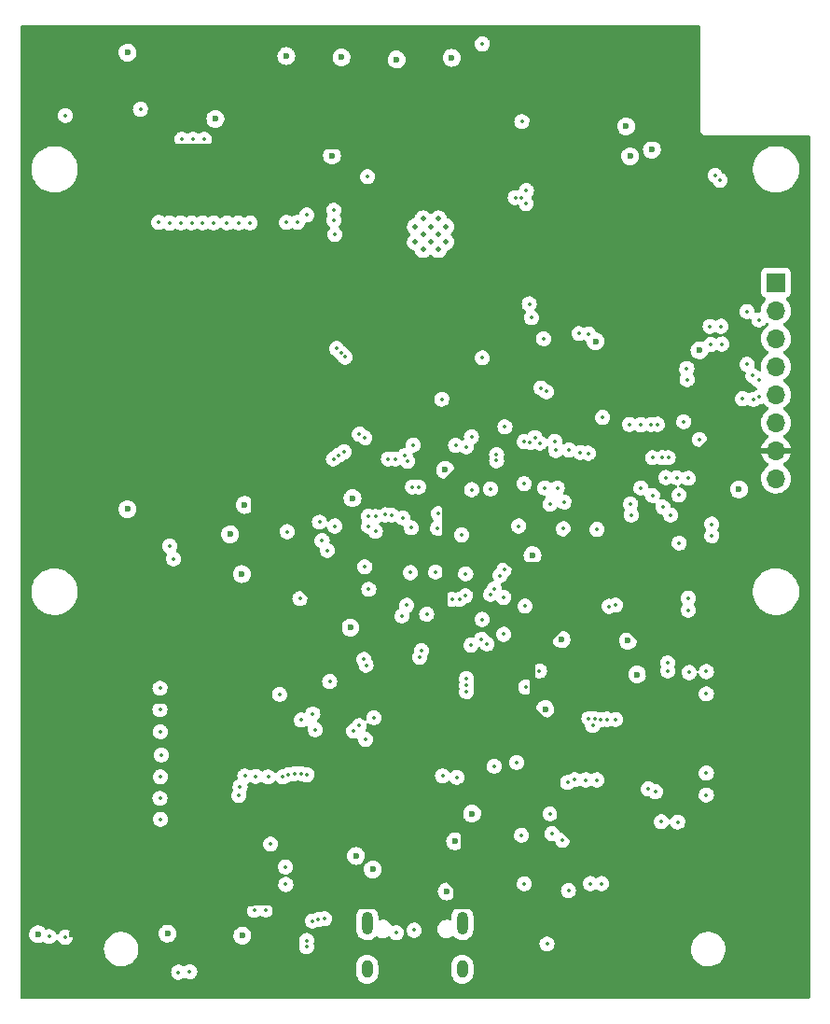
<source format=gbr>
%TF.GenerationSoftware,KiCad,Pcbnew,(6.0.11)*%
%TF.CreationDate,2023-04-23T13:39:53-07:00*%
%TF.ProjectId,EV6 Board Design,45563620-426f-4617-9264-204465736967,rev?*%
%TF.SameCoordinates,Original*%
%TF.FileFunction,Copper,L2,Inr*%
%TF.FilePolarity,Positive*%
%FSLAX46Y46*%
G04 Gerber Fmt 4.6, Leading zero omitted, Abs format (unit mm)*
G04 Created by KiCad (PCBNEW (6.0.11)) date 2023-04-23 13:39:53*
%MOMM*%
%LPD*%
G01*
G04 APERTURE LIST*
%TA.AperFunction,ComponentPad*%
%ADD10R,1.700000X1.700000*%
%TD*%
%TA.AperFunction,ComponentPad*%
%ADD11O,1.700000X1.700000*%
%TD*%
%TA.AperFunction,ComponentPad*%
%ADD12C,0.500000*%
%TD*%
%TA.AperFunction,ComponentPad*%
%ADD13O,1.000000X2.100000*%
%TD*%
%TA.AperFunction,ComponentPad*%
%ADD14O,1.000000X1.600000*%
%TD*%
%TA.AperFunction,ViaPad*%
%ADD15C,0.350000*%
%TD*%
%TA.AperFunction,ViaPad*%
%ADD16C,0.600000*%
%TD*%
%TA.AperFunction,Conductor*%
%ADD17C,0.500000*%
%TD*%
%TA.AperFunction,Conductor*%
%ADD18C,0.127000*%
%TD*%
G04 APERTURE END LIST*
D10*
%TO.N,/DISP_BL*%
%TO.C,J4*%
X272250000Y-92560000D03*
D11*
%TO.N,/DISP_RSTR*%
X272250000Y-95100000D03*
%TO.N,/DISP_DC*%
X272250000Y-97640000D03*
%TO.N,/DISP_CS*%
X272250000Y-100180000D03*
%TO.N,/DISP_SPI_SCK*%
X272250000Y-102720000D03*
%TO.N,/DISP_SPI_MOSI*%
X272250000Y-105260000D03*
%TO.N,GND*%
X272250000Y-107800000D03*
%TO.N,/VIN*%
X272250000Y-110340000D03*
%TD*%
D12*
%TO.N,N/C*%
%TO.C,U11*%
X241600000Y-88185000D03*
X242300000Y-87485000D03*
X240900000Y-88885000D03*
X240200000Y-86785000D03*
X241600000Y-86785000D03*
X239500000Y-88885000D03*
X242300000Y-88885000D03*
X241600000Y-89585000D03*
X239500000Y-87485000D03*
X240900000Y-87485000D03*
X240200000Y-88185000D03*
X240200000Y-89585000D03*
%TD*%
D13*
%TO.N,unconnected-(J9-PadS1)*%
%TO.C,J9*%
X243770000Y-150670000D03*
X235130000Y-150670000D03*
D14*
X243770000Y-154850000D03*
X235130000Y-154850000D03*
%TD*%
D15*
%TO.N,/UI_SWDIO*%
X261840000Y-141470000D03*
X263320000Y-141500000D03*
D16*
%TO.N,GND*%
X254555000Y-80655000D03*
X209290000Y-70400000D03*
%TO.N,Net-(D10-Pad1)*%
X213380000Y-71700000D03*
%TO.N,+3.3V*%
X221350000Y-77730000D03*
%TO.N,GND*%
X237550000Y-100840000D03*
X230100000Y-83050000D03*
%TO.N,+3.3V*%
X231940000Y-81050000D03*
%TO.N,GND*%
X235209500Y-80200500D03*
%TO.N,+3.3V*%
X227790000Y-72020000D03*
X232800000Y-72140000D03*
X237800000Y-72340000D03*
X242800000Y-72180000D03*
%TO.N,Net-(J15-Pad2)*%
X260980000Y-80510000D03*
X258650000Y-78400000D03*
%TO.N,/VIN*%
X259000000Y-81110000D03*
%TO.N,+3.3V*%
X265300000Y-98700000D03*
%TO.N,/VIN*%
X255863000Y-97887000D03*
%TO.N,GND*%
X256250000Y-102460000D03*
X263310000Y-102470000D03*
X266525500Y-105050000D03*
X270430000Y-107800000D03*
%TO.N,/VIN*%
X268880000Y-111320000D03*
%TO.N,GND*%
X262000000Y-121200000D03*
X259650000Y-116550000D03*
X255100878Y-113816541D03*
X252950000Y-117500000D03*
%TO.N,+3.3VA*%
X250150000Y-117300000D03*
%TO.N,GND*%
X247750000Y-117700000D03*
X243300000Y-109350000D03*
%TO.N,+3.3V*%
X242200000Y-109550000D03*
X233800000Y-112120000D03*
%TO.N,GND*%
X234750000Y-110400000D03*
%TO.N,Net-(D10-Pad1)*%
X213380000Y-113120000D03*
%TO.N,GND*%
X228960000Y-110850000D03*
X225250000Y-110820000D03*
X227100000Y-116150000D03*
X224800000Y-114050000D03*
%TO.N,+BATT*%
X224015000Y-112735000D03*
X222690000Y-115390000D03*
%TO.N,VBUS*%
X223750000Y-119000000D03*
%TO.N,+3.3V*%
X233600000Y-123850000D03*
%TO.N,GND*%
X232606611Y-123960377D03*
X251190497Y-132249503D03*
%TO.N,+3.3V*%
X251300000Y-131250000D03*
%TO.N,GND*%
X250250000Y-126770000D03*
%TO.N,+3.3VA*%
X252775000Y-124925000D03*
%TO.N,GND*%
X254240000Y-123250000D03*
X258812206Y-124092206D03*
%TO.N,+3.3VA*%
X258800000Y-125050000D03*
X259650000Y-128110000D03*
%TO.N,GND*%
X260620000Y-128010000D03*
X240733000Y-140660023D03*
%TO.N,+3.3V*%
X244655000Y-140725000D03*
%TO.N,GND*%
X243900000Y-141510000D03*
%TO.N,/VIN*%
X243120000Y-143230000D03*
%TO.N,GND*%
X214450000Y-143380000D03*
%TO.N,+3.3V*%
X205250000Y-151680000D03*
%TO.N,GND*%
X208320000Y-151660000D03*
%TO.N,+3.3V*%
X217000000Y-151610000D03*
%TO.N,GND*%
X220050000Y-151730000D03*
X227434813Y-152423000D03*
%TO.N,+3.3V*%
X223800000Y-151790000D03*
%TO.N,VBUS*%
X234125688Y-144574312D03*
X235635000Y-145785000D03*
%TO.N,GND*%
X235780000Y-149170000D03*
X242050000Y-146713000D03*
%TO.N,VBUS*%
X242360000Y-147790000D03*
%TO.N,GND*%
X243200000Y-148920000D03*
X260590000Y-149170000D03*
D15*
%TO.N,/DISP_RSTR*%
X270690000Y-95950000D03*
X270690000Y-101430000D03*
%TO.N,/DISP_CS*%
X269610000Y-99980000D03*
X269599609Y-95187104D03*
%TO.N,/DISP_SPI_MOSI*%
X270725411Y-102939103D03*
X270160000Y-101002000D03*
%TO.N,/DISP_CS*%
X238586331Y-108245758D03*
X238360000Y-113912000D03*
%TO.N,/DISP_BL*%
X238780000Y-108760000D03*
X239118801Y-114801199D03*
%TO.N,/NET_BOOT*%
X251130000Y-97660000D03*
%TO.N,/UI_RST*%
X247203563Y-119146500D03*
X248900000Y-114650000D03*
%TO.N,/UI_SWDIO*%
X229030000Y-121230000D03*
X227174713Y-129914713D03*
%TO.N,+3.3V*%
X252950000Y-114900000D03*
X244550000Y-125450000D03*
X262679913Y-113643530D03*
X251740000Y-140740000D03*
X255609462Y-132750538D03*
X251900000Y-142549500D03*
X264280000Y-122270000D03*
X249400000Y-147100000D03*
X224890378Y-149513556D03*
X265300000Y-106800000D03*
X256000000Y-114950000D03*
X259100000Y-113650000D03*
X225920000Y-149474500D03*
%TO.N,VBUS*%
X249150000Y-142700000D03*
%TO.N,GND*%
X239083725Y-146649500D03*
X253940000Y-111940000D03*
X221650000Y-130500000D03*
X245688000Y-142650000D03*
X224935000Y-144215000D03*
X242750000Y-126300000D03*
X254600000Y-70550000D03*
X264450500Y-108550000D03*
X269750000Y-141050000D03*
%TO.N,/UI_SDA*%
X229624500Y-152240000D03*
X240050000Y-125950000D03*
X234970000Y-133990000D03*
%TO.N,/UI_SCL*%
X229624500Y-152789503D03*
X235730000Y-132030000D03*
X239910562Y-126538104D03*
%TO.N,Net-(D11-Pad1)*%
X227742000Y-147154500D03*
X227860000Y-115160000D03*
%TO.N,/USB_D-*%
X239406188Y-151306188D03*
X237800000Y-151550000D03*
%TO.N,/MCLK*%
X255261051Y-132125538D03*
X247530000Y-124464047D03*
X249372000Y-110805504D03*
X262466003Y-108448500D03*
X247548500Y-121120000D03*
X244080403Y-118991217D03*
X249373725Y-106991851D03*
%TO.N,/NET_SDA*%
X206250000Y-151890000D03*
X234424500Y-106308000D03*
%TO.N,/NET_SCL*%
X207708220Y-151944041D03*
X234927130Y-106635000D03*
%TO.N,/MGMT_BOOT*%
X251460000Y-152560000D03*
X251730000Y-112653000D03*
%TO.N,/MGMT_NRST*%
X261980000Y-112930000D03*
X264360000Y-127940000D03*
X264280000Y-121180000D03*
X252880000Y-143150000D03*
X253410000Y-147710000D03*
%TO.N,/IN_3*%
X244150000Y-129670000D03*
X231250000Y-150270000D03*
X249520287Y-129259713D03*
X250774500Y-127790000D03*
%TO.N,/NET_RST*%
X255195000Y-108045000D03*
X253330000Y-137900000D03*
X235180000Y-82960000D03*
%TO.N,/UI_RST*%
X249478331Y-121910000D03*
X260660000Y-138490000D03*
%TO.N,/MIC_P*%
X230160000Y-150470000D03*
X244156500Y-128470000D03*
%TO.N,/LEDA_R*%
X222400000Y-87150000D03*
X262249964Y-110250036D03*
%TO.N,/LEDA_G*%
X223450000Y-87150000D03*
X263249397Y-110261821D03*
%TO.N,/LEDA_B*%
X224500000Y-87150000D03*
X264268261Y-110315885D03*
%TO.N,/KB_COL3*%
X230420170Y-133115000D03*
X226147000Y-137400000D03*
X233912670Y-133231671D03*
X246345000Y-120845000D03*
%TO.N,/KB_COL4*%
X246670000Y-120350000D03*
X234382573Y-132761769D03*
%TO.N,/UI_TX3*%
X237339388Y-113641212D03*
X218010000Y-155120000D03*
%TO.N,/UI_RX3*%
X236790000Y-113630000D03*
X219020000Y-155070000D03*
%TO.N,/NET_TX0_MGMT*%
X249590000Y-84220000D03*
X255968792Y-137679969D03*
X266270552Y-96540411D03*
X253473500Y-107746500D03*
X267160000Y-83285763D03*
X266331312Y-98180351D03*
%TO.N,/KB_MIC*%
X237679713Y-108570287D03*
%TO.N,/NET_RX0_MGMT*%
X254969290Y-137680604D03*
X267270000Y-96530000D03*
X252266750Y-107786750D03*
X267330000Y-98140000D03*
X249570000Y-85390000D03*
X266722000Y-82847763D03*
%TO.N,/KB_ROW5*%
X237060000Y-108570000D03*
X229144626Y-137108384D03*
%TO.N,/KB_ROW1*%
X223501000Y-139085414D03*
X230800000Y-114300000D03*
%TO.N,/KB_ROW2*%
X224028265Y-137315620D03*
X232200000Y-114650000D03*
%TO.N,/KB_ROW3*%
X231041676Y-115961775D03*
X227473000Y-137397000D03*
%TO.N,/MIC_N*%
X244156500Y-129110000D03*
X230705570Y-150344494D03*
%TO.N,/KB_ROW4*%
X231500000Y-116850000D03*
X228525200Y-137108384D03*
%TO.N,/KB_ROW6*%
X234848560Y-126749350D03*
X229684820Y-137209102D03*
%TO.N,/KB_ROW7*%
X226380000Y-143500000D03*
X235032928Y-127267000D03*
%TO.N,/LEDB_R*%
X247641224Y-105652000D03*
X243159164Y-107323319D03*
X263439628Y-111830912D03*
X216203414Y-87103046D03*
%TO.N,/LEDB_G*%
X244149583Y-107457756D03*
X217200692Y-87169691D03*
%TO.N,/LEDB_B*%
X244605068Y-106554932D03*
X218200000Y-87150000D03*
%TO.N,/SPK_LN*%
X265924500Y-129870000D03*
X262400000Y-127780000D03*
%TO.N,/SPK_LP*%
X265924500Y-127850000D03*
X262410000Y-127070000D03*
%TO.N,/HP_R*%
X257695834Y-121821500D03*
X265924500Y-137050000D03*
%TO.N,/HP_L*%
X257110000Y-121930000D03*
X265924500Y-139050000D03*
%TO.N,/KB_COL5*%
X231731500Y-128747000D03*
X227981659Y-137189108D03*
%TO.N,/KB_COL2*%
X230200000Y-131687000D03*
X225027000Y-137354767D03*
%TO.N,/BTN_RST*%
X259059238Y-112651329D03*
X207745000Y-77415000D03*
X214550000Y-76840000D03*
X252990000Y-112480000D03*
X249919030Y-107059622D03*
%TO.N,/BTN_UI*%
X252390000Y-111200000D03*
X259990000Y-111200000D03*
X249130000Y-84870000D03*
X252157938Y-106957938D03*
%TO.N,/BTN_NET*%
X251247563Y-111200000D03*
X250795000Y-107115000D03*
X261040000Y-111890000D03*
X248580641Y-84857458D03*
X245600000Y-70920000D03*
X249180000Y-77960000D03*
%TO.N,/KB_COL1*%
X229155000Y-132239000D03*
X223593000Y-138281470D03*
%TO.N,/UI_STAT*%
X238728000Y-121835000D03*
X261916500Y-108448500D03*
X261040500Y-108448500D03*
X246011901Y-125340547D03*
X263465523Y-116194477D03*
X234930000Y-118350000D03*
%TO.N,/UI_BOOT*%
X240540000Y-122641000D03*
X239330937Y-107289063D03*
X261290000Y-138740000D03*
X245520000Y-124920000D03*
X241900000Y-103150500D03*
X250356664Y-106615782D03*
%TO.N,/NET_LED_B*%
X227800000Y-87100000D03*
X232200000Y-88200000D03*
%TO.N,/NET_LED_G*%
X228799503Y-87100000D03*
X232100000Y-86900000D03*
%TO.N,/NET_LED_R*%
X229650000Y-86437000D03*
X232090000Y-86010000D03*
%TO.N,Net-(R41-Pad1)*%
X235280000Y-120380000D03*
X227710000Y-145560000D03*
%TO.N,/UI_DBG1*%
X216330000Y-129360000D03*
X239800000Y-111100000D03*
%TO.N,/UI_LED_B*%
X238300000Y-122790000D03*
X221198509Y-87150000D03*
X239055000Y-118880000D03*
X220354063Y-79575500D03*
X241350500Y-118815000D03*
%TO.N,/NET_STAT*%
X245590000Y-99400000D03*
X263888000Y-105190962D03*
X261469096Y-105418881D03*
X250901109Y-102127000D03*
%TO.N,/UI_LED_G*%
X220199006Y-87150000D03*
X243700000Y-115450000D03*
X219350000Y-79570000D03*
%TO.N,/NET_BOOT*%
X254362000Y-97190000D03*
X254473000Y-107973000D03*
X253970000Y-137660000D03*
X255238000Y-97230000D03*
%TO.N,/UI_LED_R*%
X244612104Y-111350000D03*
X219199503Y-87150000D03*
X218300000Y-79575500D03*
X247567728Y-118592272D03*
X246314023Y-111285977D03*
%TO.N,/UI_DBG2*%
X239250497Y-111100000D03*
X216320000Y-131290000D03*
%TO.N,/UI_DBG3*%
X216340000Y-133310000D03*
X217206500Y-116460000D03*
%TO.N,/UI_DBG4*%
X216450000Y-135410000D03*
X217533500Y-117620000D03*
%TO.N,/MGMT_DBG7*%
X216360000Y-141240000D03*
X251400500Y-102454000D03*
X232073935Y-108562000D03*
X256514062Y-104784062D03*
X260920000Y-105440000D03*
X232371783Y-98543990D03*
%TO.N,/NET_DBG5*%
X233030000Y-107908000D03*
X250040000Y-95750000D03*
X216360000Y-137400000D03*
X233148897Y-99321104D03*
%TO.N,/NET_DBG6*%
X249850000Y-94500000D03*
X216320000Y-139350000D03*
X232760340Y-98932547D03*
X232528897Y-108235000D03*
%TO.N,/UI_TX2_MGMT*%
X246880000Y-108720000D03*
X266430000Y-115530000D03*
%TO.N,/MGMT_SWDIO*%
X264170000Y-101360000D03*
X269220000Y-103090000D03*
X259970000Y-105462000D03*
X255400000Y-147080000D03*
%TO.N,/MGMT_SWCLK*%
X264147794Y-100360745D03*
X270217737Y-103149389D03*
X256430000Y-147080000D03*
X258940644Y-105430644D03*
%TO.N,/UI_RX2_MGMT*%
X246880000Y-108170497D03*
X266420000Y-114480000D03*
%TO.N,/I2S_DACLRC*%
X243500000Y-121291000D03*
X256355439Y-132213388D03*
X241540000Y-114850000D03*
X241575500Y-113527306D03*
%TO.N,/UI_TX1_NET*%
X235880000Y-115120000D03*
X235890000Y-113770000D03*
%TO.N,/UI_RX1_NET*%
X235270000Y-114668000D03*
X235240713Y-113761287D03*
%TO.N,/I2S_BCLK*%
X242824500Y-121291000D03*
X255810209Y-132144995D03*
%TO.N,/I2S_ADCDAT*%
X257690000Y-132190000D03*
X244075500Y-120972000D03*
%TO.N,/I2S_DACDAT*%
X256903586Y-132174818D03*
X245561808Y-123118192D03*
%TO.N,/USB_TX1_MGMT*%
X241980000Y-137310000D03*
X248690000Y-136092000D03*
%TO.N,/USB_RX1_MGMT*%
X243260000Y-137440000D03*
X246648500Y-136432000D03*
%TD*%
D17*
%TO.N,GND*%
X220050000Y-149190000D02*
X220030000Y-149170000D01*
X220050000Y-151730000D02*
X220050000Y-149190000D01*
X214670000Y-147170000D02*
X215830000Y-147170000D01*
X215830000Y-147170000D02*
X216400000Y-146600000D01*
X210180000Y-151660000D02*
X214670000Y-147170000D01*
X208320000Y-151660000D02*
X210180000Y-151660000D01*
X226800000Y-151788187D02*
X226800000Y-149200000D01*
X226800000Y-149200000D02*
X226770000Y-149170000D01*
X227434813Y-152423000D02*
X226800000Y-151788187D01*
X220290000Y-148910000D02*
X220030000Y-149170000D01*
X224730000Y-148910000D02*
X220290000Y-148910000D01*
X224800000Y-148840000D02*
X224730000Y-148910000D01*
X226450000Y-148850000D02*
X224800000Y-148850000D01*
X226770000Y-149170000D02*
X226450000Y-148850000D01*
X254555000Y-80655000D02*
X255620000Y-79590000D01*
X254540000Y-80670000D02*
X254070500Y-80200500D01*
X268260000Y-80910000D02*
X268260000Y-102300000D01*
X266940000Y-79590000D02*
X268260000Y-80910000D01*
X255620000Y-79590000D02*
X266940000Y-79590000D01*
X254540000Y-80670000D02*
X254555000Y-80655000D01*
X254540000Y-80670000D02*
X254550000Y-80660000D01*
X254550000Y-80660000D02*
X254550000Y-70600000D01*
X254070500Y-80200500D02*
X236700500Y-80200500D01*
X254550000Y-70600000D02*
X254600000Y-70550000D01*
X235209500Y-80200500D02*
X236700500Y-80200500D01*
X268090000Y-102470000D02*
X268260000Y-102300000D01*
X263230000Y-102390000D02*
X263310000Y-102470000D01*
X263310000Y-102470000D02*
X268090000Y-102470000D01*
X263150000Y-102470000D02*
X256380000Y-102470000D01*
X263230000Y-102390000D02*
X263150000Y-102470000D01*
X270430000Y-107800000D02*
X269850000Y-107800000D01*
X262000000Y-121200000D02*
X262050000Y-121150000D01*
X228960000Y-110850000D02*
X225100000Y-110850000D01*
X251190497Y-132249503D02*
X251097421Y-132249503D01*
X250250000Y-126770000D02*
X250250000Y-126800000D01*
X254240000Y-123250000D02*
X259900000Y-123250000D01*
X259003961Y-124051879D02*
X258852533Y-124051879D01*
X260620000Y-125667918D02*
X259003961Y-124051879D01*
X260620000Y-128010000D02*
X260620000Y-125667918D01*
X240733000Y-140660023D02*
X243060523Y-140660023D01*
X243060523Y-140660023D02*
X243900000Y-141499500D01*
X243900000Y-141510000D02*
X243900000Y-146747918D01*
X214450000Y-143380000D02*
X214450000Y-143370000D01*
X243200000Y-148920000D02*
X243200000Y-148950000D01*
X260590000Y-149170000D02*
X260580000Y-149170000D01*
X232606611Y-123706611D02*
X227100000Y-118200000D01*
X224800000Y-111150000D02*
X225100000Y-110850000D01*
X217850000Y-148050000D02*
X216400000Y-146600000D01*
X251820000Y-139617918D02*
X252590000Y-140387918D01*
X269850000Y-107800000D02*
X269750000Y-107700000D01*
X224750000Y-114100000D02*
X224800000Y-114050000D01*
X251300000Y-132249503D02*
X251820000Y-132769503D01*
X218970000Y-149170000D02*
X217850000Y-148050000D01*
X214550000Y-130500000D02*
X214450000Y-130400000D01*
X216603457Y-80200000D02*
X216602457Y-80201000D01*
D18*
X224660000Y-144490000D02*
X224660000Y-148990000D01*
D17*
X227100000Y-118200000D02*
X227100000Y-116150000D01*
X250150000Y-126900000D02*
X250250000Y-126800000D01*
X253347918Y-123250000D02*
X250250000Y-126347918D01*
X272250000Y-107800000D02*
X270430000Y-107800000D01*
X230100000Y-80201000D02*
X230100500Y-80200500D01*
X227100000Y-116150000D02*
X226800000Y-116150000D01*
X254050000Y-123250000D02*
X254240000Y-123250000D01*
X270400000Y-107800000D02*
X269600000Y-107800000D01*
X259650000Y-116550000D02*
X253000000Y-116550000D01*
X250150000Y-131302082D02*
X250150000Y-126900000D01*
X225250000Y-110850000D02*
X224750000Y-111350000D01*
X216400000Y-146600000D02*
X214450000Y-144650000D01*
X262050000Y-121150000D02*
X262050000Y-118950000D01*
X253000000Y-116550000D02*
X252950000Y-116600000D01*
X252590000Y-141900000D02*
X259180000Y-148490000D01*
X255100878Y-113951204D02*
X252950000Y-116102082D01*
X242300000Y-117700000D02*
X247750000Y-117700000D01*
X220030000Y-149170000D02*
X218970000Y-149170000D01*
X242980000Y-149170000D02*
X239220000Y-149170000D01*
D18*
X224935000Y-144215000D02*
X224660000Y-144490000D01*
D17*
X229550000Y-110400000D02*
X229100000Y-110850000D01*
X254050000Y-123250000D02*
X253347918Y-123250000D01*
X235780000Y-149170000D02*
X226770000Y-149170000D01*
X242200000Y-110752082D02*
X242200000Y-125750000D01*
X236650000Y-99940000D02*
X236650000Y-80251000D01*
X230100000Y-83050000D02*
X230100000Y-80201000D01*
X214450000Y-80850000D02*
X214450000Y-109350000D01*
X269750000Y-147850000D02*
X268430000Y-149170000D01*
X239220000Y-149170000D02*
X235780000Y-149170000D01*
X267400000Y-110000000D02*
X267400000Y-138700000D01*
X243200000Y-148950000D02*
X242980000Y-149170000D01*
X242465082Y-146713000D02*
X243200000Y-147447918D01*
X258852533Y-124051879D02*
X259148121Y-124051879D01*
D18*
X253940000Y-111940000D02*
X253940000Y-112655663D01*
D17*
X224800000Y-114050000D02*
X224800000Y-111150000D01*
X269750000Y-141050000D02*
X269750000Y-147850000D01*
D18*
X245050500Y-142650000D02*
X243900000Y-141499500D01*
D17*
X252300000Y-118150000D02*
X252950000Y-117500000D01*
X259180000Y-148490000D02*
X259180000Y-149170000D01*
X243300000Y-109652082D02*
X242200000Y-110752082D01*
X250250000Y-126347918D02*
X250250000Y-126770000D01*
X259148121Y-124051879D02*
X259925000Y-123275000D01*
D18*
X266525500Y-106512831D02*
X266525500Y-105050000D01*
X239083725Y-146649500D02*
X239083725Y-149033725D01*
D17*
X209310000Y-70400000D02*
X209310000Y-78580000D01*
X214450000Y-143370000D02*
X214450000Y-130400000D01*
X259900000Y-123250000D02*
X259925000Y-123275000D01*
X269600000Y-107800000D02*
X267400000Y-110000000D01*
X243900000Y-146747918D02*
X243200000Y-147447918D01*
X243900000Y-141499500D02*
X243900000Y-141510000D01*
X242170000Y-117570000D02*
X242300000Y-117700000D01*
X214500000Y-111350000D02*
X214450000Y-111400000D01*
X266525500Y-105050000D02*
X269700000Y-105050000D01*
X259180000Y-149170000D02*
X242980000Y-149170000D01*
X267400000Y-138700000D02*
X269750000Y-141050000D01*
X269750000Y-105000000D02*
X269750000Y-107700000D01*
X209310000Y-78580000D02*
X210930000Y-80200000D01*
X251097421Y-132249503D02*
X250150000Y-131302082D01*
X226800000Y-116150000D02*
X224750000Y-114100000D01*
X252590000Y-140387918D02*
X252590000Y-141900000D01*
X247750000Y-117700000D02*
X248200000Y-118150000D01*
X268260000Y-102300000D02*
X268260000Y-103510000D01*
D18*
X245688000Y-142650000D02*
X245050500Y-142650000D01*
D17*
X259925000Y-123275000D02*
X262000000Y-121200000D01*
X215898293Y-80201000D02*
X215897293Y-80200000D01*
X224750000Y-111350000D02*
X214500000Y-111350000D01*
X268260000Y-103510000D02*
X269750000Y-105000000D01*
X214450000Y-130400000D02*
X214450000Y-111400000D01*
X237550000Y-100840000D02*
X236650000Y-99940000D01*
X255100878Y-113816541D02*
X255100878Y-113951204D01*
X221650000Y-130500000D02*
X214550000Y-130500000D01*
X248200000Y-118150000D02*
X252300000Y-118150000D01*
X269700000Y-105050000D02*
X269750000Y-105000000D01*
X243300000Y-109350000D02*
X243300000Y-109652082D01*
D18*
X253940000Y-112655663D02*
X255100878Y-113816541D01*
D17*
X251820000Y-132769503D02*
X251820000Y-139617918D01*
X210930000Y-80200000D02*
X215100000Y-80200000D01*
X232606611Y-123960377D02*
X232606611Y-123706611D01*
X215100000Y-80200000D02*
X214450000Y-80850000D01*
X252950000Y-116600000D02*
X252950000Y-117500000D01*
X234750000Y-110400000D02*
X229550000Y-110400000D01*
X262050000Y-118950000D02*
X259650000Y-116550000D01*
X242200000Y-125750000D02*
X242750000Y-126300000D01*
X214450000Y-111400000D02*
X214450000Y-109350000D01*
X225250000Y-110850000D02*
X225100000Y-110850000D01*
D18*
X264450500Y-108550000D02*
X264488331Y-108550000D01*
D17*
X235150000Y-80200500D02*
X235209500Y-80200500D01*
X230100500Y-80200500D02*
X215100500Y-80200500D01*
X235150000Y-80200500D02*
X230100500Y-80200500D01*
X229100000Y-110850000D02*
X228960000Y-110850000D01*
X251300000Y-132249503D02*
X251190497Y-132249503D01*
X232950000Y-80200000D02*
X216603457Y-80200000D01*
X236650000Y-80251000D02*
X236700500Y-80200500D01*
X268430000Y-149170000D02*
X260590000Y-149170000D01*
X252950000Y-116102082D02*
X252950000Y-116600000D01*
X243200000Y-147447918D02*
X243200000Y-148920000D01*
D18*
X239083725Y-149033725D02*
X239220000Y-149170000D01*
D17*
X242050000Y-146713000D02*
X242465082Y-146713000D01*
X214450000Y-144650000D02*
X214450000Y-143380000D01*
X216602457Y-80201000D02*
X215898293Y-80201000D01*
X260580000Y-149170000D02*
X259180000Y-149170000D01*
D18*
X264488331Y-108550000D02*
X266525500Y-106512831D01*
%TD*%
%TA.AperFunction,Conductor*%
%TO.N,GND*%
G36*
X265283621Y-69228502D02*
G01*
X265330114Y-69282158D01*
X265341500Y-69334500D01*
X265341500Y-78691377D01*
X265341498Y-78692147D01*
X265341024Y-78769721D01*
X265343491Y-78778352D01*
X265349150Y-78798153D01*
X265352728Y-78814915D01*
X265356920Y-78844187D01*
X265360634Y-78852355D01*
X265360634Y-78852356D01*
X265367548Y-78867562D01*
X265373996Y-78885086D01*
X265381051Y-78909771D01*
X265385843Y-78917365D01*
X265385844Y-78917368D01*
X265396830Y-78934780D01*
X265404969Y-78949863D01*
X265417208Y-78976782D01*
X265423069Y-78983584D01*
X265433970Y-78996235D01*
X265445073Y-79011239D01*
X265458776Y-79032958D01*
X265465501Y-79038897D01*
X265465504Y-79038901D01*
X265480938Y-79052532D01*
X265492982Y-79064724D01*
X265506427Y-79080327D01*
X265506430Y-79080329D01*
X265512287Y-79087127D01*
X265519816Y-79092007D01*
X265519817Y-79092008D01*
X265533835Y-79101094D01*
X265548709Y-79112385D01*
X265557529Y-79120174D01*
X265567951Y-79129378D01*
X265594711Y-79141942D01*
X265609691Y-79150263D01*
X265626983Y-79161471D01*
X265626988Y-79161473D01*
X265634515Y-79166352D01*
X265643108Y-79168922D01*
X265643113Y-79168924D01*
X265659120Y-79173711D01*
X265676564Y-79180372D01*
X265691676Y-79187467D01*
X265691678Y-79187468D01*
X265699800Y-79191281D01*
X265708667Y-79192662D01*
X265708668Y-79192662D01*
X265718310Y-79194163D01*
X265729017Y-79195830D01*
X265745732Y-79199613D01*
X265765466Y-79205515D01*
X265765472Y-79205516D01*
X265774066Y-79208086D01*
X265783037Y-79208141D01*
X265783038Y-79208141D01*
X265793097Y-79208202D01*
X265808506Y-79208296D01*
X265809289Y-79208329D01*
X265810386Y-79208500D01*
X265841377Y-79208500D01*
X265842147Y-79208502D01*
X265915785Y-79208952D01*
X265915786Y-79208952D01*
X265919721Y-79208976D01*
X265921065Y-79208592D01*
X265922410Y-79208500D01*
X275215500Y-79208500D01*
X275283621Y-79228502D01*
X275330114Y-79282158D01*
X275341500Y-79334500D01*
X275341500Y-157415500D01*
X275321498Y-157483621D01*
X275267842Y-157530114D01*
X275215500Y-157541500D01*
X203784500Y-157541500D01*
X203716379Y-157521498D01*
X203669886Y-157467842D01*
X203658500Y-157415500D01*
X203658500Y-155112790D01*
X217321518Y-155112790D01*
X217339671Y-155277224D01*
X217396524Y-155432582D01*
X217400761Y-155438888D01*
X217400763Y-155438891D01*
X217443324Y-155502227D01*
X217488794Y-155569893D01*
X217611153Y-155681232D01*
X217617830Y-155684857D01*
X217617831Y-155684858D01*
X217653239Y-155704083D01*
X217756539Y-155760170D01*
X217916557Y-155802150D01*
X218002626Y-155803502D01*
X218074372Y-155804629D01*
X218074375Y-155804629D01*
X218081970Y-155804748D01*
X218243228Y-155767815D01*
X218391021Y-155693483D01*
X218461320Y-155633443D01*
X218526109Y-155604412D01*
X218596309Y-155615019D01*
X218615774Y-155626337D01*
X218621153Y-155631232D01*
X218766539Y-155710170D01*
X218926557Y-155752150D01*
X219012626Y-155753502D01*
X219084372Y-155754629D01*
X219084375Y-155754629D01*
X219091970Y-155754748D01*
X219253228Y-155717815D01*
X219401021Y-155643483D01*
X219481199Y-155575005D01*
X219521044Y-155540975D01*
X219521046Y-155540972D01*
X219526818Y-155536043D01*
X219623355Y-155401697D01*
X219685059Y-155248202D01*
X219691952Y-155199769D01*
X234121500Y-155199769D01*
X234121800Y-155202825D01*
X234121800Y-155202832D01*
X234122530Y-155210273D01*
X234135920Y-155346833D01*
X234137702Y-155352734D01*
X234137702Y-155352736D01*
X234152484Y-155401697D01*
X234193084Y-155536169D01*
X234285934Y-155710796D01*
X234329654Y-155764402D01*
X234407040Y-155859287D01*
X234407043Y-155859290D01*
X234410935Y-155864062D01*
X234415682Y-155867989D01*
X234415684Y-155867991D01*
X234558575Y-155986201D01*
X234558579Y-155986203D01*
X234563325Y-155990130D01*
X234737299Y-156084198D01*
X234926232Y-156142682D01*
X234932357Y-156143326D01*
X234932358Y-156143326D01*
X235116796Y-156162711D01*
X235116798Y-156162711D01*
X235122925Y-156163355D01*
X235205424Y-156155847D01*
X235313749Y-156145989D01*
X235313752Y-156145988D01*
X235319888Y-156145430D01*
X235325794Y-156143692D01*
X235325798Y-156143691D01*
X235430924Y-156112751D01*
X235509619Y-156089590D01*
X235515077Y-156086737D01*
X235515081Y-156086735D01*
X235605853Y-156039280D01*
X235684890Y-155997960D01*
X235839025Y-155874032D01*
X235966154Y-155722526D01*
X235969121Y-155717128D01*
X235969125Y-155717123D01*
X236058467Y-155554608D01*
X236061433Y-155549213D01*
X236063846Y-155541608D01*
X236119373Y-155366564D01*
X236119373Y-155366563D01*
X236121235Y-155360694D01*
X236138500Y-155206773D01*
X236138500Y-155199769D01*
X242761500Y-155199769D01*
X242761800Y-155202825D01*
X242761800Y-155202832D01*
X242762530Y-155210273D01*
X242775920Y-155346833D01*
X242777702Y-155352734D01*
X242777702Y-155352736D01*
X242792484Y-155401697D01*
X242833084Y-155536169D01*
X242925934Y-155710796D01*
X242969654Y-155764402D01*
X243047040Y-155859287D01*
X243047043Y-155859290D01*
X243050935Y-155864062D01*
X243055682Y-155867989D01*
X243055684Y-155867991D01*
X243198575Y-155986201D01*
X243198579Y-155986203D01*
X243203325Y-155990130D01*
X243377299Y-156084198D01*
X243566232Y-156142682D01*
X243572357Y-156143326D01*
X243572358Y-156143326D01*
X243756796Y-156162711D01*
X243756798Y-156162711D01*
X243762925Y-156163355D01*
X243845424Y-156155847D01*
X243953749Y-156145989D01*
X243953752Y-156145988D01*
X243959888Y-156145430D01*
X243965794Y-156143692D01*
X243965798Y-156143691D01*
X244070924Y-156112751D01*
X244149619Y-156089590D01*
X244155077Y-156086737D01*
X244155081Y-156086735D01*
X244245853Y-156039280D01*
X244324890Y-155997960D01*
X244479025Y-155874032D01*
X244606154Y-155722526D01*
X244609121Y-155717128D01*
X244609125Y-155717123D01*
X244698467Y-155554608D01*
X244701433Y-155549213D01*
X244703846Y-155541608D01*
X244759373Y-155366564D01*
X244759373Y-155366563D01*
X244761235Y-155360694D01*
X244778500Y-155206773D01*
X244778500Y-154500231D01*
X244778189Y-154497053D01*
X244771090Y-154424663D01*
X244764080Y-154353167D01*
X244757452Y-154331212D01*
X244708697Y-154169731D01*
X244706916Y-154163831D01*
X244614066Y-153989204D01*
X244543709Y-153902938D01*
X244492960Y-153840713D01*
X244492957Y-153840710D01*
X244489065Y-153835938D01*
X244482724Y-153830692D01*
X244341425Y-153713799D01*
X244341421Y-153713797D01*
X244336675Y-153709870D01*
X244162701Y-153615802D01*
X243973768Y-153557318D01*
X243967643Y-153556674D01*
X243967642Y-153556674D01*
X243783204Y-153537289D01*
X243783202Y-153537289D01*
X243777075Y-153536645D01*
X243694576Y-153544153D01*
X243586251Y-153554011D01*
X243586248Y-153554012D01*
X243580112Y-153554570D01*
X243574206Y-153556308D01*
X243574202Y-153556309D01*
X243469076Y-153587249D01*
X243390381Y-153610410D01*
X243384923Y-153613263D01*
X243384919Y-153613265D01*
X243294147Y-153660720D01*
X243215110Y-153702040D01*
X243060975Y-153825968D01*
X242933846Y-153977474D01*
X242930879Y-153982872D01*
X242930875Y-153982877D01*
X242852095Y-154126180D01*
X242838567Y-154150787D01*
X242836706Y-154156654D01*
X242836705Y-154156656D01*
X242780627Y-154333436D01*
X242778765Y-154339306D01*
X242761500Y-154493227D01*
X242761500Y-155199769D01*
X236138500Y-155199769D01*
X236138500Y-154500231D01*
X236138189Y-154497053D01*
X236131090Y-154424663D01*
X236124080Y-154353167D01*
X236117452Y-154331212D01*
X236068697Y-154169731D01*
X236066916Y-154163831D01*
X235974066Y-153989204D01*
X235903709Y-153902938D01*
X235852960Y-153840713D01*
X235852957Y-153840710D01*
X235849065Y-153835938D01*
X235842724Y-153830692D01*
X235701425Y-153713799D01*
X235701421Y-153713797D01*
X235696675Y-153709870D01*
X235522701Y-153615802D01*
X235333768Y-153557318D01*
X235327643Y-153556674D01*
X235327642Y-153556674D01*
X235143204Y-153537289D01*
X235143202Y-153537289D01*
X235137075Y-153536645D01*
X235054576Y-153544153D01*
X234946251Y-153554011D01*
X234946248Y-153554012D01*
X234940112Y-153554570D01*
X234934206Y-153556308D01*
X234934202Y-153556309D01*
X234829076Y-153587249D01*
X234750381Y-153610410D01*
X234744923Y-153613263D01*
X234744919Y-153613265D01*
X234654147Y-153660720D01*
X234575110Y-153702040D01*
X234420975Y-153825968D01*
X234293846Y-153977474D01*
X234290879Y-153982872D01*
X234290875Y-153982877D01*
X234212095Y-154126180D01*
X234198567Y-154150787D01*
X234196706Y-154156654D01*
X234196705Y-154156656D01*
X234140627Y-154333436D01*
X234138765Y-154339306D01*
X234121500Y-154493227D01*
X234121500Y-155199769D01*
X219691952Y-155199769D01*
X219708369Y-155084419D01*
X219708520Y-155070000D01*
X219688645Y-154905765D01*
X219630169Y-154751011D01*
X219571401Y-154665504D01*
X219540769Y-154620934D01*
X219540766Y-154620931D01*
X219536466Y-154614674D01*
X219503587Y-154585379D01*
X219447391Y-154535310D01*
X219412948Y-154504622D01*
X219310550Y-154450405D01*
X219273457Y-154430765D01*
X219273455Y-154430764D01*
X219266744Y-154427211D01*
X219256600Y-154424663D01*
X219113665Y-154388760D01*
X219113661Y-154388760D01*
X219106294Y-154386909D01*
X219098695Y-154386869D01*
X219098693Y-154386869D01*
X219028797Y-154386503D01*
X218940863Y-154386043D01*
X218933483Y-154387815D01*
X218933481Y-154387815D01*
X218870470Y-154402943D01*
X218780001Y-154424663D01*
X218725492Y-154452797D01*
X218639745Y-154497053D01*
X218639741Y-154497055D01*
X218632994Y-154500538D01*
X218627271Y-154505531D01*
X218627266Y-154505534D01*
X218569793Y-154555671D01*
X218505311Y-154585379D01*
X218435004Y-154575509D01*
X218415632Y-154562897D01*
X218414858Y-154564011D01*
X218408619Y-154559675D01*
X218402948Y-154554622D01*
X218310237Y-154505534D01*
X218263457Y-154480765D01*
X218263455Y-154480764D01*
X218256744Y-154477211D01*
X218246600Y-154474663D01*
X218103665Y-154438760D01*
X218103661Y-154438760D01*
X218096294Y-154436909D01*
X218088695Y-154436869D01*
X218088693Y-154436869D01*
X218018797Y-154436503D01*
X217930863Y-154436043D01*
X217923483Y-154437815D01*
X217923481Y-154437815D01*
X217861078Y-154452797D01*
X217770001Y-154474663D01*
X217710189Y-154505534D01*
X217629745Y-154547053D01*
X217629741Y-154547055D01*
X217622994Y-154550538D01*
X217498330Y-154659290D01*
X217403205Y-154794639D01*
X217343111Y-154948772D01*
X217342119Y-154956305D01*
X217342119Y-154956306D01*
X217324716Y-155088501D01*
X217321518Y-155112790D01*
X203658500Y-155112790D01*
X203658500Y-153074568D01*
X211237382Y-153074568D01*
X211237963Y-153079588D01*
X211237963Y-153079592D01*
X211242781Y-153121232D01*
X211266208Y-153323699D01*
X211267587Y-153328573D01*
X211267588Y-153328577D01*
X211331538Y-153554570D01*
X211334494Y-153565017D01*
X211336628Y-153569592D01*
X211336630Y-153569599D01*
X211400190Y-153705903D01*
X211440484Y-153792313D01*
X211443326Y-153796494D01*
X211443326Y-153796495D01*
X211578605Y-153995552D01*
X211578608Y-153995556D01*
X211581451Y-153999739D01*
X211584928Y-154003416D01*
X211584929Y-154003417D01*
X211685238Y-154109491D01*
X211753767Y-154181959D01*
X211757793Y-154185037D01*
X211757794Y-154185038D01*
X211948981Y-154331212D01*
X211948985Y-154331215D01*
X211953001Y-154334285D01*
X211957459Y-154336675D01*
X211957460Y-154336676D01*
X212054597Y-154388760D01*
X212174026Y-154452797D01*
X212178807Y-154454443D01*
X212178811Y-154454445D01*
X212404538Y-154532169D01*
X212411156Y-154534448D01*
X212484132Y-154547053D01*
X212654380Y-154576460D01*
X212654386Y-154576461D01*
X212658290Y-154577135D01*
X212662251Y-154577315D01*
X212662252Y-154577315D01*
X212686931Y-154578436D01*
X212686950Y-154578436D01*
X212688350Y-154578500D01*
X212863015Y-154578500D01*
X212865523Y-154578298D01*
X212865528Y-154578298D01*
X213044944Y-154563863D01*
X213044949Y-154563862D01*
X213049985Y-154563457D01*
X213054893Y-154562252D01*
X213054896Y-154562251D01*
X213288625Y-154504841D01*
X213293539Y-154503634D01*
X213298191Y-154501659D01*
X213298195Y-154501658D01*
X213519741Y-154407617D01*
X213519742Y-154407617D01*
X213524396Y-154405641D01*
X213736615Y-154272000D01*
X213924738Y-154106147D01*
X214083924Y-153912351D01*
X214210078Y-153695596D01*
X214299955Y-153461461D01*
X214306194Y-153431599D01*
X214350206Y-153220921D01*
X214351241Y-153215967D01*
X214351535Y-153209510D01*
X214357662Y-153074568D01*
X214362618Y-152965432D01*
X214354087Y-152891697D01*
X214345684Y-152819079D01*
X214341428Y-152782293D01*
X228936018Y-152782293D01*
X228954171Y-152946727D01*
X229011024Y-153102085D01*
X229015261Y-153108391D01*
X229015263Y-153108394D01*
X229034416Y-153136896D01*
X229103294Y-153239396D01*
X229225653Y-153350735D01*
X229232330Y-153354360D01*
X229232331Y-153354361D01*
X229267739Y-153373586D01*
X229371039Y-153429673D01*
X229531057Y-153471653D01*
X229617126Y-153473005D01*
X229688872Y-153474132D01*
X229688875Y-153474132D01*
X229696470Y-153474251D01*
X229857728Y-153437318D01*
X230005521Y-153362986D01*
X230051521Y-153323699D01*
X230125544Y-153260478D01*
X230125546Y-153260475D01*
X230131318Y-153255546D01*
X230227855Y-153121200D01*
X230289559Y-152967705D01*
X230312869Y-152803922D01*
X230313020Y-152789503D01*
X230312148Y-152782293D01*
X230294058Y-152632811D01*
X230294058Y-152632810D01*
X230293145Y-152625268D01*
X230268440Y-152559886D01*
X230267902Y-152552790D01*
X250771518Y-152552790D01*
X250789671Y-152717224D01*
X250846524Y-152872582D01*
X250850761Y-152878888D01*
X250850763Y-152878891D01*
X250863514Y-152897866D01*
X250938794Y-153009893D01*
X251061153Y-153121232D01*
X251067830Y-153124857D01*
X251067831Y-153124858D01*
X251103239Y-153144083D01*
X251206539Y-153200170D01*
X251366557Y-153242150D01*
X251452626Y-153243502D01*
X251524372Y-153244629D01*
X251524375Y-153244629D01*
X251531970Y-153244748D01*
X251693228Y-153207815D01*
X251841021Y-153133483D01*
X251910002Y-153074568D01*
X264537382Y-153074568D01*
X264537963Y-153079588D01*
X264537963Y-153079592D01*
X264542781Y-153121232D01*
X264566208Y-153323699D01*
X264567587Y-153328573D01*
X264567588Y-153328577D01*
X264631538Y-153554570D01*
X264634494Y-153565017D01*
X264636628Y-153569592D01*
X264636630Y-153569599D01*
X264700190Y-153705903D01*
X264740484Y-153792313D01*
X264743326Y-153796494D01*
X264743326Y-153796495D01*
X264878605Y-153995552D01*
X264878608Y-153995556D01*
X264881451Y-153999739D01*
X264884928Y-154003416D01*
X264884929Y-154003417D01*
X264985238Y-154109491D01*
X265053767Y-154181959D01*
X265057793Y-154185037D01*
X265057794Y-154185038D01*
X265248981Y-154331212D01*
X265248985Y-154331215D01*
X265253001Y-154334285D01*
X265257459Y-154336675D01*
X265257460Y-154336676D01*
X265354597Y-154388760D01*
X265474026Y-154452797D01*
X265478807Y-154454443D01*
X265478811Y-154454445D01*
X265704538Y-154532169D01*
X265711156Y-154534448D01*
X265784132Y-154547053D01*
X265954380Y-154576460D01*
X265954386Y-154576461D01*
X265958290Y-154577135D01*
X265962251Y-154577315D01*
X265962252Y-154577315D01*
X265986931Y-154578436D01*
X265986950Y-154578436D01*
X265988350Y-154578500D01*
X266163015Y-154578500D01*
X266165523Y-154578298D01*
X266165528Y-154578298D01*
X266344944Y-154563863D01*
X266344949Y-154563862D01*
X266349985Y-154563457D01*
X266354893Y-154562252D01*
X266354896Y-154562251D01*
X266588625Y-154504841D01*
X266593539Y-154503634D01*
X266598191Y-154501659D01*
X266598195Y-154501658D01*
X266819741Y-154407617D01*
X266819742Y-154407617D01*
X266824396Y-154405641D01*
X267036615Y-154272000D01*
X267224738Y-154106147D01*
X267383924Y-153912351D01*
X267510078Y-153695596D01*
X267599955Y-153461461D01*
X267606194Y-153431599D01*
X267650206Y-153220921D01*
X267651241Y-153215967D01*
X267651535Y-153209510D01*
X267657662Y-153074568D01*
X267662618Y-152965432D01*
X267654087Y-152891697D01*
X267645684Y-152819079D01*
X267633792Y-152716301D01*
X267608294Y-152626191D01*
X267566884Y-152479852D01*
X267566883Y-152479850D01*
X267565506Y-152474983D01*
X267563372Y-152470408D01*
X267563370Y-152470401D01*
X267461653Y-152252269D01*
X267461651Y-152252265D01*
X267459516Y-152247687D01*
X267454292Y-152240000D01*
X267321395Y-152044448D01*
X267321392Y-152044444D01*
X267318549Y-152040261D01*
X267312156Y-152033500D01*
X267149713Y-151861721D01*
X267146233Y-151858041D01*
X267131865Y-151847056D01*
X266951019Y-151708788D01*
X266951015Y-151708785D01*
X266946999Y-151705715D01*
X266882381Y-151671067D01*
X266730435Y-151589595D01*
X266725974Y-151587203D01*
X266721193Y-151585557D01*
X266721189Y-151585555D01*
X266493633Y-151507201D01*
X266488844Y-151505552D01*
X266360197Y-151483331D01*
X266245620Y-151463540D01*
X266245614Y-151463539D01*
X266241710Y-151462865D01*
X266237749Y-151462685D01*
X266237748Y-151462685D01*
X266213069Y-151461564D01*
X266213050Y-151461564D01*
X266211650Y-151461500D01*
X266036985Y-151461500D01*
X266034477Y-151461702D01*
X266034472Y-151461702D01*
X265855056Y-151476137D01*
X265855051Y-151476138D01*
X265850015Y-151476543D01*
X265845107Y-151477748D01*
X265845104Y-151477749D01*
X265719336Y-151508641D01*
X265606461Y-151536366D01*
X265601809Y-151538341D01*
X265601805Y-151538342D01*
X265409865Y-151619816D01*
X265375604Y-151634359D01*
X265163385Y-151768000D01*
X264975262Y-151933853D01*
X264816076Y-152127649D01*
X264689922Y-152344404D01*
X264688109Y-152349127D01*
X264688108Y-152349129D01*
X264655832Y-152433211D01*
X264600045Y-152578539D01*
X264599012Y-152583485D01*
X264599010Y-152583491D01*
X264589572Y-152628670D01*
X264548759Y-152824033D01*
X264537382Y-153074568D01*
X251910002Y-153074568D01*
X251915920Y-153069514D01*
X251961044Y-153030975D01*
X251961046Y-153030972D01*
X251966818Y-153026043D01*
X252063355Y-152891697D01*
X252125059Y-152738202D01*
X252148369Y-152574419D01*
X252148520Y-152560000D01*
X252147648Y-152552790D01*
X252129558Y-152403308D01*
X252129558Y-152403307D01*
X252128645Y-152395765D01*
X252070169Y-152241011D01*
X252065783Y-152234629D01*
X251980769Y-152110934D01*
X251980766Y-152110931D01*
X251976466Y-152104674D01*
X251964821Y-152094298D01*
X251882860Y-152021273D01*
X251852948Y-151994622D01*
X251757400Y-151944032D01*
X251713457Y-151920765D01*
X251713455Y-151920764D01*
X251706744Y-151917211D01*
X251699379Y-151915361D01*
X251553665Y-151878760D01*
X251553661Y-151878760D01*
X251546294Y-151876909D01*
X251538695Y-151876869D01*
X251538693Y-151876869D01*
X251468797Y-151876503D01*
X251380863Y-151876043D01*
X251373483Y-151877815D01*
X251373481Y-151877815D01*
X251317655Y-151891218D01*
X251220001Y-151914663D01*
X251155101Y-151948160D01*
X251079745Y-151987053D01*
X251079741Y-151987055D01*
X251072994Y-151990538D01*
X250948330Y-152099290D01*
X250853205Y-152234639D01*
X250827007Y-152301834D01*
X250803949Y-152360975D01*
X250793111Y-152388772D01*
X250792119Y-152396305D01*
X250792119Y-152396306D01*
X250772947Y-152541936D01*
X250771518Y-152552790D01*
X230267902Y-152552790D01*
X230263072Y-152489094D01*
X230269399Y-152468353D01*
X230286727Y-152425248D01*
X230286728Y-152425245D01*
X230289559Y-152418202D01*
X230312869Y-152254419D01*
X230313020Y-152240000D01*
X230312385Y-152234748D01*
X230294058Y-152083308D01*
X230294058Y-152083307D01*
X230293145Y-152075765D01*
X230234669Y-151921011D01*
X230229088Y-151912890D01*
X230145269Y-151790934D01*
X230145266Y-151790931D01*
X230140966Y-151784674D01*
X230129321Y-151774298D01*
X230069145Y-151720683D01*
X230017448Y-151674622D01*
X229937247Y-151632158D01*
X229877957Y-151600765D01*
X229877955Y-151600764D01*
X229871244Y-151597211D01*
X229861100Y-151594663D01*
X229718165Y-151558760D01*
X229718161Y-151558760D01*
X229710794Y-151556909D01*
X229703195Y-151556869D01*
X229703193Y-151556869D01*
X229633297Y-151556503D01*
X229545363Y-151556043D01*
X229537983Y-151557815D01*
X229537981Y-151557815D01*
X229459409Y-151576679D01*
X229384501Y-151594663D01*
X229318444Y-151628757D01*
X229244245Y-151667053D01*
X229244241Y-151667055D01*
X229237494Y-151670538D01*
X229112830Y-151779290D01*
X229017705Y-151914639D01*
X228998744Y-151963272D01*
X228967095Y-152044448D01*
X228957611Y-152068772D01*
X228956619Y-152076305D01*
X228956619Y-152076306D01*
X228938230Y-152215989D01*
X228936018Y-152232790D01*
X228954171Y-152397224D01*
X228960682Y-152415016D01*
X228981202Y-152471090D01*
X228985828Y-152541936D01*
X228980270Y-152560158D01*
X228957611Y-152618275D01*
X228956619Y-152625808D01*
X228956619Y-152625809D01*
X228941823Y-152738202D01*
X228936018Y-152782293D01*
X214341428Y-152782293D01*
X214333792Y-152716301D01*
X214308294Y-152626191D01*
X214266884Y-152479852D01*
X214266883Y-152479850D01*
X214265506Y-152474983D01*
X214263372Y-152470408D01*
X214263370Y-152470401D01*
X214161653Y-152252269D01*
X214161651Y-152252265D01*
X214159516Y-152247687D01*
X214154292Y-152240000D01*
X214021395Y-152044448D01*
X214021392Y-152044444D01*
X214018549Y-152040261D01*
X214012156Y-152033500D01*
X213849713Y-151861721D01*
X213846233Y-151858041D01*
X213831865Y-151847056D01*
X213651019Y-151708788D01*
X213651015Y-151708785D01*
X213646999Y-151705715D01*
X213582381Y-151671067D01*
X213447304Y-151598640D01*
X216186463Y-151598640D01*
X216204163Y-151779160D01*
X216261418Y-151951273D01*
X216265065Y-151957295D01*
X216265066Y-151957297D01*
X216351261Y-152099622D01*
X216355380Y-152106424D01*
X216360269Y-152111487D01*
X216360270Y-152111488D01*
X216380099Y-152132021D01*
X216481382Y-152236902D01*
X216550157Y-152281907D01*
X216597645Y-152312982D01*
X216633159Y-152336222D01*
X216639763Y-152338678D01*
X216639765Y-152338679D01*
X216796558Y-152396990D01*
X216796560Y-152396990D01*
X216803168Y-152399448D01*
X216886995Y-152410633D01*
X216975980Y-152422507D01*
X216975984Y-152422507D01*
X216982961Y-152423438D01*
X216989972Y-152422800D01*
X216989976Y-152422800D01*
X217132459Y-152409832D01*
X217163600Y-152406998D01*
X217170302Y-152404820D01*
X217170304Y-152404820D01*
X217329409Y-152353124D01*
X217329412Y-152353123D01*
X217336108Y-152350947D01*
X217444346Y-152286424D01*
X217485860Y-152261677D01*
X217485862Y-152261676D01*
X217491912Y-152258069D01*
X217623266Y-152132982D01*
X217723643Y-151981902D01*
X217770694Y-151858041D01*
X217785555Y-151818920D01*
X217785556Y-151818918D01*
X217788055Y-151812338D01*
X217790638Y-151793962D01*
X217792791Y-151778640D01*
X222986463Y-151778640D01*
X223004163Y-151959160D01*
X223061418Y-152131273D01*
X223065065Y-152137295D01*
X223065066Y-152137297D01*
X223140393Y-152261677D01*
X223155380Y-152286424D01*
X223160269Y-152291487D01*
X223160270Y-152291488D01*
X223219792Y-152353124D01*
X223281382Y-152416902D01*
X223291370Y-152423438D01*
X223396919Y-152492507D01*
X223433159Y-152516222D01*
X223439763Y-152518678D01*
X223439765Y-152518679D01*
X223596558Y-152576990D01*
X223596560Y-152576990D01*
X223603168Y-152579448D01*
X223686995Y-152590633D01*
X223775980Y-152602507D01*
X223775984Y-152602507D01*
X223782961Y-152603438D01*
X223789972Y-152602800D01*
X223789976Y-152602800D01*
X223932459Y-152589832D01*
X223963600Y-152586998D01*
X223970302Y-152584820D01*
X223970304Y-152584820D01*
X224129409Y-152533124D01*
X224129412Y-152533123D01*
X224136108Y-152530947D01*
X224257558Y-152458548D01*
X224285860Y-152441677D01*
X224285862Y-152441676D01*
X224291912Y-152438069D01*
X224423266Y-152312982D01*
X224523643Y-152161902D01*
X224585185Y-151999893D01*
X224585555Y-151998920D01*
X224585556Y-151998918D01*
X224588055Y-151992338D01*
X224590448Y-151975314D01*
X224612748Y-151816639D01*
X224612748Y-151816636D01*
X224613299Y-151812717D01*
X224613616Y-151790000D01*
X224593397Y-151609745D01*
X224590097Y-151600269D01*
X224536064Y-151445106D01*
X224536062Y-151445103D01*
X224533745Y-151438448D01*
X224460398Y-151321067D01*
X224441359Y-151290598D01*
X224437626Y-151284624D01*
X224423941Y-151270843D01*
X224422874Y-151269769D01*
X234121500Y-151269769D01*
X234121800Y-151272825D01*
X234121800Y-151272832D01*
X234126485Y-151320607D01*
X234135920Y-151416833D01*
X234137702Y-151422734D01*
X234137702Y-151422736D01*
X234154047Y-151476871D01*
X234193084Y-151606169D01*
X234285934Y-151780796D01*
X234347142Y-151855844D01*
X234407040Y-151929287D01*
X234407043Y-151929290D01*
X234410935Y-151934062D01*
X234415682Y-151937989D01*
X234415684Y-151937991D01*
X234558575Y-152056201D01*
X234558579Y-152056203D01*
X234563325Y-152060130D01*
X234737299Y-152154198D01*
X234926232Y-152212682D01*
X234932357Y-152213326D01*
X234932358Y-152213326D01*
X235116796Y-152232711D01*
X235116798Y-152232711D01*
X235122925Y-152233355D01*
X235211885Y-152225259D01*
X235313749Y-152215989D01*
X235313752Y-152215988D01*
X235319888Y-152215430D01*
X235325794Y-152213692D01*
X235325798Y-152213691D01*
X235452421Y-152176424D01*
X235509619Y-152159590D01*
X235515077Y-152156737D01*
X235515081Y-152156735D01*
X235622836Y-152100401D01*
X235684890Y-152067960D01*
X235839025Y-151944032D01*
X235887400Y-151886381D01*
X235946507Y-151847056D01*
X236017494Y-151845930D01*
X236060448Y-151867278D01*
X236120257Y-151913006D01*
X236120261Y-151913009D01*
X236125678Y-151917150D01*
X236200738Y-151952151D01*
X236283631Y-151990805D01*
X236283634Y-151990806D01*
X236289808Y-151993685D01*
X236296456Y-151995171D01*
X236296459Y-151995172D01*
X236402421Y-152018857D01*
X236466543Y-152033190D01*
X236472088Y-152033500D01*
X236605244Y-152033500D01*
X236740037Y-152018857D01*
X236858190Y-151979094D01*
X236905204Y-151963272D01*
X236905206Y-151963271D01*
X236911675Y-151961094D01*
X236923477Y-151954003D01*
X237051958Y-151876804D01*
X237120650Y-151858864D01*
X237188137Y-151880911D01*
X237221432Y-151914530D01*
X237255914Y-151965844D01*
X237272508Y-151990538D01*
X237278794Y-151999893D01*
X237401153Y-152111232D01*
X237407830Y-152114857D01*
X237407831Y-152114858D01*
X237431389Y-152127649D01*
X237546539Y-152190170D01*
X237706557Y-152232150D01*
X237792626Y-152233502D01*
X237864372Y-152234629D01*
X237864375Y-152234629D01*
X237871970Y-152234748D01*
X238033228Y-152197815D01*
X238181021Y-152123483D01*
X238211448Y-152097496D01*
X238301044Y-152020975D01*
X238301046Y-152020972D01*
X238306818Y-152016043D01*
X238403355Y-151881697D01*
X238465059Y-151728202D01*
X238488369Y-151564419D01*
X238488520Y-151550000D01*
X238482719Y-151502059D01*
X238469558Y-151393308D01*
X238469558Y-151393307D01*
X238468645Y-151385765D01*
X238435851Y-151298978D01*
X238717706Y-151298978D01*
X238735859Y-151463412D01*
X238792712Y-151618770D01*
X238796949Y-151625076D01*
X238796951Y-151625079D01*
X238827499Y-151670538D01*
X238884982Y-151756081D01*
X239007341Y-151867420D01*
X239014018Y-151871045D01*
X239014019Y-151871046D01*
X239042267Y-151886383D01*
X239152727Y-151946358D01*
X239312745Y-151988338D01*
X239398814Y-151989690D01*
X239470560Y-151990817D01*
X239470563Y-151990817D01*
X239478158Y-151990936D01*
X239639416Y-151954003D01*
X239787209Y-151879671D01*
X239865603Y-151812717D01*
X239907232Y-151777163D01*
X239907234Y-151777160D01*
X239913006Y-151772231D01*
X240009543Y-151637885D01*
X240071247Y-151484390D01*
X240094557Y-151320607D01*
X240094708Y-151306188D01*
X240093836Y-151298978D01*
X240076194Y-151153198D01*
X241502892Y-151153198D01*
X241503249Y-151160015D01*
X241503249Y-151160019D01*
X241510700Y-151302189D01*
X241512370Y-151334047D01*
X241514181Y-151340620D01*
X241514181Y-151340623D01*
X241547476Y-151461500D01*
X241560461Y-151508641D01*
X241644922Y-151668836D01*
X241649327Y-151674049D01*
X241649330Y-151674053D01*
X241757406Y-151801943D01*
X241757410Y-151801947D01*
X241761813Y-151807157D01*
X241767237Y-151811304D01*
X241767238Y-151811305D01*
X241900257Y-151913006D01*
X241900261Y-151913009D01*
X241905678Y-151917150D01*
X241980738Y-151952151D01*
X242063631Y-151990805D01*
X242063634Y-151990806D01*
X242069808Y-151993685D01*
X242076456Y-151995171D01*
X242076459Y-151995172D01*
X242182421Y-152018857D01*
X242246543Y-152033190D01*
X242252088Y-152033500D01*
X242385244Y-152033500D01*
X242520037Y-152018857D01*
X242638190Y-151979094D01*
X242685204Y-151963272D01*
X242685206Y-151963271D01*
X242691675Y-151961094D01*
X242846905Y-151867823D01*
X242847329Y-151868528D01*
X242908520Y-151845238D01*
X242977993Y-151859865D01*
X243015992Y-151891218D01*
X243050935Y-151934062D01*
X243055682Y-151937989D01*
X243055684Y-151937991D01*
X243198575Y-152056201D01*
X243198579Y-152056203D01*
X243203325Y-152060130D01*
X243377299Y-152154198D01*
X243566232Y-152212682D01*
X243572357Y-152213326D01*
X243572358Y-152213326D01*
X243756796Y-152232711D01*
X243756798Y-152232711D01*
X243762925Y-152233355D01*
X243851885Y-152225259D01*
X243953749Y-152215989D01*
X243953752Y-152215988D01*
X243959888Y-152215430D01*
X243965794Y-152213692D01*
X243965798Y-152213691D01*
X244092421Y-152176424D01*
X244149619Y-152159590D01*
X244155077Y-152156737D01*
X244155081Y-152156735D01*
X244262836Y-152100401D01*
X244324890Y-152067960D01*
X244479025Y-151944032D01*
X244606154Y-151792526D01*
X244609121Y-151787128D01*
X244609125Y-151787123D01*
X244698467Y-151624608D01*
X244701433Y-151619213D01*
X244703846Y-151611608D01*
X244759373Y-151436564D01*
X244759373Y-151436563D01*
X244761235Y-151430694D01*
X244778500Y-151276773D01*
X244778500Y-150070231D01*
X244777814Y-150063227D01*
X244772463Y-150008660D01*
X244764080Y-149923167D01*
X244758756Y-149905531D01*
X244734340Y-149824663D01*
X244706916Y-149733831D01*
X244614066Y-149559204D01*
X244541646Y-149470408D01*
X244492960Y-149410713D01*
X244492957Y-149410710D01*
X244489065Y-149405938D01*
X244482724Y-149400692D01*
X244341425Y-149283799D01*
X244341421Y-149283797D01*
X244336675Y-149279870D01*
X244162701Y-149185802D01*
X243973768Y-149127318D01*
X243967643Y-149126674D01*
X243967642Y-149126674D01*
X243783204Y-149107289D01*
X243783202Y-149107289D01*
X243777075Y-149106645D01*
X243694576Y-149114153D01*
X243586251Y-149124011D01*
X243586248Y-149124012D01*
X243580112Y-149124570D01*
X243574206Y-149126308D01*
X243574202Y-149126309D01*
X243496255Y-149149250D01*
X243390381Y-149180410D01*
X243384923Y-149183263D01*
X243384919Y-149183265D01*
X243294147Y-149230720D01*
X243215110Y-149272040D01*
X243060975Y-149395968D01*
X242933846Y-149547474D01*
X242930879Y-149552872D01*
X242930875Y-149552877D01*
X242857564Y-149686232D01*
X242838567Y-149720787D01*
X242836706Y-149726654D01*
X242836705Y-149726656D01*
X242804510Y-149828148D01*
X242778765Y-149909306D01*
X242761500Y-150063227D01*
X242761500Y-150282862D01*
X242741498Y-150350983D01*
X242687842Y-150397476D01*
X242617568Y-150407580D01*
X242608014Y-150405828D01*
X242438494Y-150367936D01*
X242438495Y-150367936D01*
X242433457Y-150366810D01*
X242427912Y-150366500D01*
X242294756Y-150366500D01*
X242159963Y-150381143D01*
X242041810Y-150420906D01*
X241994796Y-150436728D01*
X241994794Y-150436729D01*
X241988325Y-150438906D01*
X241833095Y-150532177D01*
X241828138Y-150536865D01*
X241828135Y-150536867D01*
X241706473Y-150651918D01*
X241701515Y-150656607D01*
X241697683Y-150662245D01*
X241697680Y-150662249D01*
X241646737Y-150737209D01*
X241599723Y-150806388D01*
X241532470Y-150974534D01*
X241531356Y-150981262D01*
X241531355Y-150981266D01*
X241504007Y-151146461D01*
X241502892Y-151153198D01*
X240076194Y-151153198D01*
X240075746Y-151149496D01*
X240075746Y-151149495D01*
X240074833Y-151141953D01*
X240016357Y-150987199D01*
X240008604Y-150975918D01*
X239926957Y-150857122D01*
X239926954Y-150857119D01*
X239922654Y-150850862D01*
X239911009Y-150840486D01*
X239804806Y-150745862D01*
X239799136Y-150740810D01*
X239720863Y-150699367D01*
X239659645Y-150666953D01*
X239659643Y-150666952D01*
X239652932Y-150663399D01*
X239642788Y-150660851D01*
X239499853Y-150624948D01*
X239499849Y-150624948D01*
X239492482Y-150623097D01*
X239484883Y-150623057D01*
X239484881Y-150623057D01*
X239414985Y-150622691D01*
X239327051Y-150622231D01*
X239319671Y-150624003D01*
X239319669Y-150624003D01*
X239276547Y-150634356D01*
X239166189Y-150660851D01*
X239092685Y-150698789D01*
X239025933Y-150733241D01*
X239025929Y-150733243D01*
X239019182Y-150736726D01*
X238894518Y-150845478D01*
X238799393Y-150980827D01*
X238774843Y-151043795D01*
X238745323Y-151119510D01*
X238739299Y-151134960D01*
X238738307Y-151142493D01*
X238738307Y-151142494D01*
X238719596Y-151284624D01*
X238717706Y-151298978D01*
X238435851Y-151298978D01*
X238410169Y-151231011D01*
X238393604Y-151206909D01*
X238320769Y-151100934D01*
X238320766Y-151100931D01*
X238316466Y-151094674D01*
X238192948Y-150984622D01*
X238072957Y-150921090D01*
X238053457Y-150910765D01*
X238053455Y-150910764D01*
X238046744Y-150907211D01*
X238036600Y-150904663D01*
X237893665Y-150868760D01*
X237893661Y-150868760D01*
X237886294Y-150866909D01*
X237878695Y-150866869D01*
X237878693Y-150866869D01*
X237808797Y-150866503D01*
X237720863Y-150866043D01*
X237713483Y-150867815D01*
X237713481Y-150867815D01*
X237652290Y-150882506D01*
X237560001Y-150904663D01*
X237542711Y-150913587D01*
X237503205Y-150933977D01*
X237433498Y-150947446D01*
X237367574Y-150921090D01*
X237333959Y-150880775D01*
X237258266Y-150737209D01*
X237258262Y-150737203D01*
X237255078Y-150731164D01*
X237250673Y-150725951D01*
X237250670Y-150725947D01*
X237142594Y-150598057D01*
X237142590Y-150598053D01*
X237138187Y-150592843D01*
X237132762Y-150588695D01*
X236999743Y-150486994D01*
X236999739Y-150486991D01*
X236994322Y-150482850D01*
X236836478Y-150409246D01*
X236836369Y-150409195D01*
X236836366Y-150409194D01*
X236830192Y-150406315D01*
X236823544Y-150404829D01*
X236823541Y-150404828D01*
X236658494Y-150367936D01*
X236658495Y-150367936D01*
X236653457Y-150366810D01*
X236647912Y-150366500D01*
X236514756Y-150366500D01*
X236379963Y-150381143D01*
X236304688Y-150406476D01*
X236233747Y-150409246D01*
X236172568Y-150373223D01*
X236140577Y-150309842D01*
X236138500Y-150287057D01*
X236138500Y-150070231D01*
X236137814Y-150063227D01*
X236132463Y-150008660D01*
X236124080Y-149923167D01*
X236118756Y-149905531D01*
X236094340Y-149824663D01*
X236066916Y-149733831D01*
X235974066Y-149559204D01*
X235901646Y-149470408D01*
X235852960Y-149410713D01*
X235852957Y-149410710D01*
X235849065Y-149405938D01*
X235842724Y-149400692D01*
X235701425Y-149283799D01*
X235701421Y-149283797D01*
X235696675Y-149279870D01*
X235522701Y-149185802D01*
X235333768Y-149127318D01*
X235327643Y-149126674D01*
X235327642Y-149126674D01*
X235143204Y-149107289D01*
X235143202Y-149107289D01*
X235137075Y-149106645D01*
X235054576Y-149114153D01*
X234946251Y-149124011D01*
X234946248Y-149124012D01*
X234940112Y-149124570D01*
X234934206Y-149126308D01*
X234934202Y-149126309D01*
X234856255Y-149149250D01*
X234750381Y-149180410D01*
X234744923Y-149183263D01*
X234744919Y-149183265D01*
X234654147Y-149230720D01*
X234575110Y-149272040D01*
X234420975Y-149395968D01*
X234293846Y-149547474D01*
X234290879Y-149552872D01*
X234290875Y-149552877D01*
X234217564Y-149686232D01*
X234198567Y-149720787D01*
X234196706Y-149726654D01*
X234196705Y-149726656D01*
X234164510Y-149828148D01*
X234138765Y-149909306D01*
X234121500Y-150063227D01*
X234121500Y-151269769D01*
X224422874Y-151269769D01*
X224314778Y-151160915D01*
X224314774Y-151160912D01*
X224309815Y-151155918D01*
X224298697Y-151148862D01*
X224237727Y-151110170D01*
X224156666Y-151058727D01*
X224110093Y-151042143D01*
X223992425Y-151000243D01*
X223992420Y-151000242D01*
X223985790Y-150997881D01*
X223978802Y-150997048D01*
X223978799Y-150997047D01*
X223855698Y-150982368D01*
X223805680Y-150976404D01*
X223798677Y-150977140D01*
X223798676Y-150977140D01*
X223632288Y-150994628D01*
X223632286Y-150994629D01*
X223625288Y-150995364D01*
X223453579Y-151053818D01*
X223447575Y-151057512D01*
X223305095Y-151145166D01*
X223305092Y-151145168D01*
X223299088Y-151148862D01*
X223294053Y-151153793D01*
X223294050Y-151153795D01*
X223178769Y-151266687D01*
X223169493Y-151275771D01*
X223071235Y-151428238D01*
X223068826Y-151434858D01*
X223068824Y-151434861D01*
X223011759Y-151591646D01*
X223009197Y-151598685D01*
X222986463Y-151778640D01*
X217792791Y-151778640D01*
X217812748Y-151636639D01*
X217812748Y-151636636D01*
X217813299Y-151632717D01*
X217813479Y-151619816D01*
X217813561Y-151613962D01*
X217813561Y-151613957D01*
X217813616Y-151610000D01*
X217793397Y-151429745D01*
X217790809Y-151422312D01*
X217736064Y-151265106D01*
X217736062Y-151265103D01*
X217733745Y-151258448D01*
X217685099Y-151180597D01*
X217641359Y-151110598D01*
X217637626Y-151104624D01*
X217623941Y-151090843D01*
X217514778Y-150980915D01*
X217514774Y-150980912D01*
X217509815Y-150975918D01*
X217498697Y-150968862D01*
X217429589Y-150925005D01*
X217356666Y-150878727D01*
X217278412Y-150850862D01*
X217192425Y-150820243D01*
X217192420Y-150820242D01*
X217185790Y-150817881D01*
X217178802Y-150817048D01*
X217178799Y-150817047D01*
X217042084Y-150800745D01*
X217005680Y-150796404D01*
X216998677Y-150797140D01*
X216998676Y-150797140D01*
X216832288Y-150814628D01*
X216832286Y-150814629D01*
X216825288Y-150815364D01*
X216653579Y-150873818D01*
X216602307Y-150905361D01*
X216505095Y-150965166D01*
X216505092Y-150965168D01*
X216499088Y-150968862D01*
X216494053Y-150973793D01*
X216494050Y-150973795D01*
X216407321Y-151058727D01*
X216369493Y-151095771D01*
X216271235Y-151248238D01*
X216268826Y-151254858D01*
X216268824Y-151254861D01*
X216212104Y-151410699D01*
X216209197Y-151418685D01*
X216186463Y-151598640D01*
X213447304Y-151598640D01*
X213430435Y-151589595D01*
X213425974Y-151587203D01*
X213421193Y-151585557D01*
X213421189Y-151585555D01*
X213193633Y-151507201D01*
X213188844Y-151505552D01*
X213060197Y-151483331D01*
X212945620Y-151463540D01*
X212945614Y-151463539D01*
X212941710Y-151462865D01*
X212937749Y-151462685D01*
X212937748Y-151462685D01*
X212913069Y-151461564D01*
X212913050Y-151461564D01*
X212911650Y-151461500D01*
X212736985Y-151461500D01*
X212734477Y-151461702D01*
X212734472Y-151461702D01*
X212555056Y-151476137D01*
X212555051Y-151476138D01*
X212550015Y-151476543D01*
X212545107Y-151477748D01*
X212545104Y-151477749D01*
X212419336Y-151508641D01*
X212306461Y-151536366D01*
X212301809Y-151538341D01*
X212301805Y-151538342D01*
X212109865Y-151619816D01*
X212075604Y-151634359D01*
X211863385Y-151768000D01*
X211675262Y-151933853D01*
X211516076Y-152127649D01*
X211389922Y-152344404D01*
X211388109Y-152349127D01*
X211388108Y-152349129D01*
X211355832Y-152433211D01*
X211300045Y-152578539D01*
X211299012Y-152583485D01*
X211299010Y-152583491D01*
X211289572Y-152628670D01*
X211248759Y-152824033D01*
X211237382Y-153074568D01*
X203658500Y-153074568D01*
X203658500Y-151668640D01*
X204436463Y-151668640D01*
X204454163Y-151849160D01*
X204511418Y-152021273D01*
X204515065Y-152027295D01*
X204515066Y-152027297D01*
X204600141Y-152167773D01*
X204605380Y-152176424D01*
X204610269Y-152181487D01*
X204610270Y-152181488D01*
X204658889Y-152231834D01*
X204731382Y-152306902D01*
X204781798Y-152339893D01*
X204874166Y-152400337D01*
X204883159Y-152406222D01*
X204889763Y-152408678D01*
X204889765Y-152408679D01*
X205046558Y-152466990D01*
X205046560Y-152466990D01*
X205053168Y-152469448D01*
X205131141Y-152479852D01*
X205225980Y-152492507D01*
X205225984Y-152492507D01*
X205232961Y-152493438D01*
X205239972Y-152492800D01*
X205239976Y-152492800D01*
X205382459Y-152479832D01*
X205413600Y-152476998D01*
X205420302Y-152474820D01*
X205420304Y-152474820D01*
X205579409Y-152423124D01*
X205579412Y-152423123D01*
X205586108Y-152420947D01*
X205592159Y-152417340D01*
X205592161Y-152417339D01*
X205645904Y-152385302D01*
X205714658Y-152367602D01*
X205782068Y-152389884D01*
X205795220Y-152400337D01*
X205811352Y-152415016D01*
X205851153Y-152451232D01*
X205857830Y-152454857D01*
X205857831Y-152454858D01*
X205880176Y-152466990D01*
X205996539Y-152530170D01*
X206156557Y-152572150D01*
X206242626Y-152573502D01*
X206314372Y-152574629D01*
X206314375Y-152574629D01*
X206321970Y-152574748D01*
X206483228Y-152537815D01*
X206631021Y-152463483D01*
X206691495Y-152411834D01*
X206751044Y-152360975D01*
X206751046Y-152360972D01*
X206756818Y-152356043D01*
X206853355Y-152221697D01*
X206856188Y-152214649D01*
X206856682Y-152213751D01*
X206907028Y-152163692D01*
X206976445Y-152148799D01*
X207042894Y-152173800D01*
X207085423Y-152231151D01*
X207094744Y-152256623D01*
X207098981Y-152262929D01*
X207098983Y-152262932D01*
X207125125Y-152301834D01*
X207187014Y-152393934D01*
X207309373Y-152505273D01*
X207316050Y-152508898D01*
X207316051Y-152508899D01*
X207348555Y-152526547D01*
X207454759Y-152584211D01*
X207614777Y-152626191D01*
X207700846Y-152627543D01*
X207772592Y-152628670D01*
X207772595Y-152628670D01*
X207780190Y-152628789D01*
X207941448Y-152591856D01*
X208089241Y-152517524D01*
X208119668Y-152491537D01*
X208209264Y-152415016D01*
X208209266Y-152415013D01*
X208215038Y-152410084D01*
X208311575Y-152275738D01*
X208373279Y-152122243D01*
X208396589Y-151958460D01*
X208396740Y-151944041D01*
X208395868Y-151936831D01*
X208377778Y-151787349D01*
X208377778Y-151787348D01*
X208376865Y-151779806D01*
X208318389Y-151625052D01*
X208314086Y-151618791D01*
X208228989Y-151494975D01*
X208228986Y-151494972D01*
X208224686Y-151488715D01*
X208217224Y-151482066D01*
X208106838Y-151383715D01*
X208101168Y-151378663D01*
X208008644Y-151329674D01*
X207961677Y-151304806D01*
X207961675Y-151304805D01*
X207954964Y-151301252D01*
X207944820Y-151298704D01*
X207801885Y-151262801D01*
X207801881Y-151262801D01*
X207794514Y-151260950D01*
X207786915Y-151260910D01*
X207786913Y-151260910D01*
X207717017Y-151260544D01*
X207629083Y-151260084D01*
X207621703Y-151261856D01*
X207621701Y-151261856D01*
X207559569Y-151276773D01*
X207468221Y-151298704D01*
X207408217Y-151329674D01*
X207327965Y-151371094D01*
X207327961Y-151371096D01*
X207321214Y-151374579D01*
X207196550Y-151483331D01*
X207101425Y-151618680D01*
X207100413Y-151621276D01*
X207052032Y-151670399D01*
X206982775Y-151686018D01*
X206916068Y-151661714D01*
X206872941Y-151604812D01*
X206871412Y-151600765D01*
X206860169Y-151571011D01*
X206855866Y-151564750D01*
X206770769Y-151440934D01*
X206770766Y-151440931D01*
X206766466Y-151434674D01*
X206759243Y-151428238D01*
X206648618Y-151329674D01*
X206642948Y-151324622D01*
X206552577Y-151276773D01*
X206503457Y-151250765D01*
X206503455Y-151250764D01*
X206496744Y-151247211D01*
X206467630Y-151239898D01*
X206343665Y-151208760D01*
X206343661Y-151208760D01*
X206336294Y-151206909D01*
X206328695Y-151206869D01*
X206328693Y-151206869D01*
X206258797Y-151206503D01*
X206170863Y-151206043D01*
X206163481Y-151207815D01*
X206163475Y-151207816D01*
X206029847Y-151239898D01*
X205958939Y-151236352D01*
X205901205Y-151195033D01*
X205893579Y-151184151D01*
X205891358Y-151180597D01*
X205887626Y-151174624D01*
X205878835Y-151165771D01*
X205764778Y-151050915D01*
X205764774Y-151050912D01*
X205759815Y-151045918D01*
X205748697Y-151038862D01*
X205687842Y-151000243D01*
X205606666Y-150948727D01*
X205577463Y-150938328D01*
X205442425Y-150890243D01*
X205442420Y-150890242D01*
X205435790Y-150887881D01*
X205428802Y-150887048D01*
X205428799Y-150887047D01*
X205298810Y-150871547D01*
X205255680Y-150866404D01*
X205248677Y-150867140D01*
X205248676Y-150867140D01*
X205082288Y-150884628D01*
X205082286Y-150884629D01*
X205075288Y-150885364D01*
X204903579Y-150943818D01*
X204849415Y-150977140D01*
X204755095Y-151035166D01*
X204755092Y-151035168D01*
X204749088Y-151038862D01*
X204744053Y-151043793D01*
X204744050Y-151043795D01*
X204624525Y-151160843D01*
X204619493Y-151165771D01*
X204521235Y-151318238D01*
X204518826Y-151324858D01*
X204518824Y-151324861D01*
X204469068Y-151461564D01*
X204459197Y-151488685D01*
X204436463Y-151668640D01*
X203658500Y-151668640D01*
X203658500Y-150462790D01*
X229471518Y-150462790D01*
X229489671Y-150627224D01*
X229546524Y-150782582D01*
X229550761Y-150788888D01*
X229550763Y-150788891D01*
X229570244Y-150817881D01*
X229638794Y-150919893D01*
X229761153Y-151031232D01*
X229767830Y-151034857D01*
X229767831Y-151034858D01*
X229797405Y-151050915D01*
X229906539Y-151110170D01*
X230066557Y-151152150D01*
X230152626Y-151153502D01*
X230224372Y-151154629D01*
X230224375Y-151154629D01*
X230231970Y-151154748D01*
X230393228Y-151117815D01*
X230510712Y-151058727D01*
X230534236Y-151046896D01*
X230534239Y-151046894D01*
X230541021Y-151043483D01*
X230541578Y-151044590D01*
X230602124Y-151025807D01*
X230610978Y-151026343D01*
X230612127Y-151026644D01*
X230617308Y-151026725D01*
X230617318Y-151026726D01*
X230769942Y-151029123D01*
X230769945Y-151029123D01*
X230777540Y-151029242D01*
X230938798Y-150992309D01*
X231023387Y-150949765D01*
X231093231Y-150937027D01*
X231111976Y-150940454D01*
X231156557Y-150952150D01*
X231242626Y-150953502D01*
X231314372Y-150954629D01*
X231314375Y-150954629D01*
X231321970Y-150954748D01*
X231483228Y-150917815D01*
X231631021Y-150843483D01*
X231681061Y-150800745D01*
X231751044Y-150740975D01*
X231751046Y-150740972D01*
X231756818Y-150736043D01*
X231853355Y-150601697D01*
X231915059Y-150448202D01*
X231938369Y-150284419D01*
X231938520Y-150270000D01*
X231929639Y-150196608D01*
X231919558Y-150113308D01*
X231919558Y-150113307D01*
X231918645Y-150105765D01*
X231860169Y-149951011D01*
X231855866Y-149944750D01*
X231770769Y-149820934D01*
X231770766Y-149820931D01*
X231766466Y-149814674D01*
X231642948Y-149704622D01*
X231563033Y-149662309D01*
X231503457Y-149630765D01*
X231503455Y-149630764D01*
X231496744Y-149627211D01*
X231486600Y-149624663D01*
X231343665Y-149588760D01*
X231343661Y-149588760D01*
X231336294Y-149586909D01*
X231328695Y-149586869D01*
X231328693Y-149586869D01*
X231258797Y-149586503D01*
X231170863Y-149586043D01*
X231163483Y-149587815D01*
X231163481Y-149587815D01*
X231084909Y-149606679D01*
X231010001Y-149624663D01*
X230993707Y-149633073D01*
X230933020Y-149664395D01*
X230863313Y-149677864D01*
X230844536Y-149674633D01*
X230799235Y-149663254D01*
X230799231Y-149663254D01*
X230791864Y-149661403D01*
X230784267Y-149661363D01*
X230784265Y-149661363D01*
X230712549Y-149660988D01*
X230626433Y-149660537D01*
X230619053Y-149662309D01*
X230619051Y-149662309D01*
X230554062Y-149677912D01*
X230465571Y-149699157D01*
X230434116Y-149715392D01*
X230319201Y-149774703D01*
X230247966Y-149787329D01*
X230246294Y-149786909D01*
X230238700Y-149786869D01*
X230238698Y-149786869D01*
X230164401Y-149786480D01*
X230080863Y-149786043D01*
X230073483Y-149787815D01*
X230073481Y-149787815D01*
X229994909Y-149806679D01*
X229920001Y-149824663D01*
X229846497Y-149862601D01*
X229779745Y-149897053D01*
X229779741Y-149897055D01*
X229772994Y-149900538D01*
X229648330Y-150009290D01*
X229553205Y-150144639D01*
X229532943Y-150196608D01*
X229504329Y-150270000D01*
X229493111Y-150298772D01*
X229492119Y-150306305D01*
X229492119Y-150306306D01*
X229473439Y-150448202D01*
X229471518Y-150462790D01*
X203658500Y-150462790D01*
X203658500Y-149506346D01*
X224201896Y-149506346D01*
X224220049Y-149670780D01*
X224276902Y-149826138D01*
X224281139Y-149832444D01*
X224281141Y-149832447D01*
X224323702Y-149895783D01*
X224369172Y-149963449D01*
X224491531Y-150074788D01*
X224498208Y-150078413D01*
X224498209Y-150078414D01*
X224533617Y-150097639D01*
X224636917Y-150153726D01*
X224796935Y-150195706D01*
X224883004Y-150197058D01*
X224954750Y-150198185D01*
X224954753Y-150198185D01*
X224962348Y-150198304D01*
X225123606Y-150161371D01*
X225271399Y-150087039D01*
X225344847Y-150024309D01*
X225409637Y-149995278D01*
X225479837Y-150005883D01*
X225511478Y-150026928D01*
X225521153Y-150035732D01*
X225527830Y-150039357D01*
X225527831Y-150039358D01*
X225563239Y-150058583D01*
X225666539Y-150114670D01*
X225826557Y-150156650D01*
X225909837Y-150157958D01*
X225984372Y-150159129D01*
X225984375Y-150159129D01*
X225991970Y-150159248D01*
X226153228Y-150122315D01*
X226301021Y-150047983D01*
X226394013Y-149968561D01*
X226421044Y-149945475D01*
X226421046Y-149945472D01*
X226426818Y-149940543D01*
X226523355Y-149806197D01*
X226577792Y-149670780D01*
X226582227Y-149659747D01*
X226585059Y-149652702D01*
X226608369Y-149488919D01*
X226608520Y-149474500D01*
X226599748Y-149402009D01*
X226589558Y-149317808D01*
X226589558Y-149317807D01*
X226588645Y-149310265D01*
X226530169Y-149155511D01*
X226525866Y-149149250D01*
X226440769Y-149025434D01*
X226440766Y-149025431D01*
X226436466Y-149019174D01*
X226312948Y-148909122D01*
X226232347Y-148866446D01*
X226173457Y-148835265D01*
X226173455Y-148835264D01*
X226166744Y-148831711D01*
X226156600Y-148829163D01*
X226013665Y-148793260D01*
X226013661Y-148793260D01*
X226006294Y-148791409D01*
X225998695Y-148791369D01*
X225998693Y-148791369D01*
X225928797Y-148791003D01*
X225840863Y-148790543D01*
X225833483Y-148792315D01*
X225833481Y-148792315D01*
X225754908Y-148811179D01*
X225680001Y-148829163D01*
X225607766Y-148866446D01*
X225539745Y-148901553D01*
X225539741Y-148901555D01*
X225532994Y-148905038D01*
X225488224Y-148944094D01*
X225466087Y-148963405D01*
X225401604Y-148993113D01*
X225331297Y-148983244D01*
X225299439Y-148962534D01*
X225288996Y-148953230D01*
X225283326Y-148948178D01*
X225195267Y-148901553D01*
X225143835Y-148874321D01*
X225143833Y-148874320D01*
X225137122Y-148870767D01*
X225126978Y-148868219D01*
X224984043Y-148832316D01*
X224984039Y-148832316D01*
X224976672Y-148830465D01*
X224969073Y-148830425D01*
X224969071Y-148830425D01*
X224899175Y-148830059D01*
X224811241Y-148829599D01*
X224803861Y-148831371D01*
X224803859Y-148831371D01*
X224725287Y-148850235D01*
X224650379Y-148868219D01*
X224585795Y-148901553D01*
X224510123Y-148940609D01*
X224510119Y-148940611D01*
X224503372Y-148944094D01*
X224378708Y-149052846D01*
X224283583Y-149188195D01*
X224280823Y-149195275D01*
X224246309Y-149283799D01*
X224223489Y-149342328D01*
X224222497Y-149349861D01*
X224222497Y-149349862D01*
X224203653Y-149493001D01*
X224201896Y-149506346D01*
X203658500Y-149506346D01*
X203658500Y-145552790D01*
X227021518Y-145552790D01*
X227039671Y-145717224D01*
X227096524Y-145872582D01*
X227100761Y-145878888D01*
X227100763Y-145878891D01*
X227113514Y-145897866D01*
X227188794Y-146009893D01*
X227311153Y-146121232D01*
X227317830Y-146124857D01*
X227317831Y-146124858D01*
X227353239Y-146144083D01*
X227456539Y-146200170D01*
X227463880Y-146202096D01*
X227463883Y-146202097D01*
X227608057Y-146239920D01*
X227668873Y-146276554D01*
X227700228Y-146340251D01*
X227692169Y-146410789D01*
X227647254Y-146465771D01*
X227605499Y-146484314D01*
X227509393Y-146507388D01*
X227509391Y-146507389D01*
X227502001Y-146509163D01*
X227428498Y-146547100D01*
X227361745Y-146581553D01*
X227361741Y-146581555D01*
X227354994Y-146585038D01*
X227230330Y-146693790D01*
X227135205Y-146829139D01*
X227132445Y-146836219D01*
X227096405Y-146928657D01*
X227075111Y-146983272D01*
X227074119Y-146990805D01*
X227074119Y-146990806D01*
X227054866Y-147137053D01*
X227053518Y-147147290D01*
X227071671Y-147311724D01*
X227128524Y-147467082D01*
X227132761Y-147473388D01*
X227132763Y-147473391D01*
X227174167Y-147535005D01*
X227220794Y-147604393D01*
X227343153Y-147715732D01*
X227349830Y-147719357D01*
X227349831Y-147719358D01*
X227381490Y-147736547D01*
X227488539Y-147794670D01*
X227648557Y-147836650D01*
X227734626Y-147838002D01*
X227806372Y-147839129D01*
X227806375Y-147839129D01*
X227813970Y-147839248D01*
X227975228Y-147802315D01*
X228022301Y-147778640D01*
X241546463Y-147778640D01*
X241564163Y-147959160D01*
X241621418Y-148131273D01*
X241625065Y-148137295D01*
X241625066Y-148137297D01*
X241641847Y-148165005D01*
X241715380Y-148286424D01*
X241720269Y-148291487D01*
X241720270Y-148291488D01*
X241776939Y-148350170D01*
X241841382Y-148416902D01*
X241993159Y-148516222D01*
X241999763Y-148518678D01*
X241999765Y-148518679D01*
X242156558Y-148576990D01*
X242156560Y-148576990D01*
X242163168Y-148579448D01*
X242246995Y-148590633D01*
X242335980Y-148602507D01*
X242335984Y-148602507D01*
X242342961Y-148603438D01*
X242349972Y-148602800D01*
X242349976Y-148602800D01*
X242492459Y-148589832D01*
X242523600Y-148586998D01*
X242530302Y-148584820D01*
X242530304Y-148584820D01*
X242689409Y-148533124D01*
X242689412Y-148533123D01*
X242696108Y-148530947D01*
X242851912Y-148438069D01*
X242983266Y-148312982D01*
X243083643Y-148161902D01*
X243148055Y-147992338D01*
X243149035Y-147985366D01*
X243172748Y-147816639D01*
X243172748Y-147816636D01*
X243173299Y-147812717D01*
X243173616Y-147790000D01*
X243153397Y-147609745D01*
X243151080Y-147603091D01*
X243096064Y-147445106D01*
X243096062Y-147445103D01*
X243093745Y-147438448D01*
X242997626Y-147284624D01*
X242970417Y-147257224D01*
X242874778Y-147160915D01*
X242874774Y-147160912D01*
X242869815Y-147155918D01*
X242858697Y-147148862D01*
X242797924Y-147110295D01*
X242770341Y-147092790D01*
X248711518Y-147092790D01*
X248729671Y-147257224D01*
X248786524Y-147412582D01*
X248790761Y-147418888D01*
X248790763Y-147418891D01*
X248823147Y-147467082D01*
X248878794Y-147549893D01*
X249001153Y-147661232D01*
X249007830Y-147664857D01*
X249007831Y-147664858D01*
X249043239Y-147684083D01*
X249146539Y-147740170D01*
X249306557Y-147782150D01*
X249392626Y-147783502D01*
X249464372Y-147784629D01*
X249464375Y-147784629D01*
X249471970Y-147784748D01*
X249633228Y-147747815D01*
X249722750Y-147702790D01*
X252721518Y-147702790D01*
X252739671Y-147867224D01*
X252796524Y-148022582D01*
X252800761Y-148028888D01*
X252800763Y-148028891D01*
X252813514Y-148047866D01*
X252888794Y-148159893D01*
X253011153Y-148271232D01*
X253017830Y-148274857D01*
X253017831Y-148274858D01*
X253048460Y-148291488D01*
X253156539Y-148350170D01*
X253316557Y-148392150D01*
X253402626Y-148393502D01*
X253474372Y-148394629D01*
X253474375Y-148394629D01*
X253481970Y-148394748D01*
X253643228Y-148357815D01*
X253791021Y-148283483D01*
X253821448Y-148257496D01*
X253911044Y-148180975D01*
X253911046Y-148180972D01*
X253916818Y-148176043D01*
X254013355Y-148041697D01*
X254075059Y-147888202D01*
X254098369Y-147724419D01*
X254098520Y-147710000D01*
X254097648Y-147702790D01*
X254079558Y-147553308D01*
X254079558Y-147553307D01*
X254078645Y-147545765D01*
X254020169Y-147391011D01*
X254015790Y-147384639D01*
X253930769Y-147260934D01*
X253930766Y-147260931D01*
X253926466Y-147254674D01*
X253914886Y-147244356D01*
X253825589Y-147164795D01*
X253802948Y-147144622D01*
X253708131Y-147094419D01*
X253667282Y-147072790D01*
X254711518Y-147072790D01*
X254729671Y-147237224D01*
X254786524Y-147392582D01*
X254790761Y-147398888D01*
X254790763Y-147398891D01*
X254816954Y-147437866D01*
X254878794Y-147529893D01*
X255001153Y-147641232D01*
X255007830Y-147644857D01*
X255007831Y-147644858D01*
X255037988Y-147661232D01*
X255146539Y-147720170D01*
X255306557Y-147762150D01*
X255392626Y-147763502D01*
X255464372Y-147764629D01*
X255464375Y-147764629D01*
X255471970Y-147764748D01*
X255633228Y-147727815D01*
X255781021Y-147653483D01*
X255832525Y-147609495D01*
X255897312Y-147580465D01*
X255967512Y-147591070D01*
X255999153Y-147612114D01*
X256031153Y-147641232D01*
X256037830Y-147644857D01*
X256037831Y-147644858D01*
X256067988Y-147661232D01*
X256176539Y-147720170D01*
X256336557Y-147762150D01*
X256422626Y-147763502D01*
X256494372Y-147764629D01*
X256494375Y-147764629D01*
X256501970Y-147764748D01*
X256663228Y-147727815D01*
X256811021Y-147653483D01*
X256854037Y-147616744D01*
X256931044Y-147550975D01*
X256931046Y-147550972D01*
X256936818Y-147546043D01*
X257033355Y-147411697D01*
X257095059Y-147258202D01*
X257118369Y-147094419D01*
X257118520Y-147080000D01*
X257117648Y-147072790D01*
X257099558Y-146923308D01*
X257099558Y-146923307D01*
X257098645Y-146915765D01*
X257040169Y-146761011D01*
X257035790Y-146754639D01*
X256950769Y-146630934D01*
X256950766Y-146630931D01*
X256946466Y-146624674D01*
X256934821Y-146614298D01*
X256831610Y-146522340D01*
X256822948Y-146514622D01*
X256739697Y-146470543D01*
X256683457Y-146440765D01*
X256683455Y-146440764D01*
X256676744Y-146437211D01*
X256660254Y-146433069D01*
X256523665Y-146398760D01*
X256523661Y-146398760D01*
X256516294Y-146396909D01*
X256508695Y-146396869D01*
X256508693Y-146396869D01*
X256438797Y-146396503D01*
X256350863Y-146396043D01*
X256343483Y-146397815D01*
X256343481Y-146397815D01*
X256289442Y-146410789D01*
X256190001Y-146434663D01*
X256139429Y-146460765D01*
X256049745Y-146507053D01*
X256049741Y-146507055D01*
X256042994Y-146510538D01*
X256037271Y-146515531D01*
X256037266Y-146515534D01*
X255998045Y-146549749D01*
X255933563Y-146579458D01*
X255863256Y-146569589D01*
X255831396Y-146548877D01*
X255798623Y-146519678D01*
X255798621Y-146519677D01*
X255792948Y-146514622D01*
X255709697Y-146470543D01*
X255653457Y-146440765D01*
X255653455Y-146440764D01*
X255646744Y-146437211D01*
X255630254Y-146433069D01*
X255493665Y-146398760D01*
X255493661Y-146398760D01*
X255486294Y-146396909D01*
X255478695Y-146396869D01*
X255478693Y-146396869D01*
X255408797Y-146396503D01*
X255320863Y-146396043D01*
X255313483Y-146397815D01*
X255313481Y-146397815D01*
X255259442Y-146410789D01*
X255160001Y-146434663D01*
X255109429Y-146460765D01*
X255019745Y-146507053D01*
X255019741Y-146507055D01*
X255012994Y-146510538D01*
X254888330Y-146619290D01*
X254793205Y-146754639D01*
X254733111Y-146908772D01*
X254732119Y-146916305D01*
X254732119Y-146916306D01*
X254712588Y-147064663D01*
X254711518Y-147072790D01*
X253667282Y-147072790D01*
X253663457Y-147070765D01*
X253663455Y-147070764D01*
X253656744Y-147067211D01*
X253646600Y-147064663D01*
X253503665Y-147028760D01*
X253503661Y-147028760D01*
X253496294Y-147026909D01*
X253488695Y-147026869D01*
X253488693Y-147026869D01*
X253418797Y-147026503D01*
X253330863Y-147026043D01*
X253323483Y-147027815D01*
X253323481Y-147027815D01*
X253244909Y-147046679D01*
X253170001Y-147064663D01*
X253112349Y-147094419D01*
X253029745Y-147137053D01*
X253029741Y-147137055D01*
X253022994Y-147140538D01*
X252898330Y-147249290D01*
X252803205Y-147384639D01*
X252784858Y-147431697D01*
X252746573Y-147529893D01*
X252743111Y-147538772D01*
X252742119Y-147546305D01*
X252742119Y-147546306D01*
X252726512Y-147664858D01*
X252721518Y-147702790D01*
X249722750Y-147702790D01*
X249781021Y-147673483D01*
X249843006Y-147620543D01*
X249901044Y-147570975D01*
X249901046Y-147570972D01*
X249906818Y-147566043D01*
X250003355Y-147431697D01*
X250065059Y-147278202D01*
X250088369Y-147114419D01*
X250088520Y-147100000D01*
X250087648Y-147092790D01*
X250069558Y-146943308D01*
X250069558Y-146943307D01*
X250068645Y-146935765D01*
X250010169Y-146781011D01*
X250005790Y-146774639D01*
X249920769Y-146650934D01*
X249920766Y-146650931D01*
X249916466Y-146644674D01*
X249904821Y-146634298D01*
X249798618Y-146539674D01*
X249792948Y-146534622D01*
X249680638Y-146475157D01*
X249653457Y-146460765D01*
X249653455Y-146460764D01*
X249646744Y-146457211D01*
X249636600Y-146454663D01*
X249493665Y-146418760D01*
X249493661Y-146418760D01*
X249486294Y-146416909D01*
X249478695Y-146416869D01*
X249478693Y-146416869D01*
X249408797Y-146416503D01*
X249320863Y-146416043D01*
X249313483Y-146417815D01*
X249313481Y-146417815D01*
X249270180Y-146428211D01*
X249160001Y-146454663D01*
X249102553Y-146484314D01*
X249019745Y-146527053D01*
X249019741Y-146527055D01*
X249012994Y-146530538D01*
X248888330Y-146639290D01*
X248793205Y-146774639D01*
X248763158Y-146851705D01*
X248740909Y-146908772D01*
X248733111Y-146928772D01*
X248732119Y-146936305D01*
X248732119Y-146936306D01*
X248712660Y-147084119D01*
X248711518Y-147092790D01*
X242770341Y-147092790D01*
X242716666Y-147058727D01*
X242629855Y-147027815D01*
X242552425Y-147000243D01*
X242552420Y-147000242D01*
X242545790Y-146997881D01*
X242538802Y-146997048D01*
X242538799Y-146997047D01*
X242415698Y-146982368D01*
X242365680Y-146976404D01*
X242358677Y-146977140D01*
X242358676Y-146977140D01*
X242192288Y-146994628D01*
X242192286Y-146994629D01*
X242185288Y-146995364D01*
X242013579Y-147053818D01*
X241971021Y-147080000D01*
X241865095Y-147145166D01*
X241865092Y-147145168D01*
X241859088Y-147148862D01*
X241854053Y-147153793D01*
X241854050Y-147153795D01*
X241734525Y-147270843D01*
X241729493Y-147275771D01*
X241631235Y-147428238D01*
X241628826Y-147434858D01*
X241628824Y-147434861D01*
X241571969Y-147591070D01*
X241569197Y-147598685D01*
X241546463Y-147778640D01*
X228022301Y-147778640D01*
X228123021Y-147727983D01*
X228192611Y-147668548D01*
X228243044Y-147625475D01*
X228243046Y-147625472D01*
X228248818Y-147620543D01*
X228345355Y-147486197D01*
X228407059Y-147332702D01*
X228430369Y-147168919D01*
X228430520Y-147154500D01*
X228429648Y-147147290D01*
X228411558Y-146997808D01*
X228411558Y-146997807D01*
X228410645Y-146990265D01*
X228352169Y-146835511D01*
X228347790Y-146829139D01*
X228262769Y-146705434D01*
X228262766Y-146705431D01*
X228258466Y-146699174D01*
X228246821Y-146688798D01*
X228168807Y-146619290D01*
X228134948Y-146589122D01*
X228033732Y-146535531D01*
X227995457Y-146515265D01*
X227995455Y-146515264D01*
X227988744Y-146511711D01*
X227978600Y-146509163D01*
X227843216Y-146475157D01*
X227782020Y-146439162D01*
X227749999Y-146375797D01*
X227757319Y-146305179D01*
X227801657Y-146249728D01*
X227845782Y-146230133D01*
X227935824Y-146209511D01*
X227935826Y-146209510D01*
X227943228Y-146207815D01*
X228091021Y-146133483D01*
X228121448Y-146107496D01*
X228211044Y-146030975D01*
X228211046Y-146030972D01*
X228216818Y-146026043D01*
X228313355Y-145891697D01*
X228360813Y-145773640D01*
X234821463Y-145773640D01*
X234839163Y-145954160D01*
X234896418Y-146126273D01*
X234900065Y-146132295D01*
X234900066Y-146132297D01*
X234910978Y-146150314D01*
X234990380Y-146281424D01*
X235116382Y-146411902D01*
X235187053Y-146458148D01*
X235198703Y-146465771D01*
X235268159Y-146511222D01*
X235274763Y-146513678D01*
X235274765Y-146513679D01*
X235431558Y-146571990D01*
X235431560Y-146571990D01*
X235438168Y-146574448D01*
X235517535Y-146585038D01*
X235610980Y-146597507D01*
X235610984Y-146597507D01*
X235617961Y-146598438D01*
X235624972Y-146597800D01*
X235624976Y-146597800D01*
X235767459Y-146584832D01*
X235798600Y-146581998D01*
X235805302Y-146579820D01*
X235805304Y-146579820D01*
X235964409Y-146528124D01*
X235964412Y-146528123D01*
X235971108Y-146525947D01*
X236084842Y-146458148D01*
X236120860Y-146436677D01*
X236120862Y-146436676D01*
X236126912Y-146433069D01*
X236258266Y-146307982D01*
X236358643Y-146156902D01*
X236423055Y-145987338D01*
X236424035Y-145980366D01*
X236447748Y-145811639D01*
X236447748Y-145811636D01*
X236448299Y-145807717D01*
X236448616Y-145785000D01*
X236428397Y-145604745D01*
X236426080Y-145598091D01*
X236371064Y-145440106D01*
X236371062Y-145440103D01*
X236368745Y-145433448D01*
X236272626Y-145279624D01*
X236219364Y-145225989D01*
X236149778Y-145155915D01*
X236149774Y-145155912D01*
X236144815Y-145150918D01*
X236133697Y-145143862D01*
X236055596Y-145094298D01*
X235991666Y-145053727D01*
X235962463Y-145043328D01*
X235827425Y-144995243D01*
X235827420Y-144995242D01*
X235820790Y-144992881D01*
X235813802Y-144992048D01*
X235813799Y-144992047D01*
X235690698Y-144977368D01*
X235640680Y-144971404D01*
X235633677Y-144972140D01*
X235633676Y-144972140D01*
X235467288Y-144989628D01*
X235467286Y-144989629D01*
X235460288Y-144990364D01*
X235288579Y-145048818D01*
X235282575Y-145052512D01*
X235140095Y-145140166D01*
X235140092Y-145140168D01*
X235134088Y-145143862D01*
X235129053Y-145148793D01*
X235129050Y-145148795D01*
X235041276Y-145234750D01*
X235004493Y-145270771D01*
X234906235Y-145423238D01*
X234903826Y-145429858D01*
X234903824Y-145429861D01*
X234846606Y-145587066D01*
X234844197Y-145593685D01*
X234821463Y-145773640D01*
X228360813Y-145773640D01*
X228375059Y-145738202D01*
X228398369Y-145574419D01*
X228398520Y-145560000D01*
X228397648Y-145552790D01*
X228379558Y-145403308D01*
X228379558Y-145403307D01*
X228378645Y-145395765D01*
X228320169Y-145241011D01*
X228315790Y-145234639D01*
X228230769Y-145110934D01*
X228230766Y-145110931D01*
X228226466Y-145104674D01*
X228214821Y-145094298D01*
X228108618Y-144999674D01*
X228102948Y-144994622D01*
X227999079Y-144939626D01*
X227963457Y-144920765D01*
X227963455Y-144920764D01*
X227956744Y-144917211D01*
X227946600Y-144914663D01*
X227803665Y-144878760D01*
X227803661Y-144878760D01*
X227796294Y-144876909D01*
X227788695Y-144876869D01*
X227788693Y-144876869D01*
X227718797Y-144876503D01*
X227630863Y-144876043D01*
X227623483Y-144877815D01*
X227623481Y-144877815D01*
X227544909Y-144896679D01*
X227470001Y-144914663D01*
X227408871Y-144946214D01*
X227329745Y-144987053D01*
X227329741Y-144987055D01*
X227322994Y-144990538D01*
X227198330Y-145099290D01*
X227103205Y-145234639D01*
X227086809Y-145276693D01*
X227052863Y-145363760D01*
X227043111Y-145388772D01*
X227042119Y-145396305D01*
X227042119Y-145396306D01*
X227037702Y-145429861D01*
X227021518Y-145552790D01*
X203658500Y-145552790D01*
X203658500Y-144562952D01*
X233312151Y-144562952D01*
X233329851Y-144743472D01*
X233387106Y-144915585D01*
X233390753Y-144921607D01*
X233390754Y-144921609D01*
X233473056Y-145057506D01*
X233481068Y-145070736D01*
X233485957Y-145075799D01*
X233485958Y-145075800D01*
X233506715Y-145097294D01*
X233607070Y-145201214D01*
X233667886Y-145241011D01*
X233705834Y-145265843D01*
X233758847Y-145300534D01*
X233765451Y-145302990D01*
X233765453Y-145302991D01*
X233922246Y-145361302D01*
X233922248Y-145361302D01*
X233928856Y-145363760D01*
X234012683Y-145374945D01*
X234101668Y-145386819D01*
X234101672Y-145386819D01*
X234108649Y-145387750D01*
X234115660Y-145387112D01*
X234115664Y-145387112D01*
X234258147Y-145374144D01*
X234289288Y-145371310D01*
X234295990Y-145369132D01*
X234295992Y-145369132D01*
X234455097Y-145317436D01*
X234455100Y-145317435D01*
X234461796Y-145315259D01*
X234597037Y-145234639D01*
X234611548Y-145225989D01*
X234611550Y-145225988D01*
X234617600Y-145222381D01*
X234748954Y-145097294D01*
X234849331Y-144946214D01*
X234913743Y-144776650D01*
X234914723Y-144769678D01*
X234938436Y-144600951D01*
X234938436Y-144600948D01*
X234938987Y-144597029D01*
X234939304Y-144574312D01*
X234919085Y-144394057D01*
X234916768Y-144387403D01*
X234861752Y-144229418D01*
X234861750Y-144229415D01*
X234859433Y-144222760D01*
X234763314Y-144068936D01*
X234749629Y-144055155D01*
X234640466Y-143945227D01*
X234640462Y-143945224D01*
X234635503Y-143940230D01*
X234624385Y-143933174D01*
X234543238Y-143881677D01*
X234482354Y-143843039D01*
X234430709Y-143824649D01*
X234318113Y-143784555D01*
X234318108Y-143784554D01*
X234311478Y-143782193D01*
X234304490Y-143781360D01*
X234304487Y-143781359D01*
X234181386Y-143766680D01*
X234131368Y-143760716D01*
X234124365Y-143761452D01*
X234124364Y-143761452D01*
X233957976Y-143778940D01*
X233957974Y-143778941D01*
X233950976Y-143779676D01*
X233779267Y-143838130D01*
X233773263Y-143841824D01*
X233630783Y-143929478D01*
X233630780Y-143929480D01*
X233624776Y-143933174D01*
X233619741Y-143938105D01*
X233619738Y-143938107D01*
X233512178Y-144043438D01*
X233495181Y-144060083D01*
X233396923Y-144212550D01*
X233394514Y-144219170D01*
X233394512Y-144219173D01*
X233337294Y-144376378D01*
X233334885Y-144382997D01*
X233312151Y-144562952D01*
X203658500Y-144562952D01*
X203658500Y-143492790D01*
X225691518Y-143492790D01*
X225709671Y-143657224D01*
X225766524Y-143812582D01*
X225770761Y-143818888D01*
X225770763Y-143818891D01*
X225807265Y-143873211D01*
X225858794Y-143949893D01*
X225981153Y-144061232D01*
X225987830Y-144064857D01*
X225987831Y-144064858D01*
X226023239Y-144084083D01*
X226126539Y-144140170D01*
X226286557Y-144182150D01*
X226372626Y-144183502D01*
X226444372Y-144184629D01*
X226444375Y-144184629D01*
X226451970Y-144184748D01*
X226613228Y-144147815D01*
X226761021Y-144073483D01*
X226814700Y-144027637D01*
X226881044Y-143970975D01*
X226881046Y-143970972D01*
X226886818Y-143966043D01*
X226983355Y-143831697D01*
X227045059Y-143678202D01*
X227068369Y-143514419D01*
X227068520Y-143500000D01*
X227067648Y-143492790D01*
X227049558Y-143343308D01*
X227049558Y-143343307D01*
X227048645Y-143335765D01*
X227004388Y-143218640D01*
X242306463Y-143218640D01*
X242324163Y-143399160D01*
X242381418Y-143571273D01*
X242385065Y-143577295D01*
X242385066Y-143577297D01*
X242450443Y-143685247D01*
X242475380Y-143726424D01*
X242480269Y-143731487D01*
X242480270Y-143731488D01*
X242536939Y-143790170D01*
X242601382Y-143856902D01*
X242607278Y-143860760D01*
X242733851Y-143943587D01*
X242753159Y-143956222D01*
X242759763Y-143958678D01*
X242759765Y-143958679D01*
X242916558Y-144016990D01*
X242916560Y-144016990D01*
X242923168Y-144019448D01*
X243006995Y-144030633D01*
X243095980Y-144042507D01*
X243095984Y-144042507D01*
X243102961Y-144043438D01*
X243109972Y-144042800D01*
X243109976Y-144042800D01*
X243252459Y-144029832D01*
X243283600Y-144026998D01*
X243290302Y-144024820D01*
X243290304Y-144024820D01*
X243449409Y-143973124D01*
X243449412Y-143973123D01*
X243456108Y-143970947D01*
X243611912Y-143878069D01*
X243743266Y-143752982D01*
X243843643Y-143601902D01*
X243908055Y-143432338D01*
X243909035Y-143425366D01*
X243932748Y-143256639D01*
X243932748Y-143256636D01*
X243933299Y-143252717D01*
X243933557Y-143234248D01*
X243933561Y-143233962D01*
X243933561Y-143233957D01*
X243933616Y-143230000D01*
X243913397Y-143049745D01*
X243909756Y-143039290D01*
X243856064Y-142885106D01*
X243856062Y-142885103D01*
X243853745Y-142878448D01*
X243843662Y-142862312D01*
X243761359Y-142730598D01*
X243757626Y-142724624D01*
X243743397Y-142710295D01*
X243726014Y-142692790D01*
X248461518Y-142692790D01*
X248479671Y-142857224D01*
X248536524Y-143012582D01*
X248540761Y-143018888D01*
X248540763Y-143018891D01*
X248566200Y-143056744D01*
X248628794Y-143149893D01*
X248751153Y-143261232D01*
X248757830Y-143264857D01*
X248757831Y-143264858D01*
X248793239Y-143284083D01*
X248896539Y-143340170D01*
X249056557Y-143382150D01*
X249142626Y-143383502D01*
X249214372Y-143384629D01*
X249214375Y-143384629D01*
X249221970Y-143384748D01*
X249383228Y-143347815D01*
X249531021Y-143273483D01*
X249577099Y-143234129D01*
X249651044Y-143170975D01*
X249651046Y-143170972D01*
X249656818Y-143166043D01*
X249753355Y-143031697D01*
X249815059Y-142878202D01*
X249838369Y-142714419D01*
X249838520Y-142700000D01*
X249837876Y-142694674D01*
X249819558Y-142543308D01*
X249819558Y-142543307D01*
X249819435Y-142542290D01*
X251211518Y-142542290D01*
X251229671Y-142706724D01*
X251286524Y-142862082D01*
X251290761Y-142868388D01*
X251290763Y-142868391D01*
X251302090Y-142885247D01*
X251378794Y-142999393D01*
X251501153Y-143110732D01*
X251646539Y-143189670D01*
X251806557Y-143231650D01*
X251892626Y-143233002D01*
X251964372Y-143234129D01*
X251964375Y-143234129D01*
X251971970Y-143234248D01*
X251979374Y-143232552D01*
X251979376Y-143232552D01*
X252060021Y-143214082D01*
X252130888Y-143218371D01*
X252188186Y-143260293D01*
X252209452Y-143305238D01*
X252209671Y-143307224D01*
X252212280Y-143314352D01*
X252212280Y-143314354D01*
X252222432Y-143342096D01*
X252266524Y-143462582D01*
X252270761Y-143468888D01*
X252270763Y-143468891D01*
X252294436Y-143504119D01*
X252358794Y-143599893D01*
X252481153Y-143711232D01*
X252487830Y-143714857D01*
X252487831Y-143714858D01*
X252518460Y-143731488D01*
X252626539Y-143790170D01*
X252786557Y-143832150D01*
X252872626Y-143833502D01*
X252944372Y-143834629D01*
X252944375Y-143834629D01*
X252951970Y-143834748D01*
X253113228Y-143797815D01*
X253261021Y-143723483D01*
X253314039Y-143678202D01*
X253381044Y-143620975D01*
X253381046Y-143620972D01*
X253386818Y-143616043D01*
X253483355Y-143481697D01*
X253538547Y-143344402D01*
X253542227Y-143335247D01*
X253545059Y-143328202D01*
X253568369Y-143164419D01*
X253568520Y-143150000D01*
X253556532Y-143050934D01*
X253549558Y-142993308D01*
X253549558Y-142993307D01*
X253548645Y-142985765D01*
X253490169Y-142831011D01*
X253479882Y-142816043D01*
X253400769Y-142700934D01*
X253400766Y-142700931D01*
X253396466Y-142694674D01*
X253272948Y-142584622D01*
X253167466Y-142528772D01*
X253133457Y-142510765D01*
X253133455Y-142510764D01*
X253126744Y-142507211D01*
X253116600Y-142504663D01*
X252973665Y-142468760D01*
X252973661Y-142468760D01*
X252966294Y-142466909D01*
X252958695Y-142466869D01*
X252958693Y-142466869D01*
X252888797Y-142466503D01*
X252800863Y-142466043D01*
X252793481Y-142467815D01*
X252793475Y-142467816D01*
X252721304Y-142485143D01*
X252650396Y-142481597D01*
X252592662Y-142440277D01*
X252569547Y-142392722D01*
X252568645Y-142385265D01*
X252510169Y-142230511D01*
X252505790Y-142224139D01*
X252420769Y-142100434D01*
X252420766Y-142100431D01*
X252416466Y-142094174D01*
X252404821Y-142083798D01*
X252298618Y-141989174D01*
X252292948Y-141984122D01*
X252190499Y-141929878D01*
X252153457Y-141910265D01*
X252153455Y-141910264D01*
X252146744Y-141906711D01*
X252136600Y-141904163D01*
X251993665Y-141868260D01*
X251993661Y-141868260D01*
X251986294Y-141866409D01*
X251978695Y-141866369D01*
X251978693Y-141866369D01*
X251908797Y-141866003D01*
X251820863Y-141865543D01*
X251813483Y-141867315D01*
X251813481Y-141867315D01*
X251734909Y-141886179D01*
X251660001Y-141904163D01*
X251598234Y-141936043D01*
X251519745Y-141976553D01*
X251519741Y-141976555D01*
X251512994Y-141980038D01*
X251388330Y-142088790D01*
X251293205Y-142224139D01*
X251233111Y-142378272D01*
X251232119Y-142385805D01*
X251232119Y-142385806D01*
X251213298Y-142528772D01*
X251211518Y-142542290D01*
X249819435Y-142542290D01*
X249818645Y-142535765D01*
X249760169Y-142381011D01*
X249753421Y-142371192D01*
X249670769Y-142250934D01*
X249670766Y-142250931D01*
X249666466Y-142244674D01*
X249654821Y-142234298D01*
X249553925Y-142144402D01*
X249542948Y-142134622D01*
X249433923Y-142076896D01*
X249403457Y-142060765D01*
X249403455Y-142060764D01*
X249396744Y-142057211D01*
X249386600Y-142054663D01*
X249243665Y-142018760D01*
X249243661Y-142018760D01*
X249236294Y-142016909D01*
X249228695Y-142016869D01*
X249228693Y-142016869D01*
X249158797Y-142016503D01*
X249070863Y-142016043D01*
X249063483Y-142017815D01*
X249063481Y-142017815D01*
X249007597Y-142031232D01*
X248910001Y-142054663D01*
X248843880Y-142088790D01*
X248769745Y-142127053D01*
X248769741Y-142127055D01*
X248762994Y-142130538D01*
X248638330Y-142239290D01*
X248543205Y-142374639D01*
X248519816Y-142434628D01*
X248490132Y-142510765D01*
X248483111Y-142528772D01*
X248482119Y-142536305D01*
X248482119Y-142536306D01*
X248474551Y-142593795D01*
X248461518Y-142692790D01*
X243726014Y-142692790D01*
X243634778Y-142600915D01*
X243634774Y-142600912D01*
X243629815Y-142595918D01*
X243618697Y-142588862D01*
X243557207Y-142549840D01*
X243476666Y-142498727D01*
X243389858Y-142467816D01*
X243312425Y-142440243D01*
X243312420Y-142440242D01*
X243305790Y-142437881D01*
X243298802Y-142437048D01*
X243298799Y-142437047D01*
X243175698Y-142422368D01*
X243125680Y-142416404D01*
X243118677Y-142417140D01*
X243118676Y-142417140D01*
X242952288Y-142434628D01*
X242952286Y-142434629D01*
X242945288Y-142435364D01*
X242773579Y-142493818D01*
X242751809Y-142507211D01*
X242625095Y-142585166D01*
X242625092Y-142585168D01*
X242619088Y-142588862D01*
X242614053Y-142593793D01*
X242614050Y-142593795D01*
X242498731Y-142706724D01*
X242489493Y-142715771D01*
X242391235Y-142868238D01*
X242388826Y-142874858D01*
X242388824Y-142874861D01*
X242341295Y-143005446D01*
X242329197Y-143038685D01*
X242306463Y-143218640D01*
X227004388Y-143218640D01*
X226990169Y-143181011D01*
X226981571Y-143168501D01*
X226900769Y-143050934D01*
X226900766Y-143050931D01*
X226896466Y-143044674D01*
X226884821Y-143034298D01*
X226778618Y-142939674D01*
X226772948Y-142934622D01*
X226660079Y-142874861D01*
X226633457Y-142860765D01*
X226633455Y-142860764D01*
X226626744Y-142857211D01*
X226616600Y-142854663D01*
X226473665Y-142818760D01*
X226473661Y-142818760D01*
X226466294Y-142816909D01*
X226458695Y-142816869D01*
X226458693Y-142816869D01*
X226388797Y-142816503D01*
X226300863Y-142816043D01*
X226293483Y-142817815D01*
X226293481Y-142817815D01*
X226214909Y-142836679D01*
X226140001Y-142854663D01*
X226093918Y-142878448D01*
X225999745Y-142927053D01*
X225999741Y-142927055D01*
X225992994Y-142930538D01*
X225868330Y-143039290D01*
X225773205Y-143174639D01*
X225753156Y-143226062D01*
X225716265Y-143320683D01*
X225713111Y-143328772D01*
X225712119Y-143336305D01*
X225712119Y-143336306D01*
X225695495Y-143462582D01*
X225691518Y-143492790D01*
X203658500Y-143492790D01*
X203658500Y-141232790D01*
X215671518Y-141232790D01*
X215689671Y-141397224D01*
X215746524Y-141552582D01*
X215750761Y-141558888D01*
X215750763Y-141558891D01*
X215763514Y-141577866D01*
X215838794Y-141689893D01*
X215961153Y-141801232D01*
X215967830Y-141804857D01*
X215967831Y-141804858D01*
X215993677Y-141818891D01*
X216106539Y-141880170D01*
X216266557Y-141922150D01*
X216352626Y-141923502D01*
X216424372Y-141924629D01*
X216424375Y-141924629D01*
X216431970Y-141924748D01*
X216593228Y-141887815D01*
X216741021Y-141813483D01*
X216805788Y-141758167D01*
X216861044Y-141710975D01*
X216861046Y-141710972D01*
X216866818Y-141706043D01*
X216963355Y-141571697D01*
X217025059Y-141418202D01*
X217048369Y-141254419D01*
X217048520Y-141240000D01*
X217047648Y-141232790D01*
X217029558Y-141083308D01*
X217029558Y-141083307D01*
X217028645Y-141075765D01*
X216970169Y-140921011D01*
X216962377Y-140909674D01*
X216880769Y-140790934D01*
X216880766Y-140790931D01*
X216876466Y-140784674D01*
X216864821Y-140774298D01*
X216796740Y-140713640D01*
X243841463Y-140713640D01*
X243859163Y-140894160D01*
X243916418Y-141066273D01*
X243920065Y-141072295D01*
X243920066Y-141072297D01*
X244005141Y-141212773D01*
X244010380Y-141221424D01*
X244015269Y-141226487D01*
X244015270Y-141226488D01*
X244078237Y-141291692D01*
X244136382Y-141351902D01*
X244142278Y-141355760D01*
X244247521Y-141424629D01*
X244288159Y-141451222D01*
X244294763Y-141453678D01*
X244294765Y-141453679D01*
X244451558Y-141511990D01*
X244451560Y-141511990D01*
X244458168Y-141514448D01*
X244541995Y-141525633D01*
X244630980Y-141537507D01*
X244630984Y-141537507D01*
X244637961Y-141538438D01*
X244644972Y-141537800D01*
X244644976Y-141537800D01*
X244787459Y-141524832D01*
X244818600Y-141521998D01*
X244825302Y-141519820D01*
X244825304Y-141519820D01*
X244984409Y-141468124D01*
X244984412Y-141468123D01*
X244991108Y-141465947D01*
X244996404Y-141462790D01*
X261151518Y-141462790D01*
X261169671Y-141627224D01*
X261226524Y-141782582D01*
X261230761Y-141788888D01*
X261230763Y-141788891D01*
X261249582Y-141816896D01*
X261318794Y-141919893D01*
X261441153Y-142031232D01*
X261447830Y-142034857D01*
X261447831Y-142034858D01*
X261481042Y-142052890D01*
X261586539Y-142110170D01*
X261746557Y-142152150D01*
X261832626Y-142153502D01*
X261904372Y-142154629D01*
X261904375Y-142154629D01*
X261911970Y-142154748D01*
X262073228Y-142117815D01*
X262221021Y-142043483D01*
X262289460Y-141985031D01*
X262341044Y-141940975D01*
X262341046Y-141940972D01*
X262346818Y-141936043D01*
X262443355Y-141801697D01*
X262446187Y-141794653D01*
X262446191Y-141794645D01*
X262456602Y-141768746D01*
X262500569Y-141713002D01*
X262567694Y-141689877D01*
X262636665Y-141706714D01*
X262685585Y-141758167D01*
X262691834Y-141772440D01*
X262706524Y-141812582D01*
X262710761Y-141818888D01*
X262710763Y-141818891D01*
X262743303Y-141867315D01*
X262798794Y-141949893D01*
X262921153Y-142061232D01*
X262927830Y-142064857D01*
X262927831Y-142064858D01*
X262962714Y-142083798D01*
X263066539Y-142140170D01*
X263226557Y-142182150D01*
X263312626Y-142183502D01*
X263384372Y-142184629D01*
X263384375Y-142184629D01*
X263391970Y-142184748D01*
X263553228Y-142147815D01*
X263701021Y-142073483D01*
X263741925Y-142038548D01*
X263821044Y-141970975D01*
X263821046Y-141970972D01*
X263826818Y-141966043D01*
X263923355Y-141831697D01*
X263985059Y-141678202D01*
X264008369Y-141514419D01*
X264008520Y-141500000D01*
X264007648Y-141492790D01*
X263989558Y-141343308D01*
X263989558Y-141343307D01*
X263988645Y-141335765D01*
X263930169Y-141181011D01*
X263925790Y-141174639D01*
X263840769Y-141050934D01*
X263840766Y-141050931D01*
X263836466Y-141044674D01*
X263824821Y-141034298D01*
X263718618Y-140939674D01*
X263712948Y-140934622D01*
X263623291Y-140887151D01*
X263573457Y-140860765D01*
X263573455Y-140860764D01*
X263566744Y-140857211D01*
X263556600Y-140854663D01*
X263413665Y-140818760D01*
X263413661Y-140818760D01*
X263406294Y-140816909D01*
X263398695Y-140816869D01*
X263398693Y-140816869D01*
X263328797Y-140816503D01*
X263240863Y-140816043D01*
X263233483Y-140817815D01*
X263233481Y-140817815D01*
X263179542Y-140830765D01*
X263080001Y-140854663D01*
X263017056Y-140887151D01*
X262939745Y-140927053D01*
X262939741Y-140927055D01*
X262932994Y-140930538D01*
X262808330Y-141039290D01*
X262713205Y-141174639D01*
X262703396Y-141199798D01*
X262660014Y-141255999D01*
X262593135Y-141279825D01*
X262523991Y-141263711D01*
X262474536Y-141212773D01*
X262468143Y-141198580D01*
X262450169Y-141151011D01*
X262445790Y-141144639D01*
X262360769Y-141020934D01*
X262360766Y-141020931D01*
X262356466Y-141014674D01*
X262344821Y-141004298D01*
X262259318Y-140928117D01*
X262232948Y-140904622D01*
X262135243Y-140852890D01*
X262093457Y-140830765D01*
X262093455Y-140830764D01*
X262086744Y-140827211D01*
X262076600Y-140824663D01*
X261933665Y-140788760D01*
X261933661Y-140788760D01*
X261926294Y-140786909D01*
X261918695Y-140786869D01*
X261918693Y-140786869D01*
X261848797Y-140786503D01*
X261760863Y-140786043D01*
X261753483Y-140787815D01*
X261753481Y-140787815D01*
X261674909Y-140806679D01*
X261600001Y-140824663D01*
X261540524Y-140855361D01*
X261459745Y-140897053D01*
X261459741Y-140897055D01*
X261452994Y-140900538D01*
X261328330Y-141009290D01*
X261233205Y-141144639D01*
X261211668Y-141199878D01*
X261186781Y-141263711D01*
X261173111Y-141298772D01*
X261172119Y-141306305D01*
X261172119Y-141306306D01*
X261153041Y-141451222D01*
X261151518Y-141462790D01*
X244996404Y-141462790D01*
X245106392Y-141397224D01*
X245140860Y-141376677D01*
X245140862Y-141376676D01*
X245146912Y-141373069D01*
X245278266Y-141247982D01*
X245378643Y-141096902D01*
X245443055Y-140927338D01*
X245446747Y-140901067D01*
X245467748Y-140751639D01*
X245467748Y-140751636D01*
X245468299Y-140747717D01*
X245468507Y-140732790D01*
X251051518Y-140732790D01*
X251069671Y-140897224D01*
X251126524Y-141052582D01*
X251130761Y-141058888D01*
X251130763Y-141058891D01*
X251139772Y-141072297D01*
X251218794Y-141189893D01*
X251341153Y-141301232D01*
X251347830Y-141304857D01*
X251347831Y-141304858D01*
X251383239Y-141324083D01*
X251486539Y-141380170D01*
X251646557Y-141422150D01*
X251732626Y-141423502D01*
X251804372Y-141424629D01*
X251804375Y-141424629D01*
X251811970Y-141424748D01*
X251973228Y-141387815D01*
X252121021Y-141313483D01*
X252192024Y-141252841D01*
X252241044Y-141210975D01*
X252241046Y-141210972D01*
X252246818Y-141206043D01*
X252343355Y-141071697D01*
X252405059Y-140918202D01*
X252428369Y-140754419D01*
X252428520Y-140740000D01*
X252427648Y-140732790D01*
X252409558Y-140583308D01*
X252409558Y-140583307D01*
X252408645Y-140575765D01*
X252350169Y-140421011D01*
X252345790Y-140414639D01*
X252260769Y-140290934D01*
X252260766Y-140290931D01*
X252256466Y-140284674D01*
X252244821Y-140274298D01*
X252138618Y-140179674D01*
X252132948Y-140174622D01*
X252054675Y-140133179D01*
X251993457Y-140100765D01*
X251993455Y-140100764D01*
X251986744Y-140097211D01*
X251976600Y-140094663D01*
X251833665Y-140058760D01*
X251833661Y-140058760D01*
X251826294Y-140056909D01*
X251818695Y-140056869D01*
X251818693Y-140056869D01*
X251748797Y-140056503D01*
X251660863Y-140056043D01*
X251653483Y-140057815D01*
X251653481Y-140057815D01*
X251574908Y-140076679D01*
X251500001Y-140094663D01*
X251426498Y-140132600D01*
X251359745Y-140167053D01*
X251359741Y-140167055D01*
X251352994Y-140170538D01*
X251228330Y-140279290D01*
X251133205Y-140414639D01*
X251130445Y-140421719D01*
X251077015Y-140558760D01*
X251073111Y-140568772D01*
X251072119Y-140576305D01*
X251072119Y-140576306D01*
X251052544Y-140725000D01*
X251051518Y-140732790D01*
X245468507Y-140732790D01*
X245468616Y-140725000D01*
X245448397Y-140544745D01*
X245446080Y-140538091D01*
X245391064Y-140380106D01*
X245391062Y-140380103D01*
X245388745Y-140373448D01*
X245292626Y-140219624D01*
X245244407Y-140171067D01*
X245169778Y-140095915D01*
X245169774Y-140095912D01*
X245164815Y-140090918D01*
X245153697Y-140083862D01*
X245073632Y-140033052D01*
X245011666Y-139993727D01*
X244982463Y-139983328D01*
X244847425Y-139935243D01*
X244847420Y-139935242D01*
X244840790Y-139932881D01*
X244833802Y-139932048D01*
X244833799Y-139932047D01*
X244710698Y-139917368D01*
X244660680Y-139911404D01*
X244653677Y-139912140D01*
X244653676Y-139912140D01*
X244487288Y-139929628D01*
X244487286Y-139929629D01*
X244480288Y-139930364D01*
X244308579Y-139988818D01*
X244246109Y-140027250D01*
X244160095Y-140080166D01*
X244160092Y-140080168D01*
X244154088Y-140083862D01*
X244149053Y-140088793D01*
X244149050Y-140088795D01*
X244056248Y-140179674D01*
X244024493Y-140210771D01*
X243926235Y-140363238D01*
X243923826Y-140369858D01*
X243923824Y-140369861D01*
X243902621Y-140428117D01*
X243864197Y-140533685D01*
X243841463Y-140713640D01*
X216796740Y-140713640D01*
X216758618Y-140679674D01*
X216752948Y-140674622D01*
X216674675Y-140633179D01*
X216613457Y-140600765D01*
X216613455Y-140600764D01*
X216606744Y-140597211D01*
X216596600Y-140594663D01*
X216453665Y-140558760D01*
X216453661Y-140558760D01*
X216446294Y-140556909D01*
X216438695Y-140556869D01*
X216438693Y-140556869D01*
X216368797Y-140556503D01*
X216280863Y-140556043D01*
X216273483Y-140557815D01*
X216273481Y-140557815D01*
X216194909Y-140576679D01*
X216120001Y-140594663D01*
X216046497Y-140632601D01*
X215979745Y-140667053D01*
X215979741Y-140667055D01*
X215972994Y-140670538D01*
X215848330Y-140779290D01*
X215753205Y-140914639D01*
X215723158Y-140991705D01*
X215700066Y-141050934D01*
X215693111Y-141068772D01*
X215692119Y-141076305D01*
X215692119Y-141076306D01*
X215675851Y-141199878D01*
X215671518Y-141232790D01*
X203658500Y-141232790D01*
X203658500Y-139342790D01*
X215631518Y-139342790D01*
X215649671Y-139507224D01*
X215706524Y-139662582D01*
X215710761Y-139668888D01*
X215710763Y-139668891D01*
X215727906Y-139694402D01*
X215798794Y-139799893D01*
X215921153Y-139911232D01*
X215927830Y-139914857D01*
X215927831Y-139914858D01*
X215955034Y-139929628D01*
X216066539Y-139990170D01*
X216226557Y-140032150D01*
X216312626Y-140033502D01*
X216384372Y-140034629D01*
X216384375Y-140034629D01*
X216391970Y-140034748D01*
X216553228Y-139997815D01*
X216701021Y-139923483D01*
X216731448Y-139897496D01*
X216821044Y-139820975D01*
X216821046Y-139820972D01*
X216826818Y-139816043D01*
X216923355Y-139681697D01*
X216985059Y-139528202D01*
X217008369Y-139364419D01*
X217008520Y-139350000D01*
X217007648Y-139342790D01*
X216989558Y-139193308D01*
X216989558Y-139193307D01*
X216988645Y-139185765D01*
X216948002Y-139078204D01*
X222812518Y-139078204D01*
X222830671Y-139242638D01*
X222887524Y-139397996D01*
X222891761Y-139404302D01*
X222891763Y-139404305D01*
X222934324Y-139467641D01*
X222979794Y-139535307D01*
X223102153Y-139646646D01*
X223108830Y-139650271D01*
X223108831Y-139650272D01*
X223143123Y-139668891D01*
X223247539Y-139725584D01*
X223407557Y-139767564D01*
X223493626Y-139768916D01*
X223565372Y-139770043D01*
X223565375Y-139770043D01*
X223572970Y-139770162D01*
X223734228Y-139733229D01*
X223882021Y-139658897D01*
X223929264Y-139618548D01*
X224002044Y-139556389D01*
X224002046Y-139556386D01*
X224007818Y-139551457D01*
X224104355Y-139417111D01*
X224166059Y-139263616D01*
X224189369Y-139099833D01*
X224189520Y-139085414D01*
X224188648Y-139078204D01*
X224170558Y-138928722D01*
X224170558Y-138928721D01*
X224169645Y-138921179D01*
X224126454Y-138806876D01*
X224121086Y-138736084D01*
X224141998Y-138688814D01*
X224191919Y-138619342D01*
X224191923Y-138619335D01*
X224196355Y-138613167D01*
X224258059Y-138459672D01*
X224281369Y-138295889D01*
X224281520Y-138281470D01*
X224281025Y-138277378D01*
X224262558Y-138124776D01*
X224262557Y-138124773D01*
X224261645Y-138117235D01*
X224252887Y-138094057D01*
X224247520Y-138023263D01*
X224281279Y-137960806D01*
X224314138Y-137936957D01*
X224409286Y-137889103D01*
X224419529Y-137880355D01*
X224422470Y-137877843D01*
X224487260Y-137848812D01*
X224557460Y-137859419D01*
X224589098Y-137880461D01*
X224628153Y-137915999D01*
X224634830Y-137919624D01*
X224634831Y-137919625D01*
X224666751Y-137936956D01*
X224773539Y-137994937D01*
X224933557Y-138036917D01*
X225019626Y-138038269D01*
X225091372Y-138039396D01*
X225091375Y-138039396D01*
X225098970Y-138039515D01*
X225260228Y-138002582D01*
X225408021Y-137928250D01*
X225480307Y-137866513D01*
X225545095Y-137837482D01*
X225615295Y-137848087D01*
X225646936Y-137869131D01*
X225748153Y-137961232D01*
X225754830Y-137964857D01*
X225754831Y-137964858D01*
X225790239Y-137984083D01*
X225893539Y-138040170D01*
X226053557Y-138082150D01*
X226139626Y-138083502D01*
X226211372Y-138084629D01*
X226211375Y-138084629D01*
X226218970Y-138084748D01*
X226380228Y-138047815D01*
X226528021Y-137973483D01*
X226579312Y-137929677D01*
X226648044Y-137870975D01*
X226648046Y-137870972D01*
X226653818Y-137866043D01*
X226668473Y-137845649D01*
X226708658Y-137789725D01*
X226764653Y-137746077D01*
X226835356Y-137739631D01*
X226898321Y-137772434D01*
X226915560Y-137792972D01*
X226951794Y-137846893D01*
X227074153Y-137958232D01*
X227080830Y-137961857D01*
X227080831Y-137961858D01*
X227108528Y-137976896D01*
X227219539Y-138037170D01*
X227379557Y-138079150D01*
X227465626Y-138080502D01*
X227537372Y-138081629D01*
X227537375Y-138081629D01*
X227544970Y-138081748D01*
X227706228Y-138044815D01*
X227854021Y-137970483D01*
X227932515Y-137903443D01*
X227997304Y-137874412D01*
X228016324Y-137873270D01*
X228046032Y-137873737D01*
X228046035Y-137873737D01*
X228053629Y-137873856D01*
X228214887Y-137836923D01*
X228297523Y-137795361D01*
X228307312Y-137790438D01*
X228377156Y-137777700D01*
X228395901Y-137781127D01*
X228431757Y-137790534D01*
X228517826Y-137791886D01*
X228589572Y-137793013D01*
X228589575Y-137793013D01*
X228597170Y-137793132D01*
X228758428Y-137756199D01*
X228765212Y-137752787D01*
X228765215Y-137752786D01*
X228776018Y-137747352D01*
X228845862Y-137734611D01*
X228879021Y-137742764D01*
X228884488Y-137744929D01*
X228891165Y-137748554D01*
X229051183Y-137790534D01*
X229135534Y-137791859D01*
X229208997Y-137793013D01*
X229209000Y-137793013D01*
X229216596Y-137793132D01*
X229248513Y-137785822D01*
X229319379Y-137790111D01*
X229336761Y-137797910D01*
X229431359Y-137849272D01*
X229591377Y-137891252D01*
X229677446Y-137892604D01*
X229749192Y-137893731D01*
X229749195Y-137893731D01*
X229756790Y-137893850D01*
X229918048Y-137856917D01*
X230065841Y-137782585D01*
X230103430Y-137750481D01*
X230185864Y-137680077D01*
X230185866Y-137680074D01*
X230191638Y-137675145D01*
X230288175Y-137540799D01*
X230340637Y-137410295D01*
X230347047Y-137394349D01*
X230349879Y-137387304D01*
X230361907Y-137302790D01*
X241291518Y-137302790D01*
X241309671Y-137467224D01*
X241366524Y-137622582D01*
X241370761Y-137628888D01*
X241370763Y-137628891D01*
X241390994Y-137658997D01*
X241458794Y-137759893D01*
X241581153Y-137871232D01*
X241587830Y-137874857D01*
X241587831Y-137874858D01*
X241614067Y-137889103D01*
X241726539Y-137950170D01*
X241886557Y-137992150D01*
X241972626Y-137993502D01*
X242044372Y-137994629D01*
X242044375Y-137994629D01*
X242051970Y-137994748D01*
X242213228Y-137957815D01*
X242361021Y-137883483D01*
X242486818Y-137776043D01*
X242488066Y-137777504D01*
X242540316Y-137746058D01*
X242611281Y-137748147D01*
X242669852Y-137788271D01*
X242676822Y-137797670D01*
X242683639Y-137807815D01*
X242738794Y-137889893D01*
X242861153Y-138001232D01*
X242867830Y-138004857D01*
X242867831Y-138004858D01*
X242891732Y-138017835D01*
X243006539Y-138080170D01*
X243166557Y-138122150D01*
X243252626Y-138123502D01*
X243324372Y-138124629D01*
X243324375Y-138124629D01*
X243331970Y-138124748D01*
X243493228Y-138087815D01*
X243641021Y-138013483D01*
X243702200Y-137961232D01*
X243761044Y-137910975D01*
X243761046Y-137910972D01*
X243766818Y-137906043D01*
X243776341Y-137892790D01*
X252641518Y-137892790D01*
X252659671Y-138057224D01*
X252716524Y-138212582D01*
X252720761Y-138218888D01*
X252720763Y-138218891D01*
X252761573Y-138279622D01*
X252808794Y-138349893D01*
X252931153Y-138461232D01*
X252937830Y-138464857D01*
X252937831Y-138464858D01*
X252960292Y-138477053D01*
X253076539Y-138540170D01*
X253236557Y-138582150D01*
X253322626Y-138583502D01*
X253394372Y-138584629D01*
X253394375Y-138584629D01*
X253401970Y-138584748D01*
X253563228Y-138547815D01*
X253692516Y-138482790D01*
X259971518Y-138482790D01*
X259989671Y-138647224D01*
X260046524Y-138802582D01*
X260050761Y-138808888D01*
X260050763Y-138808891D01*
X260092964Y-138871692D01*
X260138794Y-138939893D01*
X260261153Y-139051232D01*
X260406539Y-139130170D01*
X260566557Y-139172150D01*
X260659256Y-139173606D01*
X260704898Y-139174323D01*
X260772696Y-139195392D01*
X260787719Y-139207114D01*
X260885532Y-139296118D01*
X260885536Y-139296121D01*
X260891153Y-139301232D01*
X260897830Y-139304857D01*
X260897831Y-139304858D01*
X260933239Y-139324083D01*
X261036539Y-139380170D01*
X261196557Y-139422150D01*
X261282626Y-139423502D01*
X261354372Y-139424629D01*
X261354375Y-139424629D01*
X261361970Y-139424748D01*
X261523228Y-139387815D01*
X261671021Y-139313483D01*
X261701448Y-139287496D01*
X261791044Y-139210975D01*
X261791046Y-139210972D01*
X261796818Y-139206043D01*
X261893355Y-139071697D01*
X261904975Y-139042790D01*
X265236018Y-139042790D01*
X265254171Y-139207224D01*
X265311024Y-139362582D01*
X265315261Y-139368888D01*
X265315263Y-139368891D01*
X265351812Y-139423280D01*
X265403294Y-139499893D01*
X265525653Y-139611232D01*
X265532330Y-139614857D01*
X265532331Y-139614858D01*
X265567739Y-139634083D01*
X265671039Y-139690170D01*
X265831057Y-139732150D01*
X265917126Y-139733502D01*
X265988872Y-139734629D01*
X265988875Y-139734629D01*
X265996470Y-139734748D01*
X266157728Y-139697815D01*
X266305521Y-139623483D01*
X266384079Y-139556389D01*
X266425544Y-139520975D01*
X266425546Y-139520972D01*
X266431318Y-139516043D01*
X266527855Y-139381697D01*
X266589559Y-139228202D01*
X266612869Y-139064419D01*
X266613020Y-139050000D01*
X266612148Y-139042790D01*
X266594058Y-138893308D01*
X266594058Y-138893307D01*
X266593145Y-138885765D01*
X266534669Y-138731011D01*
X266530290Y-138724639D01*
X266445269Y-138600934D01*
X266445266Y-138600931D01*
X266440966Y-138594674D01*
X266429826Y-138584748D01*
X266375727Y-138536547D01*
X266317448Y-138484622D01*
X266230705Y-138438694D01*
X266177957Y-138410765D01*
X266177955Y-138410764D01*
X266171244Y-138407211D01*
X266161100Y-138404663D01*
X266018165Y-138368760D01*
X266018161Y-138368760D01*
X266010794Y-138366909D01*
X266003195Y-138366869D01*
X266003193Y-138366869D01*
X265933297Y-138366503D01*
X265845363Y-138366043D01*
X265837983Y-138367815D01*
X265837981Y-138367815D01*
X265759409Y-138386679D01*
X265684501Y-138404663D01*
X265618566Y-138438694D01*
X265544245Y-138477053D01*
X265544241Y-138477055D01*
X265537494Y-138480538D01*
X265412830Y-138589290D01*
X265317705Y-138724639D01*
X265257611Y-138878772D01*
X265256619Y-138886305D01*
X265256619Y-138886306D01*
X265237569Y-139031011D01*
X265236018Y-139042790D01*
X261904975Y-139042790D01*
X261955059Y-138918202D01*
X261978369Y-138754419D01*
X261978520Y-138740000D01*
X261974666Y-138708148D01*
X261959558Y-138583308D01*
X261959558Y-138583307D01*
X261958645Y-138575765D01*
X261900169Y-138421011D01*
X261893127Y-138410765D01*
X261810769Y-138290934D01*
X261810766Y-138290931D01*
X261806466Y-138284674D01*
X261682948Y-138174622D01*
X261588805Y-138124776D01*
X261543457Y-138100765D01*
X261543455Y-138100764D01*
X261536744Y-138097211D01*
X261529379Y-138095361D01*
X261383665Y-138058760D01*
X261383661Y-138058760D01*
X261376294Y-138056909D01*
X261368695Y-138056869D01*
X261368693Y-138056869D01*
X261248000Y-138056237D01*
X261179985Y-138035879D01*
X261164841Y-138024315D01*
X261058623Y-137929677D01*
X261058616Y-137929672D01*
X261052948Y-137924622D01*
X260954548Y-137872522D01*
X260913457Y-137850765D01*
X260913455Y-137850764D01*
X260906744Y-137847211D01*
X260892316Y-137843587D01*
X260753665Y-137808760D01*
X260753661Y-137808760D01*
X260746294Y-137806909D01*
X260738695Y-137806869D01*
X260738693Y-137806869D01*
X260668797Y-137806503D01*
X260580863Y-137806043D01*
X260573483Y-137807815D01*
X260573481Y-137807815D01*
X260494909Y-137826679D01*
X260420001Y-137844663D01*
X260363440Y-137873856D01*
X260279745Y-137917053D01*
X260279741Y-137917055D01*
X260272994Y-137920538D01*
X260148330Y-138029290D01*
X260053205Y-138164639D01*
X260041533Y-138194576D01*
X259998714Y-138304402D01*
X259993111Y-138318772D01*
X259992119Y-138326305D01*
X259992119Y-138326306D01*
X259973879Y-138464858D01*
X259971518Y-138482790D01*
X253692516Y-138482790D01*
X253711021Y-138473483D01*
X253828803Y-138372889D01*
X253893592Y-138343858D01*
X253912607Y-138342716D01*
X253968050Y-138343587D01*
X254034373Y-138344629D01*
X254034376Y-138344629D01*
X254041970Y-138344748D01*
X254203228Y-138307815D01*
X254284919Y-138266729D01*
X254344236Y-138236896D01*
X254344239Y-138236894D01*
X254351021Y-138233483D01*
X254375002Y-138213002D01*
X254439790Y-138183971D01*
X254509990Y-138194576D01*
X254541628Y-138215616D01*
X254570443Y-138241836D01*
X254577120Y-138245461D01*
X254577121Y-138245462D01*
X254612529Y-138264687D01*
X254715829Y-138320774D01*
X254875847Y-138362754D01*
X254961916Y-138364106D01*
X255033662Y-138365233D01*
X255033665Y-138365233D01*
X255041260Y-138365352D01*
X255202518Y-138328419D01*
X255287676Y-138285589D01*
X255343526Y-138257500D01*
X255343529Y-138257498D01*
X255350311Y-138254087D01*
X255356086Y-138249154D01*
X255356090Y-138249152D01*
X255386443Y-138223229D01*
X255451233Y-138194198D01*
X255521433Y-138204805D01*
X255553071Y-138225847D01*
X255564324Y-138236087D01*
X255564328Y-138236090D01*
X255569945Y-138241201D01*
X255576622Y-138244826D01*
X255576623Y-138244827D01*
X255599964Y-138257500D01*
X255715331Y-138320139D01*
X255875349Y-138362119D01*
X255961418Y-138363471D01*
X256033164Y-138364598D01*
X256033167Y-138364598D01*
X256040762Y-138364717D01*
X256202020Y-138327784D01*
X256349813Y-138253452D01*
X256406772Y-138204805D01*
X256469836Y-138150944D01*
X256469838Y-138150941D01*
X256475610Y-138146012D01*
X256572147Y-138011666D01*
X256633851Y-137858171D01*
X256657161Y-137694388D01*
X256657312Y-137679969D01*
X256652681Y-137641697D01*
X256638350Y-137523277D01*
X256638350Y-137523276D01*
X256637437Y-137515734D01*
X256578961Y-137360980D01*
X256558039Y-137330538D01*
X256489561Y-137230903D01*
X256489558Y-137230900D01*
X256485258Y-137224643D01*
X256478108Y-137218272D01*
X256374267Y-137125752D01*
X256361740Y-137114591D01*
X256254492Y-137057806D01*
X256226132Y-137042790D01*
X265236018Y-137042790D01*
X265254171Y-137207224D01*
X265311024Y-137362582D01*
X265315261Y-137368888D01*
X265315263Y-137368891D01*
X265338936Y-137404119D01*
X265403294Y-137499893D01*
X265525653Y-137611232D01*
X265532330Y-137614857D01*
X265532331Y-137614858D01*
X265558177Y-137628891D01*
X265671039Y-137690170D01*
X265831057Y-137732150D01*
X265917126Y-137733502D01*
X265988872Y-137734629D01*
X265988875Y-137734629D01*
X265996470Y-137734748D01*
X266157728Y-137697815D01*
X266305521Y-137623483D01*
X266358539Y-137578202D01*
X266425544Y-137520975D01*
X266425546Y-137520972D01*
X266431318Y-137516043D01*
X266527855Y-137381697D01*
X266579635Y-137252890D01*
X266586727Y-137235247D01*
X266589559Y-137228202D01*
X266612869Y-137064419D01*
X266613020Y-137050000D01*
X266612148Y-137042790D01*
X266594058Y-136893308D01*
X266594058Y-136893307D01*
X266593145Y-136885765D01*
X266534669Y-136731011D01*
X266526249Y-136718760D01*
X266445269Y-136600934D01*
X266445266Y-136600931D01*
X266440966Y-136594674D01*
X266429321Y-136584298D01*
X266323118Y-136489674D01*
X266317448Y-136484622D01*
X266225842Y-136436119D01*
X266177957Y-136410765D01*
X266177955Y-136410764D01*
X266171244Y-136407211D01*
X266161100Y-136404663D01*
X266018165Y-136368760D01*
X266018161Y-136368760D01*
X266010794Y-136366909D01*
X266003195Y-136366869D01*
X266003193Y-136366869D01*
X265933297Y-136366503D01*
X265845363Y-136366043D01*
X265837983Y-136367815D01*
X265837981Y-136367815D01*
X265759409Y-136386679D01*
X265684501Y-136404663D01*
X265611589Y-136442295D01*
X265544245Y-136477053D01*
X265544241Y-136477055D01*
X265537494Y-136480538D01*
X265412830Y-136589290D01*
X265317705Y-136724639D01*
X265298355Y-136774269D01*
X265264492Y-136861124D01*
X265257611Y-136878772D01*
X265256619Y-136886305D01*
X265256619Y-136886306D01*
X265237242Y-137033494D01*
X265236018Y-137042790D01*
X256226132Y-137042790D01*
X256222249Y-137040734D01*
X256222247Y-137040733D01*
X256215536Y-137037180D01*
X256205392Y-137034632D01*
X256062457Y-136998729D01*
X256062453Y-136998729D01*
X256055086Y-136996878D01*
X256047487Y-136996838D01*
X256047485Y-136996838D01*
X255977589Y-136996472D01*
X255889655Y-136996012D01*
X255882275Y-136997784D01*
X255882273Y-136997784D01*
X255803701Y-137016648D01*
X255728793Y-137034632D01*
X255671081Y-137064419D01*
X255588537Y-137107022D01*
X255588533Y-137107024D01*
X255581786Y-137110507D01*
X255576063Y-137115500D01*
X255576058Y-137115503D01*
X255551886Y-137136590D01*
X255487404Y-137166299D01*
X255417097Y-137156430D01*
X255385236Y-137135717D01*
X255380719Y-137131692D01*
X255362238Y-137115226D01*
X255354525Y-137111142D01*
X255222747Y-137041369D01*
X255222745Y-137041368D01*
X255216034Y-137037815D01*
X255203362Y-137034632D01*
X255062955Y-136999364D01*
X255062951Y-136999364D01*
X255055584Y-136997513D01*
X255047985Y-136997473D01*
X255047983Y-136997473D01*
X254978087Y-136997107D01*
X254890153Y-136996647D01*
X254882773Y-136998419D01*
X254882771Y-136998419D01*
X254822497Y-137012890D01*
X254729291Y-137035267D01*
X254658821Y-137071639D01*
X254589035Y-137107657D01*
X254589031Y-137107659D01*
X254582284Y-137111142D01*
X254564537Y-137126624D01*
X254500055Y-137156333D01*
X254429747Y-137146464D01*
X254397891Y-137125755D01*
X254362948Y-137094622D01*
X254348653Y-137087053D01*
X254223457Y-137020765D01*
X254223455Y-137020764D01*
X254216744Y-137017211D01*
X254206600Y-137014663D01*
X254063665Y-136978760D01*
X254063661Y-136978760D01*
X254056294Y-136976909D01*
X254048695Y-136976869D01*
X254048693Y-136976869D01*
X253978797Y-136976503D01*
X253890863Y-136976043D01*
X253883483Y-136977815D01*
X253883481Y-136977815D01*
X253819266Y-136993232D01*
X253730001Y-137014663D01*
X253671481Y-137044867D01*
X253589745Y-137087053D01*
X253589741Y-137087055D01*
X253582994Y-137090538D01*
X253577271Y-137095531D01*
X253577266Y-137095534D01*
X253473879Y-137185724D01*
X253409397Y-137215432D01*
X253390391Y-137216773D01*
X253307932Y-137216342D01*
X253250863Y-137216043D01*
X253243483Y-137217815D01*
X253243481Y-137217815D01*
X253164909Y-137236679D01*
X253090001Y-137254663D01*
X253034502Y-137283308D01*
X252949745Y-137327053D01*
X252949741Y-137327055D01*
X252942994Y-137330538D01*
X252818330Y-137439290D01*
X252723205Y-137574639D01*
X252699018Y-137636675D01*
X252671006Y-137708523D01*
X252663111Y-137728772D01*
X252662119Y-137736305D01*
X252662119Y-137736306D01*
X252642730Y-137883587D01*
X252641518Y-137892790D01*
X243776341Y-137892790D01*
X243863355Y-137771697D01*
X243925059Y-137618202D01*
X243948369Y-137454419D01*
X243948520Y-137440000D01*
X243943680Y-137400000D01*
X243929558Y-137283308D01*
X243929558Y-137283307D01*
X243928645Y-137275765D01*
X243870169Y-137121011D01*
X243865454Y-137114150D01*
X243780769Y-136990934D01*
X243780766Y-136990931D01*
X243776466Y-136984674D01*
X243769829Y-136978760D01*
X243658618Y-136879674D01*
X243652948Y-136874622D01*
X243533180Y-136811208D01*
X243513457Y-136800765D01*
X243513455Y-136800764D01*
X243506744Y-136797211D01*
X243493586Y-136793906D01*
X243353665Y-136758760D01*
X243353661Y-136758760D01*
X243346294Y-136756909D01*
X243338695Y-136756869D01*
X243338693Y-136756869D01*
X243268797Y-136756503D01*
X243180863Y-136756043D01*
X243173483Y-136757815D01*
X243173481Y-136757815D01*
X243113473Y-136772222D01*
X243020001Y-136794663D01*
X242963058Y-136824053D01*
X242879745Y-136867053D01*
X242879741Y-136867055D01*
X242872994Y-136870538D01*
X242750984Y-136976975D01*
X242686502Y-137006683D01*
X242616194Y-136996814D01*
X242564317Y-136953396D01*
X242496466Y-136854674D01*
X242484821Y-136844298D01*
X242386738Y-136756909D01*
X242372948Y-136744622D01*
X242244071Y-136676385D01*
X242233457Y-136670765D01*
X242233455Y-136670764D01*
X242226744Y-136667211D01*
X242216600Y-136664663D01*
X242073665Y-136628760D01*
X242073661Y-136628760D01*
X242066294Y-136626909D01*
X242058695Y-136626869D01*
X242058693Y-136626869D01*
X241988797Y-136626503D01*
X241900863Y-136626043D01*
X241893483Y-136627815D01*
X241893481Y-136627815D01*
X241827217Y-136643724D01*
X241740001Y-136664663D01*
X241666498Y-136702600D01*
X241599745Y-136737053D01*
X241599741Y-136737055D01*
X241592994Y-136740538D01*
X241468330Y-136849290D01*
X241373205Y-136984639D01*
X241351087Y-137041369D01*
X241320036Y-137121011D01*
X241313111Y-137138772D01*
X241312119Y-137146305D01*
X241312119Y-137146306D01*
X241294083Y-137283308D01*
X241291518Y-137302790D01*
X230361907Y-137302790D01*
X230373189Y-137223521D01*
X230373340Y-137209102D01*
X230363254Y-137125752D01*
X230354378Y-137052410D01*
X230354378Y-137052409D01*
X230353465Y-137044867D01*
X230294989Y-136890113D01*
X230290686Y-136883852D01*
X230205589Y-136760036D01*
X230205586Y-136760033D01*
X230201286Y-136753776D01*
X230188825Y-136742673D01*
X230111218Y-136673527D01*
X230077768Y-136643724D01*
X229974960Y-136589290D01*
X229938277Y-136569867D01*
X229938275Y-136569866D01*
X229931564Y-136566313D01*
X229898640Y-136558043D01*
X229778485Y-136527862D01*
X229778481Y-136527862D01*
X229771114Y-136526011D01*
X229763515Y-136525971D01*
X229763513Y-136525971D01*
X229689322Y-136525583D01*
X229605683Y-136525145D01*
X229581909Y-136530853D01*
X229511002Y-136527307D01*
X229493542Y-136519693D01*
X229391370Y-136465595D01*
X229381226Y-136463047D01*
X229238291Y-136427144D01*
X229238287Y-136427144D01*
X229230920Y-136425293D01*
X229223321Y-136425253D01*
X229223319Y-136425253D01*
X229153423Y-136424887D01*
X229134880Y-136424790D01*
X245960018Y-136424790D01*
X245978171Y-136589224D01*
X246035024Y-136744582D01*
X246039261Y-136750888D01*
X246039263Y-136750891D01*
X246071019Y-136798148D01*
X246127294Y-136881893D01*
X246249653Y-136993232D01*
X246256330Y-136996857D01*
X246256331Y-136996858D01*
X246285859Y-137012890D01*
X246395039Y-137072170D01*
X246555057Y-137114150D01*
X246641126Y-137115502D01*
X246712872Y-137116629D01*
X246712875Y-137116629D01*
X246720470Y-137116748D01*
X246881728Y-137079815D01*
X247029521Y-137005483D01*
X247035302Y-137000546D01*
X247149544Y-136902975D01*
X247149546Y-136902972D01*
X247155318Y-136898043D01*
X247251855Y-136763697D01*
X247313559Y-136610202D01*
X247336869Y-136446419D01*
X247337020Y-136432000D01*
X247336433Y-136427144D01*
X247318058Y-136275308D01*
X247318058Y-136275307D01*
X247317145Y-136267765D01*
X247258669Y-136113011D01*
X247254290Y-136106639D01*
X247239273Y-136084790D01*
X248001518Y-136084790D01*
X248019671Y-136249224D01*
X248076524Y-136404582D01*
X248080761Y-136410888D01*
X248080763Y-136410891D01*
X248116280Y-136463745D01*
X248168794Y-136541893D01*
X248291153Y-136653232D01*
X248297830Y-136656857D01*
X248297831Y-136656858D01*
X248322557Y-136670283D01*
X248436539Y-136732170D01*
X248596557Y-136774150D01*
X248682626Y-136775502D01*
X248754372Y-136776629D01*
X248754375Y-136776629D01*
X248761970Y-136776748D01*
X248923228Y-136739815D01*
X249071021Y-136665483D01*
X249108545Y-136633435D01*
X249191044Y-136562975D01*
X249191046Y-136562972D01*
X249196818Y-136558043D01*
X249293355Y-136423697D01*
X249355059Y-136270202D01*
X249378369Y-136106419D01*
X249378520Y-136092000D01*
X249377648Y-136084790D01*
X249359558Y-135935308D01*
X249359558Y-135935307D01*
X249358645Y-135927765D01*
X249300169Y-135773011D01*
X249295790Y-135766639D01*
X249210769Y-135642934D01*
X249210766Y-135642931D01*
X249206466Y-135636674D01*
X249194821Y-135626298D01*
X249088618Y-135531674D01*
X249082948Y-135526622D01*
X249004675Y-135485179D01*
X248943457Y-135452765D01*
X248943455Y-135452764D01*
X248936744Y-135449211D01*
X248926600Y-135446663D01*
X248783665Y-135410760D01*
X248783661Y-135410760D01*
X248776294Y-135408909D01*
X248768695Y-135408869D01*
X248768693Y-135408869D01*
X248698797Y-135408503D01*
X248610863Y-135408043D01*
X248603483Y-135409815D01*
X248603481Y-135409815D01*
X248559830Y-135420295D01*
X248450001Y-135446663D01*
X248376498Y-135484600D01*
X248309745Y-135519053D01*
X248309741Y-135519055D01*
X248302994Y-135522538D01*
X248178330Y-135631290D01*
X248083205Y-135766639D01*
X248073019Y-135792765D01*
X248042254Y-135871674D01*
X248023111Y-135920772D01*
X248022119Y-135928305D01*
X248022119Y-135928306D01*
X248005519Y-136054402D01*
X248001518Y-136084790D01*
X247239273Y-136084790D01*
X247169269Y-135982934D01*
X247169266Y-135982931D01*
X247164966Y-135976674D01*
X247153321Y-135966298D01*
X247102095Y-135920657D01*
X247041448Y-135866622D01*
X246963175Y-135825179D01*
X246901957Y-135792765D01*
X246901955Y-135792764D01*
X246895244Y-135789211D01*
X246885100Y-135786663D01*
X246742165Y-135750760D01*
X246742161Y-135750760D01*
X246734794Y-135748909D01*
X246727195Y-135748869D01*
X246727193Y-135748869D01*
X246657297Y-135748503D01*
X246569363Y-135748043D01*
X246561983Y-135749815D01*
X246561981Y-135749815D01*
X246517797Y-135760423D01*
X246408501Y-135786663D01*
X246334998Y-135824600D01*
X246268245Y-135859053D01*
X246268241Y-135859055D01*
X246261494Y-135862538D01*
X246136830Y-135971290D01*
X246041705Y-136106639D01*
X246038945Y-136113719D01*
X245989057Y-136241675D01*
X245981611Y-136260772D01*
X245980619Y-136268305D01*
X245980619Y-136268306D01*
X245961090Y-136416649D01*
X245960018Y-136424790D01*
X229134880Y-136424790D01*
X229065489Y-136424427D01*
X229058109Y-136426199D01*
X229058107Y-136426199D01*
X228912007Y-136461275D01*
X228912005Y-136461276D01*
X228904627Y-136463047D01*
X228897882Y-136466528D01*
X228897883Y-136466528D01*
X228893537Y-136468771D01*
X228823830Y-136482240D01*
X228786103Y-136470949D01*
X228785749Y-136471872D01*
X228778658Y-136469150D01*
X228771944Y-136465595D01*
X228761800Y-136463047D01*
X228618865Y-136427144D01*
X228618861Y-136427144D01*
X228611494Y-136425293D01*
X228603895Y-136425253D01*
X228603893Y-136425253D01*
X228533997Y-136424887D01*
X228446063Y-136424427D01*
X228438683Y-136426199D01*
X228438681Y-136426199D01*
X228371638Y-136442295D01*
X228285201Y-136463047D01*
X228200390Y-136506821D01*
X228130685Y-136520289D01*
X228111916Y-136517059D01*
X228067953Y-136506017D01*
X228060354Y-136505977D01*
X228060352Y-136505977D01*
X227990456Y-136505611D01*
X227902522Y-136505151D01*
X227895142Y-136506923D01*
X227895140Y-136506923D01*
X227839468Y-136520289D01*
X227741660Y-136543771D01*
X227668221Y-136581675D01*
X227601406Y-136616160D01*
X227601403Y-136616162D01*
X227594653Y-136619646D01*
X227522909Y-136682233D01*
X227458430Y-136711941D01*
X227439425Y-136713282D01*
X227393863Y-136713043D01*
X227386483Y-136714815D01*
X227386481Y-136714815D01*
X227345100Y-136724750D01*
X227233001Y-136751663D01*
X227174572Y-136781820D01*
X227092745Y-136824053D01*
X227092741Y-136824055D01*
X227085994Y-136827538D01*
X226961330Y-136936290D01*
X226956963Y-136942504D01*
X226956960Y-136942507D01*
X226912064Y-137006388D01*
X226856530Y-137050620D01*
X226785898Y-137057806D01*
X226722593Y-137025665D01*
X226705138Y-137005306D01*
X226667769Y-136950934D01*
X226667766Y-136950931D01*
X226663466Y-136944674D01*
X226651821Y-136934298D01*
X226562718Y-136854910D01*
X226539948Y-136834622D01*
X226459190Y-136791863D01*
X226400457Y-136760765D01*
X226400455Y-136760764D01*
X226393744Y-136757211D01*
X226380069Y-136753776D01*
X226240665Y-136718760D01*
X226240661Y-136718760D01*
X226233294Y-136716909D01*
X226225695Y-136716869D01*
X226225693Y-136716869D01*
X226155797Y-136716503D01*
X226067863Y-136716043D01*
X226060483Y-136717815D01*
X226060481Y-136717815D01*
X226000690Y-136732170D01*
X225907001Y-136754663D01*
X225846608Y-136785834D01*
X225766745Y-136827053D01*
X225766741Y-136827055D01*
X225759994Y-136830538D01*
X225754271Y-136835531D01*
X225754266Y-136835534D01*
X225695220Y-136887043D01*
X225630738Y-136916751D01*
X225560431Y-136906881D01*
X225528571Y-136886170D01*
X225419948Y-136789389D01*
X225328684Y-136741067D01*
X225280457Y-136715532D01*
X225280455Y-136715531D01*
X225273744Y-136711978D01*
X225263600Y-136709430D01*
X225120665Y-136673527D01*
X225120661Y-136673527D01*
X225113294Y-136671676D01*
X225105695Y-136671636D01*
X225105693Y-136671636D01*
X225035797Y-136671270D01*
X224947863Y-136670810D01*
X224940483Y-136672582D01*
X224940481Y-136672582D01*
X224861909Y-136691446D01*
X224787001Y-136709430D01*
X224722593Y-136742673D01*
X224646745Y-136781820D01*
X224646741Y-136781822D01*
X224639994Y-136785305D01*
X224634271Y-136790298D01*
X224634266Y-136790301D01*
X224633044Y-136791367D01*
X224631967Y-136791863D01*
X224627984Y-136794570D01*
X224627533Y-136793906D01*
X224568563Y-136821077D01*
X224498255Y-136811208D01*
X224466394Y-136790496D01*
X224426888Y-136755297D01*
X224426881Y-136755292D01*
X224421213Y-136750242D01*
X224340784Y-136707657D01*
X224281722Y-136676385D01*
X224281720Y-136676384D01*
X224275009Y-136672831D01*
X224259343Y-136668896D01*
X224121930Y-136634380D01*
X224121926Y-136634380D01*
X224114559Y-136632529D01*
X224106960Y-136632489D01*
X224106958Y-136632489D01*
X224037062Y-136632123D01*
X223949128Y-136631663D01*
X223941748Y-136633435D01*
X223941746Y-136633435D01*
X223880589Y-136648118D01*
X223788266Y-136670283D01*
X223715854Y-136707657D01*
X223648010Y-136742673D01*
X223648006Y-136742675D01*
X223641259Y-136746158D01*
X223516595Y-136854910D01*
X223421470Y-136990259D01*
X223401791Y-137040734D01*
X223364688Y-137135898D01*
X223361376Y-137144392D01*
X223360384Y-137151925D01*
X223360384Y-137151926D01*
X223343088Y-137283308D01*
X223339783Y-137308410D01*
X223357936Y-137472844D01*
X223360546Y-137479977D01*
X223360547Y-137479980D01*
X223369238Y-137503729D01*
X223373866Y-137574574D01*
X223339456Y-137636675D01*
X223308702Y-137658997D01*
X223240105Y-137694402D01*
X223205994Y-137712008D01*
X223081330Y-137820760D01*
X222986205Y-137956109D01*
X222972905Y-137990222D01*
X222931192Y-138097211D01*
X222926111Y-138110242D01*
X222925119Y-138117775D01*
X222925119Y-138117776D01*
X222907174Y-138254087D01*
X222904518Y-138274260D01*
X222922671Y-138438694D01*
X222967621Y-138561526D01*
X222972248Y-138632369D01*
X222952382Y-138677275D01*
X222894205Y-138760053D01*
X222880406Y-138795446D01*
X222839278Y-138900934D01*
X222834111Y-138914186D01*
X222833119Y-138921719D01*
X222833119Y-138921720D01*
X222814303Y-139064649D01*
X222812518Y-139078204D01*
X216948002Y-139078204D01*
X216930169Y-139031011D01*
X216925790Y-139024639D01*
X216840769Y-138900934D01*
X216840766Y-138900931D01*
X216836466Y-138894674D01*
X216824821Y-138884298D01*
X216774707Y-138839648D01*
X216712948Y-138784622D01*
X216613032Y-138731719D01*
X216573457Y-138710765D01*
X216573455Y-138710764D01*
X216566744Y-138707211D01*
X216556600Y-138704663D01*
X216413665Y-138668760D01*
X216413661Y-138668760D01*
X216406294Y-138666909D01*
X216398695Y-138666869D01*
X216398693Y-138666869D01*
X216328797Y-138666503D01*
X216240863Y-138666043D01*
X216233483Y-138667815D01*
X216233481Y-138667815D01*
X216154909Y-138686679D01*
X216080001Y-138704663D01*
X216019464Y-138735908D01*
X215939745Y-138777053D01*
X215939741Y-138777055D01*
X215932994Y-138780538D01*
X215808330Y-138889290D01*
X215713205Y-139024639D01*
X215697606Y-139064649D01*
X215656445Y-139170222D01*
X215653111Y-139178772D01*
X215652119Y-139186305D01*
X215652119Y-139186306D01*
X215636512Y-139304858D01*
X215631518Y-139342790D01*
X203658500Y-139342790D01*
X203658500Y-137392790D01*
X215671518Y-137392790D01*
X215689671Y-137557224D01*
X215746524Y-137712582D01*
X215750761Y-137718888D01*
X215750763Y-137718891D01*
X215778316Y-137759893D01*
X215838794Y-137849893D01*
X215961153Y-137961232D01*
X215967830Y-137964857D01*
X215967831Y-137964858D01*
X216003239Y-137984083D01*
X216106539Y-138040170D01*
X216266557Y-138082150D01*
X216352626Y-138083502D01*
X216424372Y-138084629D01*
X216424375Y-138084629D01*
X216431970Y-138084748D01*
X216593228Y-138047815D01*
X216741021Y-137973483D01*
X216792312Y-137929677D01*
X216861044Y-137870975D01*
X216861046Y-137870972D01*
X216866818Y-137866043D01*
X216963355Y-137731697D01*
X217025059Y-137578202D01*
X217048369Y-137414419D01*
X217048520Y-137400000D01*
X217047648Y-137392790D01*
X217029558Y-137243308D01*
X217029558Y-137243307D01*
X217028645Y-137235765D01*
X216970169Y-137081011D01*
X216965790Y-137074639D01*
X216880769Y-136950934D01*
X216880766Y-136950931D01*
X216876466Y-136944674D01*
X216864821Y-136934298D01*
X216775718Y-136854910D01*
X216752948Y-136834622D01*
X216672190Y-136791863D01*
X216613457Y-136760765D01*
X216613455Y-136760764D01*
X216606744Y-136757211D01*
X216593069Y-136753776D01*
X216453665Y-136718760D01*
X216453661Y-136718760D01*
X216446294Y-136716909D01*
X216438695Y-136716869D01*
X216438693Y-136716869D01*
X216368797Y-136716503D01*
X216280863Y-136716043D01*
X216273483Y-136717815D01*
X216273481Y-136717815D01*
X216213690Y-136732170D01*
X216120001Y-136754663D01*
X216059608Y-136785834D01*
X215979745Y-136827053D01*
X215979741Y-136827055D01*
X215972994Y-136830538D01*
X215848330Y-136939290D01*
X215753205Y-137074639D01*
X215735659Y-137119643D01*
X215696265Y-137220683D01*
X215693111Y-137228772D01*
X215692119Y-137236305D01*
X215692119Y-137236306D01*
X215675495Y-137362582D01*
X215671518Y-137392790D01*
X203658500Y-137392790D01*
X203658500Y-135402790D01*
X215761518Y-135402790D01*
X215779671Y-135567224D01*
X215836524Y-135722582D01*
X215840761Y-135728888D01*
X215840763Y-135728891D01*
X215853514Y-135747866D01*
X215928794Y-135859893D01*
X216051153Y-135971232D01*
X216057830Y-135974857D01*
X216057831Y-135974858D01*
X216093239Y-135994083D01*
X216196539Y-136050170D01*
X216356557Y-136092150D01*
X216442626Y-136093502D01*
X216514372Y-136094629D01*
X216514375Y-136094629D01*
X216521970Y-136094748D01*
X216683228Y-136057815D01*
X216831021Y-135983483D01*
X216887427Y-135935308D01*
X216951044Y-135880975D01*
X216951046Y-135880972D01*
X216956818Y-135876043D01*
X217053355Y-135741697D01*
X217115059Y-135588202D01*
X217138369Y-135424419D01*
X217138520Y-135410000D01*
X217137648Y-135402790D01*
X217119558Y-135253308D01*
X217119558Y-135253307D01*
X217118645Y-135245765D01*
X217060169Y-135091011D01*
X217055790Y-135084639D01*
X216970769Y-134960934D01*
X216970766Y-134960931D01*
X216966466Y-134954674D01*
X216954821Y-134944298D01*
X216848618Y-134849674D01*
X216842948Y-134844622D01*
X216764675Y-134803179D01*
X216703457Y-134770765D01*
X216703455Y-134770764D01*
X216696744Y-134767211D01*
X216686600Y-134764663D01*
X216543665Y-134728760D01*
X216543661Y-134728760D01*
X216536294Y-134726909D01*
X216528695Y-134726869D01*
X216528693Y-134726869D01*
X216458797Y-134726503D01*
X216370863Y-134726043D01*
X216363483Y-134727815D01*
X216363481Y-134727815D01*
X216284909Y-134746679D01*
X216210001Y-134764663D01*
X216136497Y-134802601D01*
X216069745Y-134837053D01*
X216069741Y-134837055D01*
X216062994Y-134840538D01*
X215938330Y-134949290D01*
X215843205Y-135084639D01*
X215783111Y-135238772D01*
X215761518Y-135402790D01*
X203658500Y-135402790D01*
X203658500Y-133302790D01*
X215651518Y-133302790D01*
X215669671Y-133467224D01*
X215726524Y-133622582D01*
X215730761Y-133628888D01*
X215730763Y-133628891D01*
X215743514Y-133647866D01*
X215818794Y-133759893D01*
X215941153Y-133871232D01*
X215947830Y-133874857D01*
X215947831Y-133874858D01*
X215971297Y-133887599D01*
X216086539Y-133950170D01*
X216246557Y-133992150D01*
X216332626Y-133993502D01*
X216404372Y-133994629D01*
X216404375Y-133994629D01*
X216411970Y-133994748D01*
X216573228Y-133957815D01*
X216721021Y-133883483D01*
X216788601Y-133825765D01*
X216841044Y-133780975D01*
X216841046Y-133780972D01*
X216846818Y-133776043D01*
X216943355Y-133641697D01*
X217005059Y-133488202D01*
X217028369Y-133324419D01*
X217028450Y-133316707D01*
X217028477Y-133314119D01*
X217028477Y-133314117D01*
X217028520Y-133310000D01*
X217027648Y-133302790D01*
X217009558Y-133153308D01*
X217009558Y-133153307D01*
X217008645Y-133145765D01*
X216950169Y-132991011D01*
X216945790Y-132984639D01*
X216860769Y-132860934D01*
X216860766Y-132860931D01*
X216856466Y-132854674D01*
X216844821Y-132844298D01*
X216783473Y-132789639D01*
X216732948Y-132744622D01*
X216623685Y-132686770D01*
X216593457Y-132670765D01*
X216593455Y-132670764D01*
X216586744Y-132667211D01*
X216576600Y-132664663D01*
X216433665Y-132628760D01*
X216433661Y-132628760D01*
X216426294Y-132626909D01*
X216418695Y-132626869D01*
X216418693Y-132626869D01*
X216348797Y-132626503D01*
X216260863Y-132626043D01*
X216253483Y-132627815D01*
X216253481Y-132627815D01*
X216174909Y-132646679D01*
X216100001Y-132664663D01*
X216057169Y-132686770D01*
X215959745Y-132737053D01*
X215959741Y-132737055D01*
X215952994Y-132740538D01*
X215828330Y-132849290D01*
X215733205Y-132984639D01*
X215730445Y-132991719D01*
X215676758Y-133129419D01*
X215673111Y-133138772D01*
X215672119Y-133146305D01*
X215672119Y-133146306D01*
X215656536Y-133264675D01*
X215651518Y-133302790D01*
X203658500Y-133302790D01*
X203658500Y-132231790D01*
X228466518Y-132231790D01*
X228484671Y-132396224D01*
X228541524Y-132551582D01*
X228545761Y-132557888D01*
X228545763Y-132557891D01*
X228572403Y-132597534D01*
X228633794Y-132688893D01*
X228756153Y-132800232D01*
X228762830Y-132803857D01*
X228762831Y-132803858D01*
X228791125Y-132819220D01*
X228901539Y-132879170D01*
X229061557Y-132921150D01*
X229147626Y-132922502D01*
X229219372Y-132923629D01*
X229219375Y-132923629D01*
X229226970Y-132923748D01*
X229388228Y-132886815D01*
X229536021Y-132812483D01*
X229550365Y-132800232D01*
X229557049Y-132794524D01*
X229621839Y-132765494D01*
X229692039Y-132776101D01*
X229745360Y-132822977D01*
X229764874Y-132891240D01*
X229757584Y-132929247D01*
X229757930Y-132929336D01*
X229756495Y-132934924D01*
X229756267Y-132936113D01*
X229753281Y-132943772D01*
X229752289Y-132951305D01*
X229752289Y-132951306D01*
X229733574Y-133093466D01*
X229731688Y-133107790D01*
X229749841Y-133272224D01*
X229806694Y-133427582D01*
X229810931Y-133433888D01*
X229810933Y-133433891D01*
X229838125Y-133474356D01*
X229898964Y-133564893D01*
X230021323Y-133676232D01*
X230028000Y-133679857D01*
X230028001Y-133679858D01*
X230063409Y-133699083D01*
X230166709Y-133755170D01*
X230326727Y-133797150D01*
X230412796Y-133798502D01*
X230484542Y-133799629D01*
X230484545Y-133799629D01*
X230492140Y-133799748D01*
X230653398Y-133762815D01*
X230801191Y-133688483D01*
X230886707Y-133615446D01*
X230921214Y-133585975D01*
X230921216Y-133585972D01*
X230926988Y-133581043D01*
X231023525Y-133446697D01*
X231085229Y-133293202D01*
X231095012Y-133224461D01*
X233224188Y-133224461D01*
X233242341Y-133388895D01*
X233299194Y-133544253D01*
X233303431Y-133550559D01*
X233303433Y-133550562D01*
X233319773Y-133574878D01*
X233391464Y-133681564D01*
X233513823Y-133792903D01*
X233520500Y-133796528D01*
X233520501Y-133796529D01*
X233555909Y-133815754D01*
X233659209Y-133871841D01*
X233819227Y-133913821D01*
X233905296Y-133915173D01*
X233977042Y-133916300D01*
X233977045Y-133916300D01*
X233984640Y-133916419D01*
X234129201Y-133883310D01*
X234200066Y-133887599D01*
X234257364Y-133929521D01*
X234282568Y-133992304D01*
X234282825Y-133994629D01*
X234299671Y-134147224D01*
X234356524Y-134302582D01*
X234360761Y-134308888D01*
X234360763Y-134308891D01*
X234373514Y-134327866D01*
X234448794Y-134439893D01*
X234571153Y-134551232D01*
X234577830Y-134554857D01*
X234577831Y-134554858D01*
X234613239Y-134574083D01*
X234716539Y-134630170D01*
X234876557Y-134672150D01*
X234962626Y-134673502D01*
X235034372Y-134674629D01*
X235034375Y-134674629D01*
X235041970Y-134674748D01*
X235203228Y-134637815D01*
X235351021Y-134563483D01*
X235381448Y-134537496D01*
X235471044Y-134460975D01*
X235471046Y-134460972D01*
X235476818Y-134456043D01*
X235573355Y-134321697D01*
X235635059Y-134168202D01*
X235658369Y-134004419D01*
X235658520Y-133990000D01*
X235657648Y-133982790D01*
X235639558Y-133833308D01*
X235639558Y-133833307D01*
X235638645Y-133825765D01*
X235580169Y-133671011D01*
X235555178Y-133634649D01*
X235490769Y-133540934D01*
X235490766Y-133540931D01*
X235486466Y-133534674D01*
X235362948Y-133424622D01*
X235281214Y-133381346D01*
X235223457Y-133350765D01*
X235223455Y-133350764D01*
X235216744Y-133347211D01*
X235209379Y-133345361D01*
X235063657Y-133308758D01*
X235063653Y-133308758D01*
X235056294Y-133306909D01*
X235056394Y-133306511D01*
X234995608Y-133280001D01*
X234956207Y-133220941D01*
X234954990Y-133149955D01*
X234974155Y-133109850D01*
X234981495Y-133099636D01*
X234981497Y-133099633D01*
X234985928Y-133093466D01*
X235047632Y-132939971D01*
X235070942Y-132776188D01*
X235071093Y-132761769D01*
X235069561Y-132749105D01*
X235058623Y-132658724D01*
X235056425Y-132640562D01*
X235068098Y-132570531D01*
X235115779Y-132517929D01*
X235184330Y-132499456D01*
X235251987Y-132520976D01*
X235266312Y-132532231D01*
X235325532Y-132586118D01*
X235325536Y-132586121D01*
X235331153Y-132591232D01*
X235337830Y-132594857D01*
X235337831Y-132594858D01*
X235373239Y-132614083D01*
X235476539Y-132670170D01*
X235636557Y-132712150D01*
X235722626Y-132713502D01*
X235794372Y-132714629D01*
X235794375Y-132714629D01*
X235801970Y-132714748D01*
X235963228Y-132677815D01*
X236111021Y-132603483D01*
X236164403Y-132557891D01*
X236231044Y-132500975D01*
X236231046Y-132500972D01*
X236236818Y-132496043D01*
X236333355Y-132361697D01*
X236395059Y-132208202D01*
X236407850Y-132118328D01*
X254572569Y-132118328D01*
X254590722Y-132282762D01*
X254647575Y-132438120D01*
X254651812Y-132444426D01*
X254651814Y-132444429D01*
X254682355Y-132489878D01*
X254739845Y-132575431D01*
X254745463Y-132580543D01*
X254846078Y-132672096D01*
X254862204Y-132686770D01*
X254868878Y-132690394D01*
X254873024Y-132693340D01*
X254916965Y-132749105D01*
X254925273Y-132782217D01*
X254939133Y-132907762D01*
X254995986Y-133063120D01*
X255000223Y-133069426D01*
X255000225Y-133069429D01*
X255028098Y-133110908D01*
X255088256Y-133200431D01*
X255210615Y-133311770D01*
X255217292Y-133315395D01*
X255217293Y-133315396D01*
X255241430Y-133328501D01*
X255356001Y-133390708D01*
X255516019Y-133432688D01*
X255602088Y-133434040D01*
X255673834Y-133435167D01*
X255673837Y-133435167D01*
X255681432Y-133435286D01*
X255842690Y-133398353D01*
X255990483Y-133324021D01*
X256042024Y-133280001D01*
X256110506Y-133221513D01*
X256110508Y-133221510D01*
X256116280Y-133216581D01*
X256212817Y-133082235D01*
X256255406Y-132976289D01*
X256299373Y-132920546D01*
X256366498Y-132897420D01*
X256374292Y-132897302D01*
X256419811Y-132898017D01*
X256419814Y-132898017D01*
X256427409Y-132898136D01*
X256588667Y-132861203D01*
X256627588Y-132841628D01*
X256697433Y-132828888D01*
X256716168Y-132832314D01*
X256810143Y-132856968D01*
X256896212Y-132858320D01*
X256967958Y-132859447D01*
X256967961Y-132859447D01*
X256975556Y-132859566D01*
X257136814Y-132822633D01*
X257226356Y-132777598D01*
X257296200Y-132764860D01*
X257343090Y-132779431D01*
X257436539Y-132830170D01*
X257596557Y-132872150D01*
X257682626Y-132873502D01*
X257754372Y-132874629D01*
X257754375Y-132874629D01*
X257761970Y-132874748D01*
X257923228Y-132837815D01*
X258071021Y-132763483D01*
X258130069Y-132713052D01*
X258191044Y-132660975D01*
X258191046Y-132660972D01*
X258196818Y-132656043D01*
X258293355Y-132521697D01*
X258355059Y-132368202D01*
X258378369Y-132204419D01*
X258378520Y-132190000D01*
X258369926Y-132118980D01*
X258359558Y-132033308D01*
X258359558Y-132033307D01*
X258358645Y-132025765D01*
X258300169Y-131871011D01*
X258251486Y-131800177D01*
X258210769Y-131740934D01*
X258210766Y-131740931D01*
X258206466Y-131734674D01*
X258172881Y-131704750D01*
X258133360Y-131669538D01*
X258082948Y-131624622D01*
X257969016Y-131564298D01*
X257943457Y-131550765D01*
X257943455Y-131550764D01*
X257936744Y-131547211D01*
X257926600Y-131544663D01*
X257783665Y-131508760D01*
X257783661Y-131508760D01*
X257776294Y-131506909D01*
X257768695Y-131506869D01*
X257768693Y-131506869D01*
X257698797Y-131506503D01*
X257610863Y-131506043D01*
X257603483Y-131507815D01*
X257603481Y-131507815D01*
X257524909Y-131526679D01*
X257450001Y-131544663D01*
X257434641Y-131552591D01*
X257368870Y-131586537D01*
X257299163Y-131600006D01*
X257252126Y-131585927D01*
X257150330Y-131532029D01*
X257139987Y-131529431D01*
X256997251Y-131493578D01*
X256997247Y-131493578D01*
X256989880Y-131491727D01*
X256982281Y-131491687D01*
X256982279Y-131491687D01*
X256912383Y-131491321D01*
X256824449Y-131490861D01*
X256817069Y-131492633D01*
X256817067Y-131492633D01*
X256670967Y-131527709D01*
X256670965Y-131527710D01*
X256663587Y-131529481D01*
X256632820Y-131545361D01*
X256632208Y-131545677D01*
X256562501Y-131559146D01*
X256543722Y-131555915D01*
X256449102Y-131532148D01*
X256441733Y-131530297D01*
X256434136Y-131530257D01*
X256434134Y-131530257D01*
X256362418Y-131529882D01*
X256276302Y-131529431D01*
X256268920Y-131531203D01*
X256268914Y-131531204D01*
X256207057Y-131546055D01*
X256136149Y-131542509D01*
X256118695Y-131534897D01*
X256056953Y-131502206D01*
X256022743Y-131493613D01*
X255903874Y-131463755D01*
X255903870Y-131463755D01*
X255896503Y-131461904D01*
X255888904Y-131461864D01*
X255888902Y-131461864D01*
X255819006Y-131461498D01*
X255731072Y-131461038D01*
X255723692Y-131462810D01*
X255723690Y-131462810D01*
X255595387Y-131493613D01*
X255520821Y-131488726D01*
X255514505Y-131486302D01*
X255507795Y-131482749D01*
X255435628Y-131464622D01*
X255354716Y-131444298D01*
X255354712Y-131444298D01*
X255347345Y-131442447D01*
X255339746Y-131442407D01*
X255339744Y-131442407D01*
X255269848Y-131442041D01*
X255181914Y-131441581D01*
X255174534Y-131443353D01*
X255174532Y-131443353D01*
X255117469Y-131457053D01*
X255021052Y-131480201D01*
X254952356Y-131515657D01*
X254880796Y-131552591D01*
X254880792Y-131552593D01*
X254874045Y-131556076D01*
X254749381Y-131664828D01*
X254654256Y-131800177D01*
X254634171Y-131851692D01*
X254607259Y-131920719D01*
X254594162Y-131954310D01*
X254593170Y-131961843D01*
X254593170Y-131961844D01*
X254577670Y-132079584D01*
X254572569Y-132118328D01*
X236407850Y-132118328D01*
X236418369Y-132044419D01*
X236418520Y-132030000D01*
X236418008Y-132025765D01*
X236399558Y-131873308D01*
X236399558Y-131873307D01*
X236398645Y-131865765D01*
X236340169Y-131711011D01*
X236333577Y-131701419D01*
X236250769Y-131580934D01*
X236250766Y-131580931D01*
X236246466Y-131574674D01*
X236234821Y-131564298D01*
X236169437Y-131506043D01*
X236122948Y-131464622D01*
X236037085Y-131419160D01*
X235983457Y-131390765D01*
X235983455Y-131390764D01*
X235976744Y-131387211D01*
X235966600Y-131384663D01*
X235823665Y-131348760D01*
X235823661Y-131348760D01*
X235816294Y-131346909D01*
X235808695Y-131346869D01*
X235808693Y-131346869D01*
X235738797Y-131346503D01*
X235650863Y-131346043D01*
X235643483Y-131347815D01*
X235643481Y-131347815D01*
X235585439Y-131361750D01*
X235490001Y-131384663D01*
X235416497Y-131422601D01*
X235349745Y-131457053D01*
X235349741Y-131457055D01*
X235342994Y-131460538D01*
X235218330Y-131569290D01*
X235123205Y-131704639D01*
X235098848Y-131767111D01*
X235066051Y-131851232D01*
X235063111Y-131858772D01*
X235062119Y-131866305D01*
X235062119Y-131866306D01*
X235042985Y-132011649D01*
X235041518Y-132022790D01*
X235052899Y-132125878D01*
X235055774Y-132151921D01*
X235043368Y-132221825D01*
X234995138Y-132273925D01*
X234926397Y-132291679D01*
X234858970Y-132269451D01*
X234846716Y-132259823D01*
X234781196Y-132201446D01*
X234781189Y-132201441D01*
X234775521Y-132196391D01*
X234682007Y-132146878D01*
X234636030Y-132122534D01*
X234636028Y-132122533D01*
X234629317Y-132118980D01*
X234619173Y-132116432D01*
X234476238Y-132080529D01*
X234476234Y-132080529D01*
X234468867Y-132078678D01*
X234461268Y-132078638D01*
X234461266Y-132078638D01*
X234391370Y-132078272D01*
X234303436Y-132077812D01*
X234296056Y-132079584D01*
X234296054Y-132079584D01*
X234217482Y-132098448D01*
X234142574Y-132116432D01*
X234071641Y-132153043D01*
X234002318Y-132188822D01*
X234002314Y-132188824D01*
X233995567Y-132192307D01*
X233870903Y-132301059D01*
X233775778Y-132436408D01*
X233773019Y-132443484D01*
X233773017Y-132443488D01*
X233744974Y-132515415D01*
X233701593Y-132571617D01*
X233675315Y-132585699D01*
X233672671Y-132586334D01*
X233665923Y-132589817D01*
X233665920Y-132589818D01*
X233532415Y-132658724D01*
X233532411Y-132658726D01*
X233525664Y-132662209D01*
X233401000Y-132770961D01*
X233305875Y-132906310D01*
X233245781Y-133060443D01*
X233244789Y-133067976D01*
X233244789Y-133067977D01*
X233226679Y-133205543D01*
X233224188Y-133224461D01*
X231095012Y-133224461D01*
X231108539Y-133129419D01*
X231108690Y-133115000D01*
X231107818Y-133107790D01*
X231089728Y-132958308D01*
X231089728Y-132958307D01*
X231088815Y-132950765D01*
X231030339Y-132796011D01*
X231020861Y-132782220D01*
X230940939Y-132665934D01*
X230940936Y-132665931D01*
X230936636Y-132659674D01*
X230925642Y-132649878D01*
X230854080Y-132586118D01*
X230813118Y-132549622D01*
X230711925Y-132496043D01*
X230673627Y-132475765D01*
X230673625Y-132475764D01*
X230666914Y-132472211D01*
X230645740Y-132466893D01*
X230584546Y-132430897D01*
X230552526Y-132367532D01*
X230559847Y-132296913D01*
X230594605Y-132248881D01*
X230706818Y-132153043D01*
X230803355Y-132018697D01*
X230865059Y-131865202D01*
X230888369Y-131701419D01*
X230888520Y-131687000D01*
X230880618Y-131621697D01*
X230869558Y-131530308D01*
X230869558Y-131530307D01*
X230868645Y-131522765D01*
X230810169Y-131368011D01*
X230805790Y-131361639D01*
X230721254Y-131238640D01*
X250486463Y-131238640D01*
X250504163Y-131419160D01*
X250561418Y-131591273D01*
X250565065Y-131597295D01*
X250565066Y-131597297D01*
X250651425Y-131739893D01*
X250655380Y-131746424D01*
X250781382Y-131876902D01*
X250787278Y-131880760D01*
X250888855Y-131947230D01*
X250933159Y-131976222D01*
X250939763Y-131978678D01*
X250939765Y-131978679D01*
X251096558Y-132036990D01*
X251096560Y-132036990D01*
X251103168Y-132039448D01*
X251171016Y-132048501D01*
X251275980Y-132062507D01*
X251275984Y-132062507D01*
X251282961Y-132063438D01*
X251289972Y-132062800D01*
X251289976Y-132062800D01*
X251447085Y-132048501D01*
X251463600Y-132046998D01*
X251470302Y-132044820D01*
X251470304Y-132044820D01*
X251629409Y-131993124D01*
X251629412Y-131993123D01*
X251636108Y-131990947D01*
X251744140Y-131926547D01*
X251785860Y-131901677D01*
X251785862Y-131901676D01*
X251791912Y-131898069D01*
X251923266Y-131772982D01*
X252023643Y-131621902D01*
X252069112Y-131502206D01*
X252085555Y-131458920D01*
X252085556Y-131458918D01*
X252088055Y-131452338D01*
X252089835Y-131439675D01*
X252112748Y-131276639D01*
X252112748Y-131276636D01*
X252113299Y-131272717D01*
X252113616Y-131250000D01*
X252093397Y-131069745D01*
X252091080Y-131063091D01*
X252036064Y-130905106D01*
X252036062Y-130905103D01*
X252033745Y-130898448D01*
X251937626Y-130744624D01*
X251914233Y-130721067D01*
X251814778Y-130620915D01*
X251814774Y-130620912D01*
X251809815Y-130615918D01*
X251798697Y-130608862D01*
X251728356Y-130564223D01*
X251656666Y-130518727D01*
X251627463Y-130508328D01*
X251492425Y-130460243D01*
X251492420Y-130460242D01*
X251485790Y-130457881D01*
X251478802Y-130457048D01*
X251478799Y-130457047D01*
X251355698Y-130442368D01*
X251305680Y-130436404D01*
X251298677Y-130437140D01*
X251298676Y-130437140D01*
X251132288Y-130454628D01*
X251132286Y-130454629D01*
X251125288Y-130455364D01*
X250953579Y-130513818D01*
X250947575Y-130517512D01*
X250805095Y-130605166D01*
X250805092Y-130605168D01*
X250799088Y-130608862D01*
X250794053Y-130613793D01*
X250794050Y-130613795D01*
X250675719Y-130729674D01*
X250669493Y-130735771D01*
X250571235Y-130888238D01*
X250568826Y-130894858D01*
X250568824Y-130894861D01*
X250511606Y-131052066D01*
X250509197Y-131058685D01*
X250486463Y-131238640D01*
X230721254Y-131238640D01*
X230720769Y-131237934D01*
X230720766Y-131237931D01*
X230716466Y-131231674D01*
X230704821Y-131221298D01*
X230598618Y-131126674D01*
X230592948Y-131121622D01*
X230508188Y-131076744D01*
X230453457Y-131047765D01*
X230453455Y-131047764D01*
X230446744Y-131044211D01*
X230436600Y-131041663D01*
X230293665Y-131005760D01*
X230293661Y-131005760D01*
X230286294Y-131003909D01*
X230278695Y-131003869D01*
X230278693Y-131003869D01*
X230208797Y-131003503D01*
X230120863Y-131003043D01*
X230113483Y-131004815D01*
X230113481Y-131004815D01*
X230034909Y-131023679D01*
X229960001Y-131041663D01*
X229892032Y-131076744D01*
X229819745Y-131114053D01*
X229819741Y-131114055D01*
X229812994Y-131117538D01*
X229688330Y-131226290D01*
X229593205Y-131361639D01*
X229562780Y-131439675D01*
X229533180Y-131515594D01*
X229489799Y-131571796D01*
X229422920Y-131595622D01*
X229385092Y-131592028D01*
X229248665Y-131557760D01*
X229248661Y-131557760D01*
X229241294Y-131555909D01*
X229233695Y-131555869D01*
X229233693Y-131555869D01*
X229163797Y-131555503D01*
X229075863Y-131555043D01*
X229068483Y-131556815D01*
X229068481Y-131556815D01*
X228994095Y-131574674D01*
X228915001Y-131593663D01*
X228848913Y-131627773D01*
X228774745Y-131666053D01*
X228774741Y-131666055D01*
X228767994Y-131669538D01*
X228643330Y-131778290D01*
X228548205Y-131913639D01*
X228525346Y-131972269D01*
X228497060Y-132044820D01*
X228488111Y-132067772D01*
X228487119Y-132075305D01*
X228487119Y-132075306D01*
X228467830Y-132221825D01*
X228466518Y-132231790D01*
X203658500Y-132231790D01*
X203658500Y-131282790D01*
X215631518Y-131282790D01*
X215649671Y-131447224D01*
X215706524Y-131602582D01*
X215710761Y-131608888D01*
X215710763Y-131608891D01*
X215723514Y-131627866D01*
X215798794Y-131739893D01*
X215921153Y-131851232D01*
X215927830Y-131854857D01*
X215927831Y-131854858D01*
X215957581Y-131871011D01*
X216066539Y-131930170D01*
X216226557Y-131972150D01*
X216312626Y-131973502D01*
X216384372Y-131974629D01*
X216384375Y-131974629D01*
X216391970Y-131974748D01*
X216553228Y-131937815D01*
X216701021Y-131863483D01*
X216766854Y-131807257D01*
X216821044Y-131760975D01*
X216821046Y-131760972D01*
X216826818Y-131756043D01*
X216923355Y-131621697D01*
X216975950Y-131490861D01*
X216982227Y-131475247D01*
X216985059Y-131468202D01*
X217008369Y-131304419D01*
X217008520Y-131290000D01*
X217007648Y-131282790D01*
X216989558Y-131133308D01*
X216989558Y-131133307D01*
X216988645Y-131125765D01*
X216930169Y-130971011D01*
X216925790Y-130964639D01*
X216840769Y-130840934D01*
X216840766Y-130840931D01*
X216836466Y-130834674D01*
X216824821Y-130824298D01*
X216718618Y-130729674D01*
X216712948Y-130724622D01*
X216634675Y-130683179D01*
X216573457Y-130650765D01*
X216573455Y-130650764D01*
X216566744Y-130647211D01*
X216556600Y-130644663D01*
X216413665Y-130608760D01*
X216413661Y-130608760D01*
X216406294Y-130606909D01*
X216398695Y-130606869D01*
X216398693Y-130606869D01*
X216328797Y-130606503D01*
X216240863Y-130606043D01*
X216233483Y-130607815D01*
X216233481Y-130607815D01*
X216178917Y-130620915D01*
X216080001Y-130644663D01*
X216006497Y-130682601D01*
X215939745Y-130717053D01*
X215939741Y-130717055D01*
X215932994Y-130720538D01*
X215808330Y-130829290D01*
X215713205Y-130964639D01*
X215653111Y-131118772D01*
X215652119Y-131126305D01*
X215652119Y-131126306D01*
X215635835Y-131250000D01*
X215631518Y-131282790D01*
X203658500Y-131282790D01*
X203658500Y-129352790D01*
X215641518Y-129352790D01*
X215659671Y-129517224D01*
X215716524Y-129672582D01*
X215720761Y-129678888D01*
X215720763Y-129678891D01*
X215734123Y-129698772D01*
X215808794Y-129809893D01*
X215931153Y-129921232D01*
X215937830Y-129924857D01*
X215937831Y-129924858D01*
X215965600Y-129939935D01*
X216076539Y-130000170D01*
X216236557Y-130042150D01*
X216322626Y-130043502D01*
X216394372Y-130044629D01*
X216394375Y-130044629D01*
X216401970Y-130044748D01*
X216563228Y-130007815D01*
X216711021Y-129933483D01*
X216741440Y-129907503D01*
X226486231Y-129907503D01*
X226504384Y-130071937D01*
X226561237Y-130227295D01*
X226565474Y-130233601D01*
X226565476Y-130233604D01*
X226574408Y-130246896D01*
X226653507Y-130364606D01*
X226775866Y-130475945D01*
X226782543Y-130479570D01*
X226782544Y-130479571D01*
X226817952Y-130498796D01*
X226921252Y-130554883D01*
X227081270Y-130596863D01*
X227167339Y-130598215D01*
X227239085Y-130599342D01*
X227239088Y-130599342D01*
X227246683Y-130599461D01*
X227407941Y-130562528D01*
X227555734Y-130488196D01*
X227595037Y-130454628D01*
X227675757Y-130385688D01*
X227675759Y-130385685D01*
X227681531Y-130380756D01*
X227778068Y-130246410D01*
X227839772Y-130092915D01*
X227863082Y-129929132D01*
X227863233Y-129914713D01*
X227862361Y-129907503D01*
X227844271Y-129758021D01*
X227844271Y-129758020D01*
X227843358Y-129750478D01*
X227810224Y-129662790D01*
X243461518Y-129662790D01*
X243479671Y-129827224D01*
X243536524Y-129982582D01*
X243540761Y-129988888D01*
X243540763Y-129988891D01*
X243578218Y-130044629D01*
X243628794Y-130119893D01*
X243751153Y-130231232D01*
X243757830Y-130234857D01*
X243757831Y-130234858D01*
X243790469Y-130252579D01*
X243896539Y-130310170D01*
X244056557Y-130352150D01*
X244142626Y-130353502D01*
X244214372Y-130354629D01*
X244214375Y-130354629D01*
X244221970Y-130354748D01*
X244383228Y-130317815D01*
X244531021Y-130243483D01*
X244561448Y-130217496D01*
X244651044Y-130140975D01*
X244651046Y-130140972D01*
X244656818Y-130136043D01*
X244753355Y-130001697D01*
X244815059Y-129848202D01*
X244838369Y-129684419D01*
X244838520Y-129670000D01*
X244837969Y-129665446D01*
X244819558Y-129513306D01*
X244819557Y-129513303D01*
X244818645Y-129505765D01*
X244815961Y-129498662D01*
X244815960Y-129498658D01*
X244795045Y-129443307D01*
X244789677Y-129372514D01*
X244796003Y-129351774D01*
X244796618Y-129350244D01*
X244821559Y-129288202D01*
X244826640Y-129252503D01*
X248831805Y-129252503D01*
X248849958Y-129416937D01*
X248906811Y-129572295D01*
X248911048Y-129578601D01*
X248911050Y-129578604D01*
X248923801Y-129597579D01*
X248999081Y-129709606D01*
X249121440Y-129820945D01*
X249128117Y-129824570D01*
X249128118Y-129824571D01*
X249157793Y-129840683D01*
X249266826Y-129899883D01*
X249426844Y-129941863D01*
X249512913Y-129943215D01*
X249584659Y-129944342D01*
X249584662Y-129944342D01*
X249592257Y-129944461D01*
X249753515Y-129907528D01*
X249842467Y-129862790D01*
X265236018Y-129862790D01*
X265254171Y-130027224D01*
X265311024Y-130182582D01*
X265315261Y-130188888D01*
X265315263Y-130188891D01*
X265328014Y-130207866D01*
X265403294Y-130319893D01*
X265525653Y-130431232D01*
X265532330Y-130434857D01*
X265532331Y-130434858D01*
X265567739Y-130454083D01*
X265671039Y-130510170D01*
X265831057Y-130552150D01*
X265917126Y-130553502D01*
X265988872Y-130554629D01*
X265988875Y-130554629D01*
X265996470Y-130554748D01*
X266157728Y-130517815D01*
X266305521Y-130443483D01*
X266373191Y-130385688D01*
X266425544Y-130340975D01*
X266425546Y-130340972D01*
X266431318Y-130336043D01*
X266527855Y-130201697D01*
X266589559Y-130048202D01*
X266612869Y-129884419D01*
X266613020Y-129870000D01*
X266612148Y-129862790D01*
X266594058Y-129713308D01*
X266594058Y-129713307D01*
X266593145Y-129705765D01*
X266534669Y-129551011D01*
X266530290Y-129544639D01*
X266445269Y-129420934D01*
X266445266Y-129420931D01*
X266440966Y-129414674D01*
X266429321Y-129404298D01*
X266323118Y-129309674D01*
X266317448Y-129304622D01*
X266224901Y-129255621D01*
X266177957Y-129230765D01*
X266177955Y-129230764D01*
X266171244Y-129227211D01*
X266161100Y-129224663D01*
X266018165Y-129188760D01*
X266018161Y-129188760D01*
X266010794Y-129186909D01*
X266003195Y-129186869D01*
X266003193Y-129186869D01*
X265933297Y-129186503D01*
X265845363Y-129186043D01*
X265837983Y-129187815D01*
X265837981Y-129187815D01*
X265778877Y-129202005D01*
X265684501Y-129224663D01*
X265624520Y-129255621D01*
X265544245Y-129297053D01*
X265544241Y-129297055D01*
X265537494Y-129300538D01*
X265412830Y-129409290D01*
X265317705Y-129544639D01*
X265304463Y-129578604D01*
X265268829Y-129670000D01*
X265257611Y-129698772D01*
X265256619Y-129706305D01*
X265256619Y-129706306D01*
X265237939Y-129848202D01*
X265236018Y-129862790D01*
X249842467Y-129862790D01*
X249901308Y-129833196D01*
X249935976Y-129803587D01*
X250021331Y-129730688D01*
X250021333Y-129730685D01*
X250027105Y-129725756D01*
X250123642Y-129591410D01*
X250178879Y-129454003D01*
X250182514Y-129444960D01*
X250185346Y-129437915D01*
X250208656Y-129274132D01*
X250208807Y-129259713D01*
X250207935Y-129252503D01*
X250189845Y-129103021D01*
X250189845Y-129103020D01*
X250188932Y-129095478D01*
X250130456Y-128940724D01*
X250124251Y-128931696D01*
X250041056Y-128810647D01*
X250041053Y-128810644D01*
X250036753Y-128804387D01*
X250026814Y-128795531D01*
X249964252Y-128739790D01*
X249913235Y-128694335D01*
X249811900Y-128640681D01*
X249773744Y-128620478D01*
X249773742Y-128620477D01*
X249767031Y-128616924D01*
X249756887Y-128614376D01*
X249613952Y-128578473D01*
X249613948Y-128578473D01*
X249606581Y-128576622D01*
X249598982Y-128576582D01*
X249598980Y-128576582D01*
X249529084Y-128576216D01*
X249441150Y-128575756D01*
X249433770Y-128577528D01*
X249433768Y-128577528D01*
X249390921Y-128587815D01*
X249280288Y-128614376D01*
X249206785Y-128652313D01*
X249140032Y-128686766D01*
X249140028Y-128686768D01*
X249133281Y-128690251D01*
X249008617Y-128799003D01*
X248913492Y-128934352D01*
X248853398Y-129088485D01*
X248852406Y-129096018D01*
X248852406Y-129096019D01*
X248834435Y-129232528D01*
X248831805Y-129252503D01*
X244826640Y-129252503D01*
X244844869Y-129124419D01*
X244845020Y-129110000D01*
X244844176Y-129103021D01*
X244826058Y-128953308D01*
X244826058Y-128953307D01*
X244825145Y-128945765D01*
X244782813Y-128833735D01*
X244777445Y-128762942D01*
X244783769Y-128742207D01*
X244821559Y-128648202D01*
X244844869Y-128484419D01*
X244845020Y-128470000D01*
X244844385Y-128464748D01*
X244826058Y-128313308D01*
X244826058Y-128313307D01*
X244825145Y-128305765D01*
X244766669Y-128151011D01*
X244762290Y-128144639D01*
X244677269Y-128020934D01*
X244677266Y-128020931D01*
X244672966Y-128014674D01*
X244664605Y-128007224D01*
X244565232Y-127918685D01*
X244549448Y-127904622D01*
X244465729Y-127860295D01*
X244409957Y-127830765D01*
X244409955Y-127830764D01*
X244403244Y-127827211D01*
X244386949Y-127823118D01*
X244250165Y-127788760D01*
X244250161Y-127788760D01*
X244242794Y-127786909D01*
X244235195Y-127786869D01*
X244235193Y-127786869D01*
X244165297Y-127786503D01*
X244077363Y-127786043D01*
X244069983Y-127787815D01*
X244069981Y-127787815D01*
X244000822Y-127804419D01*
X243916501Y-127824663D01*
X243847464Y-127860295D01*
X243776245Y-127897053D01*
X243776241Y-127897055D01*
X243769494Y-127900538D01*
X243644830Y-128009290D01*
X243549705Y-128144639D01*
X243519658Y-128221705D01*
X243494478Y-128286290D01*
X243489611Y-128298772D01*
X243488619Y-128306305D01*
X243488619Y-128306306D01*
X243471083Y-128439510D01*
X243468018Y-128462790D01*
X243486171Y-128627224D01*
X243527364Y-128739790D01*
X243530285Y-128747771D01*
X243534911Y-128818617D01*
X243529352Y-128836840D01*
X243489611Y-128938772D01*
X243488620Y-128946301D01*
X243470378Y-129084866D01*
X243468018Y-129102790D01*
X243486171Y-129267224D01*
X243488782Y-129274359D01*
X243512036Y-129337906D01*
X243516662Y-129408751D01*
X243511103Y-129426975D01*
X243509769Y-129430396D01*
X243483111Y-129498772D01*
X243482120Y-129506301D01*
X243471172Y-129589463D01*
X243461518Y-129662790D01*
X227810224Y-129662790D01*
X227784882Y-129595724D01*
X227777073Y-129584362D01*
X227695482Y-129465647D01*
X227695479Y-129465644D01*
X227691179Y-129459387D01*
X227679534Y-129449011D01*
X227612287Y-129389096D01*
X227567661Y-129349335D01*
X227476499Y-129301067D01*
X227428170Y-129275478D01*
X227428168Y-129275477D01*
X227421457Y-129271924D01*
X227411313Y-129269376D01*
X227268378Y-129233473D01*
X227268374Y-129233473D01*
X227261007Y-129231622D01*
X227253408Y-129231582D01*
X227253406Y-129231582D01*
X227183510Y-129231216D01*
X227095576Y-129230756D01*
X227088196Y-129232528D01*
X227088194Y-129232528D01*
X227009622Y-129251392D01*
X226934714Y-129269376D01*
X226881090Y-129297053D01*
X226794458Y-129341766D01*
X226794454Y-129341768D01*
X226787707Y-129345251D01*
X226663043Y-129454003D01*
X226567918Y-129589352D01*
X226562663Y-129602830D01*
X226519590Y-129713308D01*
X226507824Y-129743485D01*
X226506832Y-129751018D01*
X226506832Y-129751019D01*
X226488733Y-129888501D01*
X226486231Y-129907503D01*
X216741440Y-129907503D01*
X216780528Y-129874119D01*
X216831044Y-129830975D01*
X216831046Y-129830972D01*
X216836818Y-129826043D01*
X216933355Y-129691697D01*
X216995059Y-129538202D01*
X217018369Y-129374419D01*
X217018520Y-129360000D01*
X217017648Y-129352790D01*
X216999558Y-129203308D01*
X216999558Y-129203307D01*
X216998645Y-129195765D01*
X216940169Y-129041011D01*
X216935790Y-129034639D01*
X216850769Y-128910934D01*
X216850766Y-128910931D01*
X216846466Y-128904674D01*
X216834821Y-128894298D01*
X216728618Y-128799674D01*
X216722948Y-128794622D01*
X216623944Y-128742202D01*
X216619389Y-128739790D01*
X231043018Y-128739790D01*
X231061171Y-128904224D01*
X231118024Y-129059582D01*
X231122261Y-129065888D01*
X231122263Y-129065891D01*
X231135014Y-129084866D01*
X231210294Y-129196893D01*
X231332653Y-129308232D01*
X231339330Y-129311857D01*
X231339331Y-129311858D01*
X231374739Y-129331083D01*
X231478039Y-129387170D01*
X231638057Y-129429150D01*
X231724126Y-129430502D01*
X231795872Y-129431629D01*
X231795875Y-129431629D01*
X231803470Y-129431748D01*
X231964728Y-129394815D01*
X232112521Y-129320483D01*
X232142948Y-129294496D01*
X232232544Y-129217975D01*
X232232546Y-129217972D01*
X232238318Y-129213043D01*
X232334855Y-129078697D01*
X232396559Y-128925202D01*
X232419869Y-128761419D01*
X232420020Y-128747000D01*
X232419440Y-128742202D01*
X232401058Y-128590308D01*
X232401058Y-128590307D01*
X232400145Y-128582765D01*
X232341669Y-128428011D01*
X232333790Y-128416547D01*
X232252269Y-128297934D01*
X232252266Y-128297931D01*
X232247966Y-128291674D01*
X232236321Y-128281298D01*
X232130118Y-128186674D01*
X232124448Y-128181622D01*
X232039490Y-128136639D01*
X231984957Y-128107765D01*
X231984955Y-128107764D01*
X231978244Y-128104211D01*
X231968100Y-128101663D01*
X231825165Y-128065760D01*
X231825161Y-128065760D01*
X231817794Y-128063909D01*
X231810195Y-128063869D01*
X231810193Y-128063869D01*
X231740297Y-128063503D01*
X231652363Y-128063043D01*
X231644983Y-128064815D01*
X231644981Y-128064815D01*
X231566409Y-128083679D01*
X231491501Y-128101663D01*
X231440733Y-128127866D01*
X231351245Y-128174053D01*
X231351241Y-128174055D01*
X231344494Y-128177538D01*
X231219830Y-128286290D01*
X231124705Y-128421639D01*
X231100228Y-128484419D01*
X231080606Y-128534748D01*
X231064611Y-128575772D01*
X231063619Y-128583305D01*
X231063619Y-128583306D01*
X231045523Y-128720765D01*
X231043018Y-128739790D01*
X216619389Y-128739790D01*
X216583457Y-128720765D01*
X216583455Y-128720764D01*
X216576744Y-128717211D01*
X216566600Y-128714663D01*
X216423665Y-128678760D01*
X216423661Y-128678760D01*
X216416294Y-128676909D01*
X216408695Y-128676869D01*
X216408693Y-128676869D01*
X216338797Y-128676503D01*
X216250863Y-128676043D01*
X216243483Y-128677815D01*
X216243481Y-128677815D01*
X216174672Y-128694335D01*
X216090001Y-128714663D01*
X216026690Y-128747340D01*
X215949745Y-128787053D01*
X215949741Y-128787055D01*
X215942994Y-128790538D01*
X215818330Y-128899290D01*
X215723205Y-129034639D01*
X215663111Y-129188772D01*
X215662119Y-129196305D01*
X215662119Y-129196306D01*
X215642511Y-129345251D01*
X215641518Y-129352790D01*
X203658500Y-129352790D01*
X203658500Y-126742140D01*
X234160078Y-126742140D01*
X234178231Y-126906574D01*
X234235084Y-127061932D01*
X234239321Y-127068238D01*
X234239323Y-127068241D01*
X234323885Y-127194081D01*
X234343565Y-127259887D01*
X234344446Y-127259790D01*
X234362599Y-127424224D01*
X234419452Y-127579582D01*
X234423689Y-127585888D01*
X234423691Y-127585891D01*
X234452066Y-127628117D01*
X234511722Y-127716893D01*
X234634081Y-127828232D01*
X234640758Y-127831857D01*
X234640759Y-127831858D01*
X234666636Y-127845908D01*
X234779467Y-127907170D01*
X234939485Y-127949150D01*
X235025554Y-127950502D01*
X235097300Y-127951629D01*
X235097303Y-127951629D01*
X235104898Y-127951748D01*
X235266156Y-127914815D01*
X235413949Y-127840483D01*
X235456175Y-127804419D01*
X235481500Y-127782790D01*
X250086018Y-127782790D01*
X250104171Y-127947224D01*
X250161024Y-128102582D01*
X250165261Y-128108888D01*
X250165263Y-128108891D01*
X250185108Y-128138423D01*
X250253294Y-128239893D01*
X250375653Y-128351232D01*
X250382330Y-128354857D01*
X250382331Y-128354858D01*
X250417739Y-128374083D01*
X250521039Y-128430170D01*
X250681057Y-128472150D01*
X250767126Y-128473502D01*
X250838872Y-128474629D01*
X250838875Y-128474629D01*
X250846470Y-128474748D01*
X251007728Y-128437815D01*
X251155521Y-128363483D01*
X251223568Y-128305366D01*
X251275544Y-128260975D01*
X251275546Y-128260972D01*
X251281318Y-128256043D01*
X251377855Y-128121697D01*
X251387124Y-128098640D01*
X258836463Y-128098640D01*
X258854163Y-128279160D01*
X258911418Y-128451273D01*
X258915065Y-128457295D01*
X258915066Y-128457297D01*
X258995137Y-128589510D01*
X259005380Y-128606424D01*
X259010269Y-128611487D01*
X259010270Y-128611488D01*
X259082966Y-128686766D01*
X259131382Y-128736902D01*
X259175086Y-128765501D01*
X259256256Y-128818617D01*
X259283159Y-128836222D01*
X259289763Y-128838678D01*
X259289765Y-128838679D01*
X259446558Y-128896990D01*
X259446560Y-128896990D01*
X259453168Y-128899448D01*
X259536995Y-128910633D01*
X259625980Y-128922507D01*
X259625984Y-128922507D01*
X259632961Y-128923438D01*
X259639972Y-128922800D01*
X259639976Y-128922800D01*
X259782459Y-128909832D01*
X259813600Y-128906998D01*
X259820302Y-128904820D01*
X259820304Y-128904820D01*
X259979409Y-128853124D01*
X259979412Y-128853123D01*
X259986108Y-128850947D01*
X260129445Y-128765501D01*
X260135860Y-128761677D01*
X260135862Y-128761676D01*
X260141912Y-128758069D01*
X260273266Y-128632982D01*
X260373643Y-128481902D01*
X260422425Y-128353483D01*
X260435555Y-128318920D01*
X260435556Y-128318918D01*
X260438055Y-128312338D01*
X260440690Y-128293587D01*
X260462748Y-128136639D01*
X260462748Y-128136636D01*
X260463299Y-128132717D01*
X260463616Y-128110000D01*
X260443397Y-127929745D01*
X260441080Y-127923091D01*
X260388740Y-127772790D01*
X261711518Y-127772790D01*
X261729671Y-127937224D01*
X261786524Y-128092582D01*
X261790761Y-128098888D01*
X261790763Y-128098891D01*
X261808474Y-128125247D01*
X261878794Y-128229893D01*
X262001153Y-128341232D01*
X262007830Y-128344857D01*
X262007831Y-128344858D01*
X262033045Y-128358548D01*
X262146539Y-128420170D01*
X262306557Y-128462150D01*
X262392626Y-128463502D01*
X262464372Y-128464629D01*
X262464375Y-128464629D01*
X262471970Y-128464748D01*
X262633228Y-128427815D01*
X262781021Y-128353483D01*
X262837782Y-128305005D01*
X262901044Y-128250975D01*
X262901046Y-128250972D01*
X262906818Y-128246043D01*
X263003355Y-128111697D01*
X263065059Y-127958202D01*
X263068676Y-127932790D01*
X263671518Y-127932790D01*
X263689671Y-128097224D01*
X263746524Y-128252582D01*
X263750761Y-128258888D01*
X263750763Y-128258891D01*
X263789168Y-128316043D01*
X263838794Y-128389893D01*
X263961153Y-128501232D01*
X263967830Y-128504857D01*
X263967831Y-128504858D01*
X264003239Y-128524083D01*
X264106539Y-128580170D01*
X264266557Y-128622150D01*
X264352626Y-128623502D01*
X264424372Y-128624629D01*
X264424375Y-128624629D01*
X264431970Y-128624748D01*
X264593228Y-128587815D01*
X264741021Y-128513483D01*
X264777998Y-128481902D01*
X264861044Y-128410975D01*
X264861046Y-128410972D01*
X264866818Y-128406043D01*
X264963355Y-128271697D01*
X265014387Y-128144750D01*
X265022227Y-128125247D01*
X265025059Y-128118202D01*
X265029905Y-128084153D01*
X265059306Y-128019530D01*
X265118977Y-127981062D01*
X265189974Y-127980960D01*
X265249755Y-128019259D01*
X265272974Y-128058606D01*
X265274900Y-128063869D01*
X265311024Y-128162582D01*
X265315261Y-128168888D01*
X265315263Y-128168891D01*
X265324429Y-128182531D01*
X265403294Y-128299893D01*
X265525653Y-128411232D01*
X265532330Y-128414857D01*
X265532331Y-128414858D01*
X265564080Y-128432096D01*
X265671039Y-128490170D01*
X265831057Y-128532150D01*
X265917126Y-128533502D01*
X265988872Y-128534629D01*
X265988875Y-128534629D01*
X265996470Y-128534748D01*
X266157728Y-128497815D01*
X266305521Y-128423483D01*
X266352234Y-128383587D01*
X266425544Y-128320975D01*
X266425546Y-128320972D01*
X266431318Y-128316043D01*
X266527855Y-128181697D01*
X266589559Y-128028202D01*
X266612869Y-127864419D01*
X266613020Y-127850000D01*
X266612282Y-127843896D01*
X266594058Y-127693308D01*
X266594058Y-127693307D01*
X266593145Y-127685765D01*
X266534669Y-127531011D01*
X266530290Y-127524639D01*
X266445269Y-127400934D01*
X266445266Y-127400931D01*
X266440966Y-127394674D01*
X266429321Y-127384298D01*
X266354498Y-127317633D01*
X266317448Y-127284622D01*
X266222512Y-127234356D01*
X266177957Y-127210765D01*
X266177955Y-127210764D01*
X266171244Y-127207211D01*
X266161100Y-127204663D01*
X266018165Y-127168760D01*
X266018161Y-127168760D01*
X266010794Y-127166909D01*
X266003195Y-127166869D01*
X266003193Y-127166869D01*
X265933297Y-127166503D01*
X265845363Y-127166043D01*
X265837983Y-127167815D01*
X265837981Y-127167815D01*
X265776790Y-127182506D01*
X265684501Y-127204663D01*
X265626971Y-127234356D01*
X265544245Y-127277053D01*
X265544241Y-127277055D01*
X265537494Y-127280538D01*
X265412830Y-127389290D01*
X265317705Y-127524639D01*
X265314945Y-127531719D01*
X265277361Y-127628117D01*
X265257611Y-127678772D01*
X265256619Y-127686305D01*
X265256619Y-127686306D01*
X265254455Y-127702744D01*
X265225732Y-127767671D01*
X265166467Y-127806762D01*
X265095475Y-127807607D01*
X265035297Y-127769936D01*
X265011667Y-127730834D01*
X265004017Y-127710587D01*
X264970169Y-127621011D01*
X264961679Y-127608658D01*
X264880769Y-127490934D01*
X264880766Y-127490931D01*
X264876466Y-127484674D01*
X264864821Y-127474298D01*
X264783336Y-127401697D01*
X264752948Y-127374622D01*
X264667331Y-127329290D01*
X264613457Y-127300765D01*
X264613455Y-127300764D01*
X264606744Y-127297211D01*
X264596600Y-127294663D01*
X264453665Y-127258760D01*
X264453661Y-127258760D01*
X264446294Y-127256909D01*
X264438695Y-127256869D01*
X264438693Y-127256869D01*
X264368797Y-127256503D01*
X264280863Y-127256043D01*
X264273483Y-127257815D01*
X264273481Y-127257815D01*
X264194909Y-127276679D01*
X264120001Y-127294663D01*
X264070440Y-127320243D01*
X263979745Y-127367053D01*
X263979741Y-127367055D01*
X263972994Y-127370538D01*
X263848330Y-127479290D01*
X263753205Y-127614639D01*
X263730961Y-127671692D01*
X263698535Y-127754861D01*
X263693111Y-127768772D01*
X263692119Y-127776305D01*
X263692119Y-127776306D01*
X263672795Y-127923091D01*
X263671518Y-127932790D01*
X263068676Y-127932790D01*
X263088369Y-127794419D01*
X263088520Y-127780000D01*
X263088008Y-127775765D01*
X263069558Y-127623308D01*
X263069558Y-127623307D01*
X263068645Y-127615765D01*
X263017524Y-127480476D01*
X263012156Y-127409683D01*
X263018482Y-127388943D01*
X263023540Y-127376362D01*
X263046099Y-127320243D01*
X263072227Y-127255247D01*
X263075059Y-127248202D01*
X263098369Y-127084419D01*
X263098520Y-127070000D01*
X263097648Y-127062790D01*
X263079558Y-126913308D01*
X263079558Y-126913307D01*
X263078645Y-126905765D01*
X263020169Y-126751011D01*
X263014072Y-126742140D01*
X262930769Y-126620934D01*
X262930766Y-126620931D01*
X262926466Y-126614674D01*
X262914821Y-126604298D01*
X262808618Y-126509674D01*
X262802948Y-126504622D01*
X262724675Y-126463179D01*
X262663457Y-126430765D01*
X262663455Y-126430764D01*
X262656744Y-126427211D01*
X262643917Y-126423989D01*
X262503665Y-126388760D01*
X262503661Y-126388760D01*
X262496294Y-126386909D01*
X262488695Y-126386869D01*
X262488693Y-126386869D01*
X262418797Y-126386503D01*
X262330863Y-126386043D01*
X262323483Y-126387815D01*
X262323481Y-126387815D01*
X262244909Y-126406679D01*
X262170001Y-126424663D01*
X262096497Y-126462601D01*
X262029745Y-126497053D01*
X262029741Y-126497055D01*
X262022994Y-126500538D01*
X261898330Y-126609290D01*
X261803205Y-126744639D01*
X261743111Y-126898772D01*
X261742119Y-126906305D01*
X261742119Y-126906306D01*
X261730692Y-126993109D01*
X261721518Y-127062790D01*
X261739671Y-127227224D01*
X261742281Y-127234356D01*
X261792157Y-127370649D01*
X261796783Y-127441495D01*
X261791224Y-127459720D01*
X261744492Y-127579582D01*
X261733111Y-127608772D01*
X261732119Y-127616305D01*
X261732119Y-127616306D01*
X261712530Y-127765106D01*
X261711518Y-127772790D01*
X260388740Y-127772790D01*
X260386064Y-127765106D01*
X260386062Y-127765103D01*
X260383745Y-127758448D01*
X260287626Y-127604624D01*
X260278835Y-127595771D01*
X260164778Y-127480915D01*
X260164774Y-127480912D01*
X260159815Y-127475918D01*
X260153199Y-127471719D01*
X260066981Y-127417004D01*
X260006666Y-127378727D01*
X259977463Y-127368328D01*
X259842425Y-127320243D01*
X259842420Y-127320242D01*
X259835790Y-127317881D01*
X259828802Y-127317048D01*
X259828799Y-127317047D01*
X259670305Y-127298148D01*
X259655680Y-127296404D01*
X259648677Y-127297140D01*
X259648676Y-127297140D01*
X259482288Y-127314628D01*
X259482286Y-127314629D01*
X259475288Y-127315364D01*
X259303579Y-127373818D01*
X259286544Y-127384298D01*
X259155095Y-127465166D01*
X259155092Y-127465168D01*
X259149088Y-127468862D01*
X259144053Y-127473793D01*
X259144050Y-127473795D01*
X259029582Y-127585891D01*
X259019493Y-127595771D01*
X258921235Y-127748238D01*
X258918826Y-127754858D01*
X258918824Y-127754861D01*
X258863985Y-127905531D01*
X258859197Y-127918685D01*
X258836463Y-128098640D01*
X251387124Y-128098640D01*
X251439559Y-127968202D01*
X251462869Y-127804419D01*
X251463020Y-127790000D01*
X251462309Y-127784119D01*
X251444058Y-127633308D01*
X251444058Y-127633307D01*
X251443145Y-127625765D01*
X251384669Y-127471011D01*
X251376909Y-127459720D01*
X251295269Y-127340934D01*
X251295266Y-127340931D01*
X251290966Y-127334674D01*
X251279321Y-127324298D01*
X251215011Y-127267000D01*
X251167448Y-127224622D01*
X251061943Y-127168760D01*
X251027957Y-127150765D01*
X251027955Y-127150764D01*
X251021244Y-127147211D01*
X251011100Y-127144663D01*
X250868165Y-127108760D01*
X250868161Y-127108760D01*
X250860794Y-127106909D01*
X250853195Y-127106869D01*
X250853193Y-127106869D01*
X250783297Y-127106503D01*
X250695363Y-127106043D01*
X250687983Y-127107815D01*
X250687981Y-127107815D01*
X250609409Y-127126679D01*
X250534501Y-127144663D01*
X250461181Y-127182506D01*
X250394245Y-127217053D01*
X250394241Y-127217055D01*
X250387494Y-127220538D01*
X250262830Y-127329290D01*
X250167705Y-127464639D01*
X250144312Y-127524639D01*
X250111510Y-127608772D01*
X250107611Y-127618772D01*
X250106619Y-127626305D01*
X250106619Y-127626306D01*
X250087335Y-127772790D01*
X250086018Y-127782790D01*
X235481500Y-127782790D01*
X235533972Y-127737975D01*
X235533974Y-127737972D01*
X235539746Y-127733043D01*
X235636283Y-127598697D01*
X235697987Y-127445202D01*
X235721297Y-127281419D01*
X235721448Y-127267000D01*
X235720576Y-127259790D01*
X235702486Y-127110308D01*
X235702486Y-127110307D01*
X235701573Y-127102765D01*
X235643097Y-126948011D01*
X235559193Y-126825931D01*
X235538349Y-126757535D01*
X235537264Y-126757595D01*
X235537037Y-126753468D01*
X235537080Y-126749350D01*
X235536524Y-126744750D01*
X235518118Y-126592658D01*
X235518118Y-126592657D01*
X235517205Y-126585115D01*
X235496717Y-126530894D01*
X239222080Y-126530894D01*
X239240233Y-126695328D01*
X239297086Y-126850686D01*
X239301323Y-126856992D01*
X239301325Y-126856995D01*
X239339167Y-126913308D01*
X239389356Y-126987997D01*
X239511715Y-127099336D01*
X239518392Y-127102961D01*
X239518393Y-127102962D01*
X239553801Y-127122187D01*
X239657101Y-127178274D01*
X239817119Y-127220254D01*
X239903188Y-127221606D01*
X239974934Y-127222733D01*
X239974937Y-127222733D01*
X239982532Y-127222852D01*
X240143790Y-127185919D01*
X240291583Y-127111587D01*
X240323393Y-127084419D01*
X240411606Y-127009079D01*
X240411608Y-127009076D01*
X240417380Y-127004147D01*
X240513917Y-126869801D01*
X240575621Y-126716306D01*
X240598931Y-126552523D01*
X240599082Y-126538104D01*
X240598210Y-126530894D01*
X240586250Y-126432067D01*
X240597923Y-126362037D01*
X240609014Y-126343404D01*
X240648922Y-126287866D01*
X240653355Y-126281697D01*
X240715059Y-126128202D01*
X240738369Y-125964419D01*
X240738520Y-125950000D01*
X240737648Y-125942790D01*
X240719558Y-125793308D01*
X240719558Y-125793307D01*
X240718645Y-125785765D01*
X240660169Y-125631011D01*
X240655790Y-125624639D01*
X240570769Y-125500934D01*
X240570766Y-125500931D01*
X240566466Y-125494674D01*
X240554821Y-125484298D01*
X240508234Y-125442790D01*
X243861518Y-125442790D01*
X243879671Y-125607224D01*
X243936524Y-125762582D01*
X243940761Y-125768888D01*
X243940763Y-125768891D01*
X243983324Y-125832227D01*
X244028794Y-125899893D01*
X244151153Y-126011232D01*
X244157830Y-126014857D01*
X244157831Y-126014858D01*
X244193239Y-126034083D01*
X244296539Y-126090170D01*
X244456557Y-126132150D01*
X244542626Y-126133502D01*
X244614372Y-126134629D01*
X244614375Y-126134629D01*
X244621970Y-126134748D01*
X244783228Y-126097815D01*
X244931021Y-126023483D01*
X245000177Y-125964419D01*
X245051044Y-125920975D01*
X245051046Y-125920972D01*
X245056818Y-125916043D01*
X245153355Y-125781697D01*
X245188664Y-125693862D01*
X245232631Y-125638117D01*
X245299756Y-125614992D01*
X245368727Y-125631829D01*
X245410153Y-125670582D01*
X245490695Y-125790440D01*
X245613054Y-125901779D01*
X245619731Y-125905404D01*
X245619732Y-125905405D01*
X245648409Y-125920975D01*
X245758440Y-125980717D01*
X245918458Y-126022697D01*
X246004527Y-126024049D01*
X246076273Y-126025176D01*
X246076276Y-126025176D01*
X246083871Y-126025295D01*
X246245129Y-125988362D01*
X246392922Y-125914030D01*
X246483125Y-125836990D01*
X246512945Y-125811522D01*
X246512947Y-125811519D01*
X246518719Y-125806590D01*
X246615256Y-125672244D01*
X246676960Y-125518749D01*
X246700270Y-125354966D01*
X246700421Y-125340547D01*
X246696079Y-125304663D01*
X246681459Y-125183855D01*
X246681459Y-125183854D01*
X246680546Y-125176312D01*
X246622070Y-125021558D01*
X246617767Y-125015297D01*
X246532670Y-124891481D01*
X246532667Y-124891478D01*
X246528367Y-124885221D01*
X246404849Y-124775169D01*
X246313998Y-124727066D01*
X246265358Y-124701312D01*
X246265356Y-124701311D01*
X246258645Y-124697758D01*
X246251284Y-124695909D01*
X246251281Y-124695908D01*
X246220974Y-124688296D01*
X246159779Y-124652302D01*
X246136420Y-124614826D01*
X246136374Y-124614850D01*
X246136057Y-124614245D01*
X246133802Y-124610626D01*
X246132854Y-124608117D01*
X246130169Y-124601011D01*
X246123252Y-124590947D01*
X246040769Y-124470934D01*
X246040766Y-124470931D01*
X246036466Y-124464674D01*
X246027671Y-124456837D01*
X246841518Y-124456837D01*
X246859671Y-124621271D01*
X246916524Y-124776629D01*
X246920761Y-124782935D01*
X246920763Y-124782938D01*
X246935362Y-124804663D01*
X247008794Y-124913940D01*
X247131153Y-125025279D01*
X247137830Y-125028904D01*
X247137831Y-125028905D01*
X247168677Y-125045653D01*
X247276539Y-125104217D01*
X247436557Y-125146197D01*
X247522626Y-125147549D01*
X247594372Y-125148676D01*
X247594375Y-125148676D01*
X247601970Y-125148795D01*
X247763228Y-125111862D01*
X247911021Y-125037530D01*
X247941448Y-125011543D01*
X248031044Y-124935022D01*
X248031046Y-124935019D01*
X248036818Y-124930090D01*
X248048638Y-124913640D01*
X251961463Y-124913640D01*
X251979163Y-125094160D01*
X252036418Y-125266273D01*
X252040065Y-125272295D01*
X252040066Y-125272297D01*
X252126680Y-125415314D01*
X252130380Y-125421424D01*
X252256382Y-125551902D01*
X252262278Y-125555760D01*
X252367706Y-125624750D01*
X252408159Y-125651222D01*
X252414763Y-125653678D01*
X252414765Y-125653679D01*
X252571558Y-125711990D01*
X252571560Y-125711990D01*
X252578168Y-125714448D01*
X252661995Y-125725633D01*
X252750980Y-125737507D01*
X252750984Y-125737507D01*
X252757961Y-125738438D01*
X252764972Y-125737800D01*
X252764976Y-125737800D01*
X252907459Y-125724832D01*
X252938600Y-125721998D01*
X252945302Y-125719820D01*
X252945304Y-125719820D01*
X253104409Y-125668124D01*
X253104412Y-125668123D01*
X253111108Y-125665947D01*
X253266912Y-125573069D01*
X253398266Y-125447982D01*
X253498643Y-125296902D01*
X253544451Y-125176312D01*
X253560555Y-125133920D01*
X253560556Y-125133918D01*
X253563055Y-125127338D01*
X253566034Y-125106143D01*
X253575521Y-125038640D01*
X257986463Y-125038640D01*
X258004163Y-125219160D01*
X258061418Y-125391273D01*
X258065065Y-125397295D01*
X258065066Y-125397297D01*
X258138620Y-125518749D01*
X258155380Y-125546424D01*
X258160269Y-125551487D01*
X258160270Y-125551488D01*
X258181027Y-125572982D01*
X258281382Y-125676902D01*
X258433159Y-125776222D01*
X258439763Y-125778678D01*
X258439765Y-125778679D01*
X258596558Y-125836990D01*
X258596560Y-125836990D01*
X258603168Y-125839448D01*
X258686995Y-125850633D01*
X258775980Y-125862507D01*
X258775984Y-125862507D01*
X258782961Y-125863438D01*
X258789972Y-125862800D01*
X258789976Y-125862800D01*
X258932459Y-125849832D01*
X258963600Y-125846998D01*
X258970302Y-125844820D01*
X258970304Y-125844820D01*
X259129409Y-125793124D01*
X259129412Y-125793123D01*
X259136108Y-125790947D01*
X259251771Y-125721998D01*
X259285860Y-125701677D01*
X259285862Y-125701676D01*
X259291912Y-125698069D01*
X259423266Y-125572982D01*
X259523643Y-125421902D01*
X259566855Y-125308148D01*
X259585555Y-125258920D01*
X259585556Y-125258918D01*
X259588055Y-125252338D01*
X259589035Y-125245366D01*
X259612748Y-125076639D01*
X259612748Y-125076636D01*
X259613299Y-125072717D01*
X259613616Y-125050000D01*
X259593397Y-124869745D01*
X259591080Y-124863091D01*
X259536064Y-124705106D01*
X259536062Y-124705103D01*
X259533745Y-124698448D01*
X259504910Y-124652302D01*
X259441359Y-124550598D01*
X259437626Y-124544624D01*
X259375982Y-124482548D01*
X259314778Y-124420915D01*
X259314774Y-124420912D01*
X259309815Y-124415918D01*
X259298697Y-124408862D01*
X259214660Y-124355531D01*
X259156666Y-124318727D01*
X259105066Y-124300353D01*
X258992425Y-124260243D01*
X258992420Y-124260242D01*
X258985790Y-124257881D01*
X258978802Y-124257048D01*
X258978799Y-124257047D01*
X258855698Y-124242368D01*
X258805680Y-124236404D01*
X258798677Y-124237140D01*
X258798676Y-124237140D01*
X258632288Y-124254628D01*
X258632286Y-124254629D01*
X258625288Y-124255364D01*
X258453579Y-124313818D01*
X258447575Y-124317512D01*
X258305095Y-124405166D01*
X258305092Y-124405168D01*
X258299088Y-124408862D01*
X258294053Y-124413793D01*
X258294050Y-124413795D01*
X258174525Y-124530843D01*
X258169493Y-124535771D01*
X258071235Y-124688238D01*
X258068826Y-124694858D01*
X258068824Y-124694861D01*
X258027932Y-124807211D01*
X258009197Y-124858685D01*
X257986463Y-125038640D01*
X253575521Y-125038640D01*
X253587748Y-124951639D01*
X253587748Y-124951636D01*
X253588299Y-124947717D01*
X253588616Y-124925000D01*
X253568397Y-124744745D01*
X253566080Y-124738091D01*
X253511064Y-124580106D01*
X253511062Y-124580103D01*
X253508745Y-124573448D01*
X253490734Y-124544624D01*
X253416359Y-124425598D01*
X253412626Y-124419624D01*
X253371134Y-124377841D01*
X253289778Y-124295915D01*
X253289774Y-124295912D01*
X253284815Y-124290918D01*
X253276655Y-124285739D01*
X253201138Y-124237815D01*
X253131666Y-124193727D01*
X253102463Y-124183328D01*
X252967425Y-124135243D01*
X252967420Y-124135242D01*
X252960790Y-124132881D01*
X252953802Y-124132048D01*
X252953799Y-124132047D01*
X252830698Y-124117368D01*
X252780680Y-124111404D01*
X252773677Y-124112140D01*
X252773676Y-124112140D01*
X252607288Y-124129628D01*
X252607286Y-124129629D01*
X252600288Y-124130364D01*
X252428579Y-124188818D01*
X252422575Y-124192512D01*
X252280095Y-124280166D01*
X252280092Y-124280168D01*
X252274088Y-124283862D01*
X252269053Y-124288793D01*
X252269050Y-124288795D01*
X252149525Y-124405843D01*
X252144493Y-124410771D01*
X252046235Y-124563238D01*
X252043826Y-124569858D01*
X252043824Y-124569861D01*
X252015516Y-124647637D01*
X251984197Y-124733685D01*
X251961463Y-124913640D01*
X248048638Y-124913640D01*
X248133355Y-124795744D01*
X248195059Y-124642249D01*
X248218369Y-124478466D01*
X248218520Y-124464047D01*
X248217945Y-124459290D01*
X248199558Y-124307355D01*
X248199558Y-124307354D01*
X248198645Y-124299812D01*
X248140169Y-124145058D01*
X248131800Y-124132881D01*
X248050769Y-124014981D01*
X248050766Y-124014978D01*
X248046466Y-124008721D01*
X248034821Y-123998345D01*
X247928618Y-123903721D01*
X247922948Y-123898669D01*
X247796364Y-123831646D01*
X247783457Y-123824812D01*
X247783455Y-123824811D01*
X247776744Y-123821258D01*
X247766600Y-123818710D01*
X247623665Y-123782807D01*
X247623661Y-123782807D01*
X247616294Y-123780956D01*
X247608695Y-123780916D01*
X247608693Y-123780916D01*
X247538797Y-123780550D01*
X247450863Y-123780090D01*
X247443483Y-123781862D01*
X247443481Y-123781862D01*
X247374539Y-123798414D01*
X247290001Y-123818710D01*
X247237007Y-123846062D01*
X247149745Y-123891100D01*
X247149741Y-123891102D01*
X247142994Y-123894585D01*
X247018330Y-124003337D01*
X246923205Y-124138686D01*
X246900354Y-124197297D01*
X246867811Y-124280765D01*
X246863111Y-124292819D01*
X246862119Y-124300352D01*
X246862119Y-124300353D01*
X246845631Y-124425598D01*
X246841518Y-124456837D01*
X246027671Y-124456837D01*
X246024821Y-124454298D01*
X245939008Y-124377841D01*
X245912948Y-124354622D01*
X245802070Y-124295915D01*
X245773457Y-124280765D01*
X245773455Y-124280764D01*
X245766744Y-124277211D01*
X245756600Y-124274663D01*
X245613665Y-124238760D01*
X245613661Y-124238760D01*
X245606294Y-124236909D01*
X245598695Y-124236869D01*
X245598693Y-124236869D01*
X245528797Y-124236503D01*
X245440863Y-124236043D01*
X245433483Y-124237815D01*
X245433481Y-124237815D01*
X245363452Y-124254628D01*
X245280001Y-124274663D01*
X245230227Y-124300353D01*
X245139745Y-124347053D01*
X245139741Y-124347055D01*
X245132994Y-124350538D01*
X245008330Y-124459290D01*
X244913205Y-124594639D01*
X244910446Y-124601715D01*
X244910444Y-124601719D01*
X244867682Y-124711398D01*
X244824301Y-124767600D01*
X244757422Y-124791426D01*
X244719594Y-124787832D01*
X244643665Y-124768760D01*
X244643661Y-124768760D01*
X244636294Y-124766909D01*
X244628695Y-124766869D01*
X244628693Y-124766869D01*
X244558797Y-124766503D01*
X244470863Y-124766043D01*
X244463483Y-124767815D01*
X244463481Y-124767815D01*
X244411808Y-124780221D01*
X244310001Y-124804663D01*
X244236497Y-124842601D01*
X244169745Y-124877053D01*
X244169741Y-124877055D01*
X244162994Y-124880538D01*
X244038330Y-124989290D01*
X243943205Y-125124639D01*
X243933787Y-125148795D01*
X243887015Y-125268760D01*
X243883111Y-125278772D01*
X243882119Y-125286305D01*
X243882119Y-125286306D01*
X243864268Y-125421902D01*
X243861518Y-125442790D01*
X240508234Y-125442790D01*
X240448618Y-125389674D01*
X240442948Y-125384622D01*
X240351976Y-125336455D01*
X240303457Y-125310765D01*
X240303455Y-125310764D01*
X240296744Y-125307211D01*
X240286600Y-125304663D01*
X240143665Y-125268760D01*
X240143661Y-125268760D01*
X240136294Y-125266909D01*
X240128695Y-125266869D01*
X240128693Y-125266869D01*
X240058797Y-125266503D01*
X239970863Y-125266043D01*
X239963483Y-125267815D01*
X239963481Y-125267815D01*
X239884908Y-125286679D01*
X239810001Y-125304663D01*
X239740476Y-125340547D01*
X239669745Y-125377053D01*
X239669741Y-125377055D01*
X239662994Y-125380538D01*
X239538330Y-125489290D01*
X239443205Y-125624639D01*
X239421324Y-125680760D01*
X239398837Y-125738438D01*
X239383111Y-125778772D01*
X239382119Y-125786305D01*
X239382119Y-125786306D01*
X239365851Y-125909878D01*
X239361518Y-125942790D01*
X239370803Y-126026896D01*
X239374210Y-126057756D01*
X239361804Y-126127660D01*
X239352057Y-126144033D01*
X239308139Y-126206521D01*
X239308136Y-126206526D01*
X239303767Y-126212743D01*
X239243673Y-126366876D01*
X239242681Y-126374409D01*
X239242681Y-126374410D01*
X239224874Y-126509674D01*
X239222080Y-126530894D01*
X235496717Y-126530894D01*
X235458729Y-126430361D01*
X235453594Y-126422890D01*
X235369329Y-126300284D01*
X235369326Y-126300281D01*
X235365026Y-126294024D01*
X235353381Y-126283648D01*
X235247178Y-126189024D01*
X235241508Y-126183972D01*
X235163235Y-126142529D01*
X235102017Y-126110115D01*
X235102015Y-126110114D01*
X235095304Y-126106561D01*
X235085160Y-126104013D01*
X234942225Y-126068110D01*
X234942221Y-126068110D01*
X234934854Y-126066259D01*
X234927255Y-126066219D01*
X234927253Y-126066219D01*
X234857357Y-126065853D01*
X234769423Y-126065393D01*
X234762043Y-126067165D01*
X234762041Y-126067165D01*
X234683469Y-126086029D01*
X234608561Y-126104013D01*
X234535058Y-126141950D01*
X234468305Y-126176403D01*
X234468301Y-126176405D01*
X234461554Y-126179888D01*
X234336890Y-126288640D01*
X234241765Y-126423989D01*
X234239005Y-126431069D01*
X234191652Y-126552523D01*
X234181671Y-126578122D01*
X234180679Y-126585655D01*
X234180679Y-126585656D01*
X234162552Y-126723351D01*
X234160078Y-126742140D01*
X203658500Y-126742140D01*
X203658500Y-123838640D01*
X232786463Y-123838640D01*
X232804163Y-124019160D01*
X232861418Y-124191273D01*
X232865065Y-124197295D01*
X232865066Y-124197297D01*
X232927479Y-124300353D01*
X232955380Y-124346424D01*
X232960269Y-124351487D01*
X232960270Y-124351488D01*
X233020440Y-124413795D01*
X233081382Y-124476902D01*
X233233159Y-124576222D01*
X233239763Y-124578678D01*
X233239765Y-124578679D01*
X233396558Y-124636990D01*
X233396560Y-124636990D01*
X233403168Y-124639448D01*
X233476959Y-124649294D01*
X233575980Y-124662507D01*
X233575984Y-124662507D01*
X233582961Y-124663438D01*
X233589972Y-124662800D01*
X233589976Y-124662800D01*
X233738372Y-124649294D01*
X233763600Y-124646998D01*
X233770302Y-124644820D01*
X233770304Y-124644820D01*
X233929409Y-124593124D01*
X233929412Y-124593123D01*
X233936108Y-124590947D01*
X234091912Y-124498069D01*
X234223266Y-124372982D01*
X234323643Y-124221902D01*
X234388055Y-124052338D01*
X234389035Y-124045366D01*
X234412748Y-123876639D01*
X234412748Y-123876636D01*
X234413299Y-123872717D01*
X234413616Y-123850000D01*
X234393397Y-123669745D01*
X234391080Y-123663091D01*
X234336064Y-123505106D01*
X234336062Y-123505103D01*
X234333745Y-123498448D01*
X234237626Y-123344624D01*
X234223941Y-123330843D01*
X234114778Y-123220915D01*
X234114774Y-123220912D01*
X234109815Y-123215918D01*
X234099778Y-123209548D01*
X234050538Y-123178300D01*
X233956666Y-123118727D01*
X233913766Y-123103451D01*
X233792425Y-123060243D01*
X233792420Y-123060242D01*
X233785790Y-123057881D01*
X233778802Y-123057048D01*
X233778799Y-123057047D01*
X233655698Y-123042368D01*
X233605680Y-123036404D01*
X233598677Y-123037140D01*
X233598676Y-123037140D01*
X233432288Y-123054628D01*
X233432286Y-123054629D01*
X233425288Y-123055364D01*
X233253579Y-123113818D01*
X233191109Y-123152250D01*
X233105095Y-123205166D01*
X233105092Y-123205168D01*
X233099088Y-123208862D01*
X233094053Y-123213793D01*
X233094050Y-123213795D01*
X232979728Y-123325748D01*
X232969493Y-123335771D01*
X232871235Y-123488238D01*
X232868826Y-123494858D01*
X232868824Y-123494861D01*
X232811606Y-123652066D01*
X232809197Y-123658685D01*
X232786463Y-123838640D01*
X203658500Y-123838640D01*
X203658500Y-122782790D01*
X237611518Y-122782790D01*
X237629671Y-122947224D01*
X237686524Y-123102582D01*
X237690761Y-123108888D01*
X237690763Y-123108891D01*
X237706703Y-123132611D01*
X237778794Y-123239893D01*
X237901153Y-123351232D01*
X237907830Y-123354857D01*
X237907831Y-123354858D01*
X237943239Y-123374083D01*
X238046539Y-123430170D01*
X238206557Y-123472150D01*
X238292626Y-123473502D01*
X238364372Y-123474629D01*
X238364375Y-123474629D01*
X238371970Y-123474748D01*
X238533228Y-123437815D01*
X238681021Y-123363483D01*
X238766462Y-123290510D01*
X238801044Y-123260975D01*
X238801046Y-123260972D01*
X238806818Y-123256043D01*
X238903355Y-123121697D01*
X238965059Y-122968202D01*
X238988369Y-122804419D01*
X238988520Y-122790000D01*
X238987648Y-122782790D01*
X238969616Y-122633790D01*
X239851518Y-122633790D01*
X239869671Y-122798224D01*
X239926524Y-122953582D01*
X239930761Y-122959888D01*
X239930763Y-122959891D01*
X239941082Y-122975247D01*
X240018794Y-123090893D01*
X240141153Y-123202232D01*
X240147830Y-123205857D01*
X240147831Y-123205858D01*
X240175563Y-123220915D01*
X240286539Y-123281170D01*
X240446557Y-123323150D01*
X240532626Y-123324502D01*
X240604372Y-123325629D01*
X240604375Y-123325629D01*
X240611970Y-123325748D01*
X240773228Y-123288815D01*
X240921021Y-123214483D01*
X240951448Y-123188496D01*
X241041044Y-123111975D01*
X241041046Y-123111972D01*
X241042205Y-123110982D01*
X244873326Y-123110982D01*
X244891479Y-123275416D01*
X244948332Y-123430774D01*
X244952569Y-123437080D01*
X244952571Y-123437083D01*
X244989790Y-123492469D01*
X245040602Y-123568085D01*
X245162961Y-123679424D01*
X245169638Y-123683049D01*
X245169639Y-123683050D01*
X245205047Y-123702275D01*
X245308347Y-123758362D01*
X245468365Y-123800342D01*
X245554434Y-123801694D01*
X245626180Y-123802821D01*
X245626183Y-123802821D01*
X245633778Y-123802940D01*
X245795036Y-123766007D01*
X245942829Y-123691675D01*
X245989206Y-123652066D01*
X246062852Y-123589167D01*
X246062854Y-123589164D01*
X246068626Y-123584235D01*
X246165163Y-123449889D01*
X246226867Y-123296394D01*
X246250177Y-123132611D01*
X246250328Y-123118192D01*
X246249456Y-123110982D01*
X246231366Y-122961500D01*
X246231366Y-122961499D01*
X246230453Y-122953957D01*
X246171977Y-122799203D01*
X246165652Y-122790000D01*
X246082577Y-122669126D01*
X246082574Y-122669123D01*
X246078274Y-122662866D01*
X246066629Y-122652490D01*
X246001687Y-122594629D01*
X245954756Y-122552814D01*
X245858260Y-122501722D01*
X245815265Y-122478957D01*
X245815263Y-122478956D01*
X245808552Y-122475403D01*
X245798408Y-122472855D01*
X245655473Y-122436952D01*
X245655469Y-122436952D01*
X245648102Y-122435101D01*
X245640503Y-122435061D01*
X245640501Y-122435061D01*
X245570605Y-122434695D01*
X245482671Y-122434235D01*
X245475291Y-122436007D01*
X245475289Y-122436007D01*
X245455813Y-122440683D01*
X245321809Y-122472855D01*
X245248306Y-122510792D01*
X245181553Y-122545245D01*
X245181549Y-122545247D01*
X245174802Y-122548730D01*
X245050138Y-122657482D01*
X244955013Y-122792831D01*
X244937189Y-122838548D01*
X244897761Y-122939675D01*
X244894919Y-122946964D01*
X244893927Y-122954497D01*
X244893927Y-122954498D01*
X244874432Y-123102582D01*
X244873326Y-123110982D01*
X241042205Y-123110982D01*
X241046818Y-123107043D01*
X241143355Y-122972697D01*
X241205059Y-122819202D01*
X241228369Y-122655419D01*
X241228520Y-122641000D01*
X241227864Y-122635574D01*
X241209558Y-122484308D01*
X241209558Y-122484307D01*
X241208645Y-122476765D01*
X241150169Y-122322011D01*
X241145790Y-122315639D01*
X241060769Y-122191934D01*
X241060766Y-122191931D01*
X241056466Y-122185674D01*
X241044821Y-122175298D01*
X240975245Y-122113308D01*
X240932948Y-122075622D01*
X240822493Y-122017139D01*
X240793457Y-122001765D01*
X240793455Y-122001764D01*
X240786744Y-121998211D01*
X240776600Y-121995663D01*
X240633665Y-121959760D01*
X240633661Y-121959760D01*
X240626294Y-121957909D01*
X240618695Y-121957869D01*
X240618693Y-121957869D01*
X240548797Y-121957503D01*
X240460863Y-121957043D01*
X240453483Y-121958815D01*
X240453481Y-121958815D01*
X240390016Y-121974052D01*
X240300001Y-121995663D01*
X240226741Y-122033475D01*
X240159745Y-122068053D01*
X240159741Y-122068055D01*
X240152994Y-122071538D01*
X240028330Y-122180290D01*
X239933205Y-122315639D01*
X239908153Y-122379893D01*
X239877536Y-122458423D01*
X239873111Y-122469772D01*
X239872119Y-122477305D01*
X239872119Y-122477306D01*
X239854025Y-122614748D01*
X239851518Y-122633790D01*
X238969616Y-122633790D01*
X238969558Y-122633308D01*
X238969558Y-122633307D01*
X238968645Y-122625765D01*
X238962173Y-122608636D01*
X238956803Y-122537847D01*
X238990559Y-122475388D0
... [274898 chars truncated]
</source>
